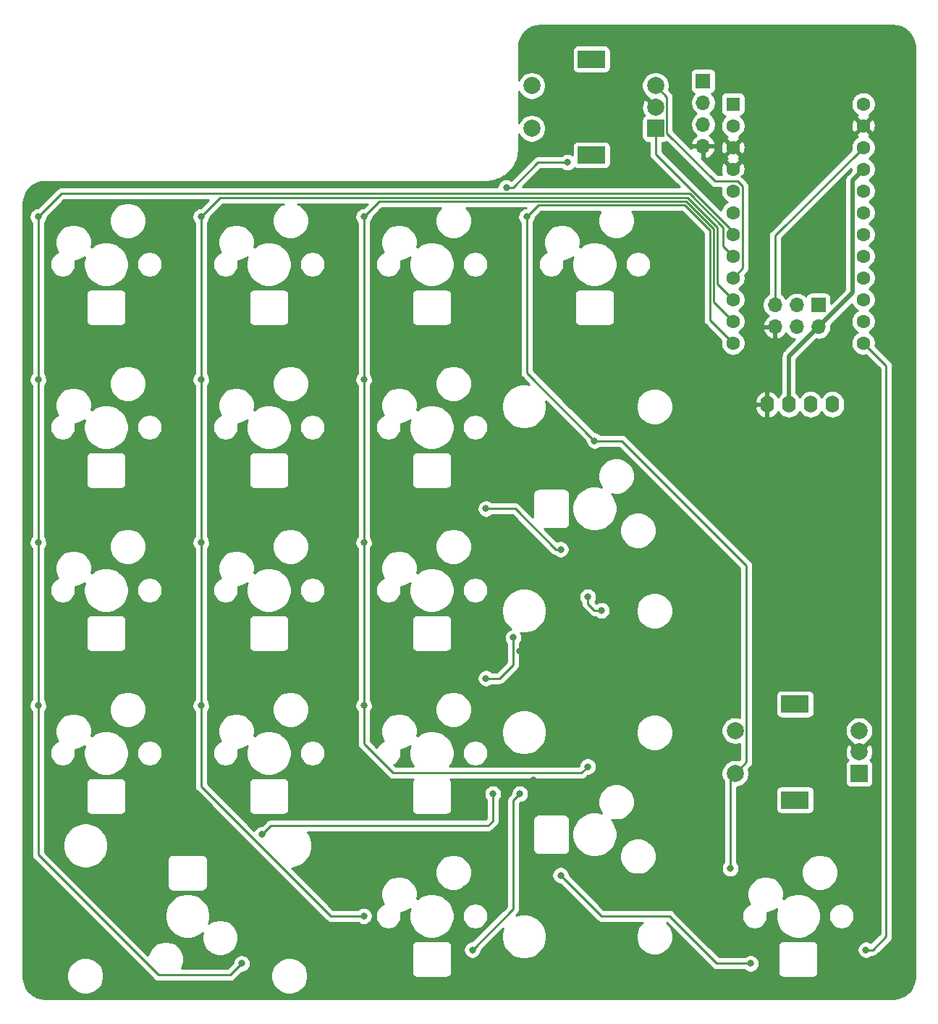
<source format=gbr>
%TF.GenerationSoftware,KiCad,Pcbnew,(5.1.10)-1*%
%TF.CreationDate,2021-11-21T17:13:44-05:00*%
%TF.ProjectId,numpad,6e756d70-6164-42e6-9b69-6361645f7063,rev?*%
%TF.SameCoordinates,Original*%
%TF.FileFunction,Copper,L1,Top*%
%TF.FilePolarity,Positive*%
%FSLAX46Y46*%
G04 Gerber Fmt 4.6, Leading zero omitted, Abs format (unit mm)*
G04 Created by KiCad (PCBNEW (5.1.10)-1) date 2021-11-21 17:13:44*
%MOMM*%
%LPD*%
G01*
G04 APERTURE LIST*
%TA.AperFunction,ComponentPad*%
%ADD10C,1.600000*%
%TD*%
%TA.AperFunction,ComponentPad*%
%ADD11R,1.600000X1.600000*%
%TD*%
%TA.AperFunction,ComponentPad*%
%ADD12O,1.700000X1.700000*%
%TD*%
%TA.AperFunction,ComponentPad*%
%ADD13R,1.700000X1.700000*%
%TD*%
%TA.AperFunction,ComponentPad*%
%ADD14R,2.000000X2.000000*%
%TD*%
%TA.AperFunction,ComponentPad*%
%ADD15C,2.000000*%
%TD*%
%TA.AperFunction,ComponentPad*%
%ADD16R,3.200000X2.000000*%
%TD*%
%TA.AperFunction,ComponentPad*%
%ADD17O,1.600000X2.000000*%
%TD*%
%TA.AperFunction,ViaPad*%
%ADD18C,0.800000*%
%TD*%
%TA.AperFunction,Conductor*%
%ADD19C,0.250000*%
%TD*%
%TA.AperFunction,Conductor*%
%ADD20C,0.508000*%
%TD*%
%TA.AperFunction,Conductor*%
%ADD21C,0.254000*%
%TD*%
%TA.AperFunction,Conductor*%
%ADD22C,0.100000*%
%TD*%
G04 APERTURE END LIST*
D10*
%TO.P,U1,24*%
%TO.N,Net-(U1-Pad24)*%
X177471800Y-70162200D03*
%TO.P,U1,23*%
%TO.N,GND*%
X177471800Y-72702200D03*
%TO.P,U1,22*%
%TO.N,RST*%
X177471800Y-75242200D03*
%TO.P,U1,21*%
%TO.N,+5V*%
X177471800Y-77782200D03*
%TO.P,U1,20*%
%TO.N,BKL_DATA_IN*%
X177471800Y-80322200D03*
%TO.P,U1,19*%
%TO.N,ENC_A2*%
X177471800Y-82862200D03*
%TO.P,U1,18*%
%TO.N,ENC_B2*%
X177471800Y-85402200D03*
%TO.P,U1,17*%
%TO.N,ROW0*%
X177471800Y-87942200D03*
%TO.P,U1,16*%
%TO.N,ROW1*%
X177471800Y-90482200D03*
%TO.P,U1,15*%
%TO.N,MISO*%
X177471800Y-93022200D03*
%TO.P,U1,14*%
%TO.N,MOSI*%
X177471800Y-95562200D03*
%TO.P,U1,13*%
%TO.N,ROW4*%
X177471800Y-98102200D03*
%TO.P,U1,12*%
%TO.N,COL3*%
X162231800Y-98102200D03*
%TO.P,U1,11*%
%TO.N,COL2*%
X162231800Y-95562200D03*
%TO.P,U1,10*%
%TO.N,COL1*%
X162231800Y-93022200D03*
%TO.P,U1,9*%
%TO.N,ENC_B1*%
X162231800Y-90482200D03*
%TO.P,U1,8*%
%TO.N,COL0*%
X162231800Y-87942200D03*
%TO.P,U1,7*%
%TO.N,ENC_A1*%
X162231800Y-85402200D03*
%TO.P,U1,6*%
%TO.N,SCL*%
X162231800Y-82862200D03*
%TO.P,U1,5*%
%TO.N,SDA*%
X162231800Y-80322200D03*
%TO.P,U1,4*%
%TO.N,GND*%
X162231800Y-77782200D03*
%TO.P,U1,3*%
X162231800Y-75242200D03*
%TO.P,U1,2*%
%TO.N,RX*%
X162231800Y-72702200D03*
D11*
%TO.P,U1,1*%
%TO.N,TX*%
X162231800Y-70162200D03*
%TD*%
D12*
%TO.P,J2,4*%
%TO.N,GND*%
X158740000Y-75084500D03*
%TO.P,J2,3*%
%TO.N,RX*%
X158740000Y-72544500D03*
%TO.P,J2,2*%
%TO.N,TX*%
X158740000Y-70004500D03*
D13*
%TO.P,J2,1*%
%TO.N,+5V*%
X158740000Y-67464500D03*
%TD*%
D12*
%TO.P,J1,6*%
%TO.N,GND*%
X167152900Y-96196600D03*
%TO.P,J1,5*%
%TO.N,RST*%
X167152900Y-93656600D03*
%TO.P,J1,4*%
%TO.N,MOSI*%
X169692900Y-96196600D03*
%TO.P,J1,3*%
%TO.N,ROW1*%
X169692900Y-93656600D03*
%TO.P,J1,2*%
%TO.N,+5V*%
X172232900Y-96196600D03*
D13*
%TO.P,J1,1*%
%TO.N,MISO*%
X172232900Y-93656600D03*
%TD*%
D14*
%TO.P,ROT2,A*%
%TO.N,ENC_A2*%
X176995100Y-148421900D03*
D15*
%TO.P,ROT2,C*%
%TO.N,GND*%
X176995100Y-145921900D03*
%TO.P,ROT2,B*%
%TO.N,ENC_B2*%
X176995100Y-143421900D03*
D16*
%TO.P,ROT2,MP*%
%TO.N,N/C*%
X169495100Y-151521900D03*
X169495100Y-140321900D03*
D15*
%TO.P,ROT2,S2*%
%TO.N,COL3*%
X162495100Y-148421900D03*
%TO.P,ROT2,S1*%
%TO.N,Net-(RD2-Pad2)*%
X162495100Y-143421900D03*
%TD*%
D14*
%TO.P,ROT1,A*%
%TO.N,ENC_A1*%
X153184100Y-73020400D03*
D15*
%TO.P,ROT1,C*%
%TO.N,GND*%
X153184100Y-70520400D03*
%TO.P,ROT1,B*%
%TO.N,ENC_B1*%
X153184100Y-68020400D03*
D16*
%TO.P,ROT1,MP*%
%TO.N,N/C*%
X145684100Y-76120400D03*
X145684100Y-64920400D03*
D15*
%TO.P,ROT1,S2*%
%TO.N,COL3*%
X138684100Y-73020400D03*
%TO.P,ROT1,S1*%
%TO.N,Net-(RD1-Pad2)*%
X138684100Y-68020400D03*
%TD*%
D17*
%TO.P,OLED1,2*%
%TO.N,+5V*%
X168771800Y-105280200D03*
%TO.P,OLED1,1*%
%TO.N,GND*%
X166231800Y-105280200D03*
%TO.P,OLED1,3*%
%TO.N,SCL*%
X171311800Y-105280200D03*
%TO.P,OLED1,4*%
%TO.N,SDA*%
X173851800Y-105280200D03*
%TD*%
D18*
%TO.N,MISO*%
X145247100Y-127785700D03*
X146834500Y-129373100D03*
%TO.N,GND*%
X85719600Y-90481800D03*
X82544800Y-96037700D03*
X82544800Y-116673900D03*
X82544800Y-134135300D03*
X82544800Y-154771500D03*
X120642400Y-169058100D03*
X138897500Y-149215600D03*
X120642400Y-153184100D03*
X122229800Y-150803000D03*
X103181000Y-150803000D03*
X84132200Y-149215600D03*
X98418800Y-153184100D03*
X117467600Y-153184100D03*
X126992000Y-173026600D03*
X155565200Y-161121100D03*
X160327400Y-165883300D03*
X142072300Y-162708500D03*
X137310100Y-134135300D03*
X117467600Y-134135300D03*
X122229800Y-131754200D03*
X103181000Y-131754200D03*
X84132200Y-130166800D03*
X84132200Y-111118000D03*
X103181000Y-112705400D03*
X122229800Y-112705400D03*
X98418800Y-115086500D03*
X117467600Y-115086500D03*
X98418800Y-96037700D03*
X117467600Y-96037700D03*
X136516400Y-96037700D03*
X141278600Y-93656600D03*
X122229800Y-93656600D03*
X103181000Y-93656600D03*
X98418800Y-134135300D03*
X176201400Y-169851800D03*
X155565200Y-96037700D03*
X106355800Y-160327400D03*
X155565200Y-123817200D03*
X84132200Y-138897500D03*
X92069200Y-115086500D03*
X84132200Y-100799900D03*
X84132200Y-82544800D03*
X169058100Y-81751100D03*
X167470700Y-82544800D03*
X169851800Y-77782600D03*
X173820300Y-83338500D03*
X155565200Y-76195200D03*
X155565200Y-132547900D03*
X134135300Y-129373100D03*
X173820300Y-99212500D03*
X103181000Y-156358900D03*
X130960500Y-161914800D03*
X147628200Y-122229800D03*
X145247100Y-120642400D03*
X136516400Y-139691200D03*
X135722700Y-83338500D03*
X175407700Y-96037700D03*
X173820300Y-92069200D03*
X169851800Y-118261300D03*
X173820300Y-131754200D03*
X159533700Y-103181000D03*
X144453400Y-103181000D03*
X142866000Y-69845600D03*
X169851800Y-72226700D03*
X181757300Y-98418800D03*
X181757300Y-135722700D03*
X181757300Y-116673900D03*
X181757300Y-155565200D03*
X155565200Y-150803000D03*
X142866000Y-140484900D03*
X123817200Y-146834500D03*
X168264400Y-87307000D03*
X92862900Y-153184100D03*
X89688100Y-169058100D03*
X132547900Y-151596700D03*
X136516400Y-115086500D03*
X173026600Y-102784150D03*
X93656600Y-167470700D03*
X155565200Y-169058100D03*
X80957400Y-80957400D03*
X181757300Y-62702300D03*
X158740000Y-63496000D03*
X181757300Y-80163700D03*
X181757300Y-173026600D03*
X80957400Y-173026600D03*
X146834500Y-173026600D03*
%TO.N,COL3*%
X161914800Y-159533700D03*
X138103800Y-83338500D03*
X146040800Y-109530600D03*
%TO.N,COL2*%
X119055000Y-83338500D03*
X119055000Y-102387300D03*
X119055000Y-121436100D03*
X119055000Y-140484900D03*
X145247100Y-147628200D03*
%TO.N,COL1*%
X100006200Y-140484900D03*
X100006200Y-121436100D03*
X100006200Y-102387300D03*
X100006200Y-83338500D03*
X119055000Y-165089600D03*
%TO.N,COL0*%
X80957400Y-83338500D03*
X80957400Y-102387300D03*
X80957400Y-121436100D03*
X80957400Y-140484900D03*
X104768400Y-170645500D03*
%TO.N,ROW4*%
X177788800Y-169058100D03*
%TO.N,Net-(MX16-Pad5)*%
X131754200Y-169058100D03*
X137310100Y-150803000D03*
%TO.N,Net-(MX17-Pad5)*%
X142072300Y-160327400D03*
X164295900Y-170645500D03*
%TO.N,BKL_DATA_IN*%
X142866000Y-76988900D03*
X135722700Y-79914371D03*
%TO.N,DOUT3*%
X133341600Y-117467600D03*
X142072300Y-122229800D03*
%TO.N,DOUT4*%
X133341600Y-137310100D03*
X136516400Y-132547900D03*
%TO.N,DOUT5*%
X107149500Y-155565200D03*
X134135300Y-150803000D03*
%TD*%
D19*
%TO.N,MISO*%
X145247100Y-127785700D02*
X145247100Y-128579400D01*
X146040800Y-129373100D02*
X146834500Y-129373100D01*
X145247100Y-128579400D02*
X146040800Y-129373100D01*
%TO.N,COL3*%
X161914800Y-149002200D02*
X162495100Y-148421900D01*
X161914800Y-159533700D02*
X161914800Y-149002200D01*
X139452901Y-81989399D02*
X156597199Y-81989399D01*
X138103800Y-83338500D02*
X139452901Y-81989399D01*
X162231800Y-98102200D02*
X159533700Y-95404100D01*
X159533700Y-95404100D02*
X159533700Y-84925900D01*
X159533700Y-84925900D02*
X156597199Y-81989399D01*
X138103800Y-101593600D02*
X146040800Y-109530600D01*
X138103800Y-83338500D02*
X138103800Y-101593600D01*
X163820101Y-147096899D02*
X162495100Y-148421900D01*
X163820101Y-124135101D02*
X163820101Y-147096899D01*
X149215600Y-109530600D02*
X163820101Y-124135101D01*
X146040800Y-109530600D02*
X149215600Y-109530600D01*
D20*
%TO.N,+5V*%
X168771800Y-99657700D02*
X172232900Y-96196600D01*
X172232900Y-96196600D02*
X176201400Y-92228100D01*
X176201400Y-79052600D02*
X177471800Y-77782200D01*
X176201400Y-92228100D02*
X176201400Y-79052600D01*
X168771800Y-105280200D02*
X168771800Y-99657700D01*
D19*
%TO.N,COL2*%
X119055000Y-102387300D02*
X119055000Y-83338500D01*
X119055000Y-102387300D02*
X119055000Y-121436100D01*
X119055000Y-121436100D02*
X119055000Y-140484900D01*
X144509499Y-148365801D02*
X145247100Y-147628200D01*
X122460999Y-148365801D02*
X144509499Y-148365801D01*
X119055000Y-144959802D02*
X122460999Y-148365801D01*
X119055000Y-140484900D02*
X119055000Y-144959802D01*
X120404101Y-81989399D02*
X119055000Y-83338500D01*
X120854111Y-81539389D02*
X120404101Y-81989399D01*
X156783600Y-81539390D02*
X120854111Y-81539389D01*
X159983710Y-84739500D02*
X156783600Y-81539390D01*
X159983710Y-93314110D02*
X159983710Y-84739500D01*
X162231800Y-95562200D02*
X159983710Y-93314110D01*
%TO.N,ENC_B1*%
X160154599Y-79197199D02*
X154509101Y-73551701D01*
X154509101Y-73551701D02*
X154509101Y-69345401D01*
X162771801Y-79197199D02*
X160154599Y-79197199D01*
X163356801Y-79782199D02*
X162771801Y-79197199D01*
X154509101Y-69345401D02*
X153184100Y-68020400D01*
X163356801Y-89357199D02*
X163356801Y-79782199D01*
X162231800Y-90482200D02*
X163356801Y-89357199D01*
%TO.N,COL1*%
X100006200Y-121436100D02*
X100006200Y-102387300D01*
X100006200Y-102387300D02*
X100006200Y-83338500D01*
X100006200Y-121436100D02*
X100006200Y-140484900D01*
X115155798Y-165089600D02*
X119055000Y-165089600D01*
X100006200Y-149940002D02*
X115155798Y-165089600D01*
X100006200Y-140484900D02*
X100006200Y-149940002D01*
X162231800Y-93022200D02*
X160433720Y-91224120D01*
X160433720Y-91224120D02*
X160433719Y-84553099D01*
X160433719Y-84553099D02*
X156969999Y-81089381D01*
X102255319Y-81089381D02*
X100006200Y-83338500D01*
X156969999Y-81089381D02*
X102255319Y-81089381D01*
%TO.N,COL0*%
X80957400Y-102387300D02*
X80957400Y-83338500D01*
X80957400Y-140484900D02*
X80957400Y-121436100D01*
X80957400Y-121436100D02*
X80957400Y-102387300D01*
X103419299Y-171994601D02*
X104768400Y-170645500D01*
X80957400Y-157949202D02*
X95002799Y-171994601D01*
X95002799Y-171994601D02*
X103419299Y-171994601D01*
X80957400Y-140484900D02*
X80957400Y-157949202D01*
X161106799Y-86817199D02*
X161106798Y-84589769D01*
X162231800Y-87942200D02*
X161106799Y-86817199D01*
X161106798Y-84589769D02*
X157156399Y-80639371D01*
X83656529Y-80639371D02*
X80957400Y-83338500D01*
X157156399Y-80639371D02*
X83656529Y-80639371D01*
%TO.N,ROW4*%
X178582500Y-169058100D02*
X180169900Y-167470700D01*
X180169900Y-167470700D02*
X180169900Y-100800300D01*
X177788800Y-169058100D02*
X178582500Y-169058100D01*
X177471800Y-98102200D02*
X180169900Y-100800300D01*
%TO.N,RST*%
X167152900Y-85561100D02*
X177471800Y-75242200D01*
X167152900Y-93656600D02*
X167152900Y-85561100D01*
%TO.N,Net-(MX16-Pad5)*%
X131754200Y-169058100D02*
X136516400Y-164295900D01*
X136516400Y-151596700D02*
X137310100Y-150803000D01*
X136516400Y-164295900D02*
X136516400Y-151596700D01*
%TO.N,Net-(MX17-Pad5)*%
X146834500Y-165089600D02*
X142072300Y-160327400D01*
X154771500Y-165089600D02*
X146834500Y-165089600D01*
X160327400Y-170645500D02*
X154771500Y-165089600D01*
X164295900Y-170645500D02*
X160327400Y-170645500D01*
%TO.N,BKL_DATA_IN*%
X139441871Y-76988900D02*
X139691200Y-76988900D01*
X136516400Y-79914371D02*
X139441871Y-76988900D01*
X139691200Y-76988900D02*
X142866000Y-76988900D01*
X135722700Y-79914371D02*
X136516400Y-79914371D01*
%TO.N,DOUT3*%
X136744415Y-117467600D02*
X133341600Y-117467600D01*
X141506615Y-122229800D02*
X136744415Y-117467600D01*
X142072300Y-122229800D02*
X141506615Y-122229800D01*
%TO.N,DOUT4*%
X133341600Y-137310100D02*
X134929000Y-137310100D01*
X136516400Y-135722700D02*
X136516400Y-132547900D01*
X134929000Y-137310100D02*
X136516400Y-135722700D01*
%TO.N,ENC_A1*%
X162231800Y-85078362D02*
X162231800Y-85402200D01*
X153184100Y-76030662D02*
X162231800Y-85078362D01*
X153184100Y-73020400D02*
X153184100Y-76030662D01*
%TO.N,DOUT5*%
X108190101Y-154524599D02*
X133588501Y-154524599D01*
X107149500Y-155565200D02*
X108190101Y-154524599D01*
X134135300Y-153977800D02*
X134135300Y-150803000D01*
X133588501Y-154524599D02*
X134135300Y-153977800D01*
%TD*%
D21*
%TO.N,GND*%
X181451446Y-61032199D02*
X181920709Y-61173877D01*
X182353516Y-61404005D01*
X182733384Y-61713818D01*
X183045839Y-62091510D01*
X183278983Y-62522701D01*
X183423937Y-62990971D01*
X183478401Y-63509162D01*
X183478400Y-172200621D01*
X183427401Y-172720746D01*
X183285722Y-173190011D01*
X183055595Y-173622816D01*
X182745782Y-174002684D01*
X182368087Y-174315140D01*
X181936895Y-174548285D01*
X181468630Y-174693237D01*
X180950446Y-174747700D01*
X81783379Y-174747700D01*
X81263254Y-174696701D01*
X80793989Y-174555022D01*
X80361184Y-174324895D01*
X79981316Y-174015082D01*
X79668860Y-173637387D01*
X79435715Y-173206195D01*
X79290763Y-172737930D01*
X79236300Y-172219746D01*
X79236300Y-171876859D01*
X84320800Y-171876859D01*
X84320800Y-172302341D01*
X84403808Y-172719649D01*
X84566633Y-173112744D01*
X84803019Y-173466520D01*
X85103880Y-173767381D01*
X85457656Y-174003767D01*
X85850751Y-174166592D01*
X86268059Y-174249600D01*
X86693541Y-174249600D01*
X87110849Y-174166592D01*
X87503944Y-174003767D01*
X87857720Y-173767381D01*
X88158581Y-173466520D01*
X88394967Y-173112744D01*
X88557792Y-172719649D01*
X88640800Y-172302341D01*
X88640800Y-171876859D01*
X88557792Y-171459551D01*
X88394967Y-171066456D01*
X88158581Y-170712680D01*
X87857720Y-170411819D01*
X87503944Y-170175433D01*
X87110849Y-170012608D01*
X86693541Y-169929600D01*
X86268059Y-169929600D01*
X85850751Y-170012608D01*
X85457656Y-170175433D01*
X85103880Y-170411819D01*
X84803019Y-170712680D01*
X84566633Y-171066456D01*
X84403808Y-171459551D01*
X84320800Y-171876859D01*
X79236300Y-171876859D01*
X79236300Y-83236561D01*
X79922400Y-83236561D01*
X79922400Y-83440439D01*
X79962174Y-83640398D01*
X80040195Y-83828756D01*
X80153463Y-83998274D01*
X80197401Y-84042212D01*
X80197400Y-101683589D01*
X80153463Y-101727526D01*
X80040195Y-101897044D01*
X79962174Y-102085402D01*
X79922400Y-102285361D01*
X79922400Y-102489239D01*
X79962174Y-102689198D01*
X80040195Y-102877556D01*
X80153463Y-103047074D01*
X80197401Y-103091012D01*
X80197400Y-120732389D01*
X80153463Y-120776326D01*
X80040195Y-120945844D01*
X79962174Y-121134202D01*
X79922400Y-121334161D01*
X79922400Y-121538039D01*
X79962174Y-121737998D01*
X80040195Y-121926356D01*
X80153463Y-122095874D01*
X80197401Y-122139812D01*
X80197400Y-139781189D01*
X80153463Y-139825126D01*
X80040195Y-139994644D01*
X79962174Y-140183002D01*
X79922400Y-140382961D01*
X79922400Y-140586839D01*
X79962174Y-140786798D01*
X80040195Y-140975156D01*
X80153463Y-141144674D01*
X80197400Y-141188611D01*
X80197401Y-157911869D01*
X80193724Y-157949202D01*
X80208398Y-158098187D01*
X80251854Y-158241448D01*
X80322426Y-158373478D01*
X80393601Y-158460204D01*
X80417400Y-158489203D01*
X80446398Y-158513001D01*
X94439000Y-172505604D01*
X94462798Y-172534602D01*
X94578523Y-172629575D01*
X94710552Y-172700147D01*
X94853813Y-172743604D01*
X94965466Y-172754601D01*
X94965474Y-172754601D01*
X95002799Y-172758277D01*
X95040124Y-172754601D01*
X103381977Y-172754601D01*
X103419299Y-172758277D01*
X103456621Y-172754601D01*
X103456632Y-172754601D01*
X103568285Y-172743604D01*
X103711546Y-172700147D01*
X103843575Y-172629575D01*
X103959300Y-172534602D01*
X103983103Y-172505598D01*
X104611842Y-171876859D01*
X108196800Y-171876859D01*
X108196800Y-172302341D01*
X108279808Y-172719649D01*
X108442633Y-173112744D01*
X108679019Y-173466520D01*
X108979880Y-173767381D01*
X109333656Y-174003767D01*
X109726751Y-174166592D01*
X110144059Y-174249600D01*
X110569541Y-174249600D01*
X110986849Y-174166592D01*
X111379944Y-174003767D01*
X111733720Y-173767381D01*
X112034581Y-173466520D01*
X112270967Y-173112744D01*
X112433792Y-172719649D01*
X112516800Y-172302341D01*
X112516800Y-171876859D01*
X112433792Y-171459551D01*
X112270967Y-171066456D01*
X112034581Y-170712680D01*
X111733720Y-170411819D01*
X111379944Y-170175433D01*
X110986849Y-170012608D01*
X110569541Y-169929600D01*
X110144059Y-169929600D01*
X109726751Y-170012608D01*
X109333656Y-170175433D01*
X108979880Y-170411819D01*
X108679019Y-170712680D01*
X108442633Y-171066456D01*
X108279808Y-171459551D01*
X108196800Y-171876859D01*
X104611842Y-171876859D01*
X104808202Y-171680500D01*
X104870339Y-171680500D01*
X105070298Y-171640726D01*
X105258656Y-171562705D01*
X105428174Y-171449437D01*
X105572337Y-171305274D01*
X105685605Y-171135756D01*
X105763626Y-170947398D01*
X105803400Y-170747439D01*
X105803400Y-170543561D01*
X105763626Y-170343602D01*
X105685605Y-170155244D01*
X105572337Y-169985726D01*
X105428174Y-169841563D01*
X105258656Y-169728295D01*
X105070298Y-169650274D01*
X104870339Y-169610500D01*
X104666461Y-169610500D01*
X104466502Y-169650274D01*
X104278144Y-169728295D01*
X104108626Y-169841563D01*
X103964463Y-169985726D01*
X103851195Y-170155244D01*
X103773174Y-170343602D01*
X103733400Y-170543561D01*
X103733400Y-170605698D01*
X103104498Y-171234601D01*
X97734932Y-171234601D01*
X97770812Y-171180902D01*
X97931753Y-170792356D01*
X98013800Y-170379879D01*
X98013800Y-169959321D01*
X97931753Y-169546844D01*
X97770812Y-169158298D01*
X97537163Y-168808617D01*
X97239783Y-168511237D01*
X96890102Y-168277588D01*
X96501556Y-168116647D01*
X96089079Y-168034600D01*
X95668521Y-168034600D01*
X95256044Y-168116647D01*
X94867498Y-168277588D01*
X94517817Y-168511237D01*
X94220437Y-168808617D01*
X93986788Y-169158298D01*
X93825847Y-169546844D01*
X93793328Y-169710328D01*
X88913075Y-164830075D01*
X95783800Y-164830075D01*
X95783800Y-165349125D01*
X95885061Y-165858201D01*
X96083693Y-166337741D01*
X96372062Y-166769315D01*
X96739085Y-167136338D01*
X97170659Y-167424707D01*
X97650199Y-167623339D01*
X98159275Y-167724600D01*
X98678325Y-167724600D01*
X99187401Y-167623339D01*
X99666941Y-167424707D01*
X100098515Y-167136338D01*
X100162895Y-167071958D01*
X100093800Y-167419321D01*
X100093800Y-167839879D01*
X100175847Y-168252356D01*
X100336788Y-168640902D01*
X100570437Y-168990583D01*
X100867817Y-169287963D01*
X101217498Y-169521612D01*
X101606044Y-169682553D01*
X102018521Y-169764600D01*
X102439079Y-169764600D01*
X102851556Y-169682553D01*
X103240102Y-169521612D01*
X103589783Y-169287963D01*
X103887163Y-168990583D01*
X104120812Y-168640902D01*
X104121351Y-168639600D01*
X124628807Y-168639600D01*
X124632001Y-168672029D01*
X124632000Y-171607180D01*
X124628807Y-171639600D01*
X124641550Y-171768983D01*
X124679290Y-171893393D01*
X124740575Y-172008050D01*
X124818053Y-172102457D01*
X124823052Y-172108548D01*
X124923550Y-172191025D01*
X125038207Y-172252310D01*
X125162617Y-172290050D01*
X125292000Y-172302793D01*
X125324419Y-172299600D01*
X128659581Y-172299600D01*
X128692000Y-172302793D01*
X128724419Y-172299600D01*
X128821383Y-172290050D01*
X128945793Y-172252310D01*
X129060450Y-172191025D01*
X129160948Y-172108548D01*
X129243425Y-172008050D01*
X129304710Y-171893393D01*
X129342450Y-171768983D01*
X129355193Y-171639600D01*
X129352000Y-171607181D01*
X129352000Y-168956161D01*
X130719200Y-168956161D01*
X130719200Y-169160039D01*
X130758974Y-169359998D01*
X130836995Y-169548356D01*
X130950263Y-169717874D01*
X131094426Y-169862037D01*
X131263944Y-169975305D01*
X131452302Y-170053326D01*
X131652261Y-170093100D01*
X131856139Y-170093100D01*
X132056098Y-170053326D01*
X132244456Y-169975305D01*
X132413974Y-169862037D01*
X132558137Y-169717874D01*
X132671405Y-169548356D01*
X132749426Y-169359998D01*
X132789200Y-169160039D01*
X132789200Y-169097901D01*
X135348066Y-166539036D01*
X135267061Y-166734599D01*
X135165800Y-167243675D01*
X135165800Y-167762725D01*
X135267061Y-168271801D01*
X135465693Y-168751341D01*
X135754062Y-169182915D01*
X136121085Y-169549938D01*
X136552659Y-169838307D01*
X137032199Y-170036939D01*
X137541275Y-170138200D01*
X138060325Y-170138200D01*
X138569401Y-170036939D01*
X139048941Y-169838307D01*
X139480515Y-169549938D01*
X139847538Y-169182915D01*
X140135907Y-168751341D01*
X140334539Y-168271801D01*
X140435800Y-167762725D01*
X140435800Y-167243675D01*
X140334539Y-166734599D01*
X140135907Y-166255059D01*
X139847538Y-165823485D01*
X139480515Y-165456462D01*
X139048941Y-165168093D01*
X138569401Y-164969461D01*
X138060325Y-164868200D01*
X137541275Y-164868200D01*
X137032199Y-164969461D01*
X136836636Y-165050466D01*
X137027404Y-164859698D01*
X137056401Y-164835901D01*
X137151374Y-164720176D01*
X137221946Y-164588147D01*
X137265403Y-164444886D01*
X137276400Y-164333233D01*
X137276400Y-164333223D01*
X137280076Y-164295900D01*
X137276400Y-164258577D01*
X137276400Y-160225461D01*
X141037300Y-160225461D01*
X141037300Y-160429339D01*
X141077074Y-160629298D01*
X141155095Y-160817656D01*
X141268363Y-160987174D01*
X141412526Y-161131337D01*
X141582044Y-161244605D01*
X141770402Y-161322626D01*
X141970361Y-161362400D01*
X142032499Y-161362400D01*
X146270700Y-165600602D01*
X146294499Y-165629601D01*
X146410224Y-165724574D01*
X146542253Y-165795146D01*
X146685514Y-165838603D01*
X146797167Y-165849600D01*
X146797177Y-165849600D01*
X146834500Y-165853276D01*
X146871823Y-165849600D01*
X151639699Y-165849600D01*
X151363019Y-166126280D01*
X151126633Y-166480056D01*
X150963808Y-166873151D01*
X150880800Y-167290459D01*
X150880800Y-167715941D01*
X150963808Y-168133249D01*
X151126633Y-168526344D01*
X151363019Y-168880120D01*
X151663880Y-169180981D01*
X152017656Y-169417367D01*
X152410751Y-169580192D01*
X152828059Y-169663200D01*
X153253541Y-169663200D01*
X153670849Y-169580192D01*
X154063944Y-169417367D01*
X154417720Y-169180981D01*
X154718581Y-168880120D01*
X154954967Y-168526344D01*
X155117792Y-168133249D01*
X155200800Y-167715941D01*
X155200800Y-167290459D01*
X155117792Y-166873151D01*
X154954967Y-166480056D01*
X154718581Y-166126280D01*
X154441901Y-165849600D01*
X154456699Y-165849600D01*
X159763601Y-171156503D01*
X159787399Y-171185501D01*
X159816397Y-171209299D01*
X159903123Y-171280474D01*
X160035153Y-171351046D01*
X160178414Y-171394503D01*
X160290067Y-171405500D01*
X160290076Y-171405500D01*
X160327399Y-171409176D01*
X160364722Y-171405500D01*
X163592189Y-171405500D01*
X163636126Y-171449437D01*
X163805644Y-171562705D01*
X163994002Y-171640726D01*
X164193961Y-171680500D01*
X164397839Y-171680500D01*
X164597798Y-171640726D01*
X164786156Y-171562705D01*
X164955674Y-171449437D01*
X165099837Y-171305274D01*
X165213105Y-171135756D01*
X165291126Y-170947398D01*
X165330900Y-170747439D01*
X165330900Y-170543561D01*
X165291126Y-170343602D01*
X165213105Y-170155244D01*
X165099837Y-169985726D01*
X164955674Y-169841563D01*
X164786156Y-169728295D01*
X164597798Y-169650274D01*
X164397839Y-169610500D01*
X164193961Y-169610500D01*
X163994002Y-169650274D01*
X163805644Y-169728295D01*
X163636126Y-169841563D01*
X163592189Y-169885500D01*
X160642202Y-169885500D01*
X159396302Y-168639600D01*
X167488607Y-168639600D01*
X167491801Y-168672029D01*
X167491800Y-171607180D01*
X167488607Y-171639600D01*
X167501350Y-171768983D01*
X167539090Y-171893393D01*
X167600375Y-172008050D01*
X167677853Y-172102457D01*
X167682852Y-172108548D01*
X167783350Y-172191025D01*
X167898007Y-172252310D01*
X168022417Y-172290050D01*
X168151800Y-172302793D01*
X168184219Y-172299600D01*
X171519381Y-172299600D01*
X171551800Y-172302793D01*
X171584219Y-172299600D01*
X171681183Y-172290050D01*
X171805593Y-172252310D01*
X171920250Y-172191025D01*
X172020748Y-172108548D01*
X172103225Y-172008050D01*
X172164510Y-171893393D01*
X172202250Y-171768983D01*
X172214993Y-171639600D01*
X172211800Y-171607181D01*
X172211800Y-168672019D01*
X172214993Y-168639600D01*
X172202250Y-168510217D01*
X172164510Y-168385807D01*
X172103225Y-168271150D01*
X172020748Y-168170652D01*
X171920250Y-168088175D01*
X171805593Y-168026890D01*
X171681183Y-167989150D01*
X171584219Y-167979600D01*
X171551800Y-167976407D01*
X171519381Y-167979600D01*
X168184219Y-167979600D01*
X168151800Y-167976407D01*
X168119381Y-167979600D01*
X168022417Y-167989150D01*
X167898007Y-168026890D01*
X167783350Y-168088175D01*
X167682852Y-168170652D01*
X167600375Y-168271150D01*
X167539090Y-168385807D01*
X167501350Y-168510217D01*
X167488607Y-168639600D01*
X159396302Y-168639600D01*
X155697580Y-164940878D01*
X163261800Y-164940878D01*
X163261800Y-165238322D01*
X163319829Y-165530051D01*
X163433656Y-165804853D01*
X163598907Y-166052169D01*
X163809231Y-166262493D01*
X164056547Y-166427744D01*
X164331349Y-166541571D01*
X164623078Y-166599600D01*
X164920522Y-166599600D01*
X165212251Y-166541571D01*
X165487053Y-166427744D01*
X165734369Y-166262493D01*
X165944693Y-166052169D01*
X166109944Y-165804853D01*
X166223771Y-165530051D01*
X166281800Y-165238322D01*
X166281800Y-164940878D01*
X166230823Y-164684600D01*
X166252079Y-164684600D01*
X166664556Y-164602553D01*
X167053102Y-164441612D01*
X167350378Y-164242979D01*
X167318061Y-164320999D01*
X167216800Y-164830075D01*
X167216800Y-165349125D01*
X167318061Y-165858201D01*
X167516693Y-166337741D01*
X167805062Y-166769315D01*
X168172085Y-167136338D01*
X168603659Y-167424707D01*
X169083199Y-167623339D01*
X169592275Y-167724600D01*
X170111325Y-167724600D01*
X170620401Y-167623339D01*
X171099941Y-167424707D01*
X171531515Y-167136338D01*
X171898538Y-166769315D01*
X172186907Y-166337741D01*
X172385539Y-165858201D01*
X172486800Y-165349125D01*
X172486800Y-164940878D01*
X173421800Y-164940878D01*
X173421800Y-165238322D01*
X173479829Y-165530051D01*
X173593656Y-165804853D01*
X173758907Y-166052169D01*
X173969231Y-166262493D01*
X174216547Y-166427744D01*
X174491349Y-166541571D01*
X174783078Y-166599600D01*
X175080522Y-166599600D01*
X175372251Y-166541571D01*
X175647053Y-166427744D01*
X175894369Y-166262493D01*
X176104693Y-166052169D01*
X176269944Y-165804853D01*
X176383771Y-165530051D01*
X176441800Y-165238322D01*
X176441800Y-164940878D01*
X176383771Y-164649149D01*
X176269944Y-164374347D01*
X176104693Y-164127031D01*
X175894369Y-163916707D01*
X175647053Y-163751456D01*
X175372251Y-163637629D01*
X175080522Y-163579600D01*
X174783078Y-163579600D01*
X174491349Y-163637629D01*
X174216547Y-163751456D01*
X173969231Y-163916707D01*
X173758907Y-164127031D01*
X173593656Y-164374347D01*
X173479829Y-164649149D01*
X173421800Y-164940878D01*
X172486800Y-164940878D01*
X172486800Y-164830075D01*
X172385539Y-164320999D01*
X172186907Y-163841459D01*
X171898538Y-163409885D01*
X171531515Y-163042862D01*
X171099941Y-162754493D01*
X170620401Y-162555861D01*
X170111325Y-162454600D01*
X169592275Y-162454600D01*
X169083199Y-162555861D01*
X168603659Y-162754493D01*
X168172085Y-163042862D01*
X168107705Y-163107242D01*
X168176800Y-162759879D01*
X168176800Y-162339321D01*
X168094753Y-161926844D01*
X167933812Y-161538298D01*
X167700163Y-161188617D01*
X167402783Y-160891237D01*
X167053102Y-160657588D01*
X166664556Y-160496647D01*
X166252079Y-160414600D01*
X165831521Y-160414600D01*
X165419044Y-160496647D01*
X165030498Y-160657588D01*
X164680817Y-160891237D01*
X164383437Y-161188617D01*
X164149788Y-161538298D01*
X163988847Y-161926844D01*
X163906800Y-162339321D01*
X163906800Y-162759879D01*
X163988847Y-163172356D01*
X164149788Y-163560902D01*
X164229299Y-163679899D01*
X164056547Y-163751456D01*
X163809231Y-163916707D01*
X163598907Y-164127031D01*
X163433656Y-164374347D01*
X163319829Y-164649149D01*
X163261800Y-164940878D01*
X155697580Y-164940878D01*
X155335304Y-164578603D01*
X155311501Y-164549599D01*
X155195776Y-164454626D01*
X155063747Y-164384054D01*
X154920486Y-164340597D01*
X154808833Y-164329600D01*
X154808822Y-164329600D01*
X154771500Y-164325924D01*
X154734178Y-164329600D01*
X147149302Y-164329600D01*
X143107300Y-160287599D01*
X143107300Y-160225461D01*
X143067526Y-160025502D01*
X142989505Y-159837144D01*
X142876237Y-159667626D01*
X142732074Y-159523463D01*
X142562556Y-159410195D01*
X142374198Y-159332174D01*
X142174239Y-159292400D01*
X141970361Y-159292400D01*
X141770402Y-159332174D01*
X141582044Y-159410195D01*
X141412526Y-159523463D01*
X141268363Y-159667626D01*
X141155095Y-159837144D01*
X141077074Y-160025502D01*
X141037300Y-160225461D01*
X137276400Y-160225461D01*
X137276400Y-153865200D01*
X138827607Y-153865200D01*
X138830801Y-153897629D01*
X138830800Y-157232780D01*
X138827607Y-157265200D01*
X138840350Y-157394583D01*
X138878090Y-157518993D01*
X138939375Y-157633650D01*
X138958502Y-157656956D01*
X139021852Y-157734148D01*
X139122350Y-157816625D01*
X139237007Y-157877910D01*
X139361417Y-157915650D01*
X139490800Y-157928393D01*
X139523219Y-157925200D01*
X142458381Y-157925200D01*
X142490800Y-157928393D01*
X142523219Y-157925200D01*
X142620183Y-157915650D01*
X142744593Y-157877910D01*
X142859250Y-157816625D01*
X142959748Y-157734148D01*
X143042225Y-157633650D01*
X143103510Y-157518993D01*
X143141250Y-157394583D01*
X143153993Y-157265200D01*
X143150800Y-157232781D01*
X143150800Y-155305675D01*
X143405800Y-155305675D01*
X143405800Y-155824725D01*
X143507061Y-156333801D01*
X143705693Y-156813341D01*
X143994062Y-157244915D01*
X144361085Y-157611938D01*
X144792659Y-157900307D01*
X145272199Y-158098939D01*
X145781275Y-158200200D01*
X146300325Y-158200200D01*
X146809401Y-158098939D01*
X147288941Y-157900307D01*
X147297001Y-157894921D01*
X148985800Y-157894921D01*
X148985800Y-158315479D01*
X149067847Y-158727956D01*
X149228788Y-159116502D01*
X149462437Y-159466183D01*
X149759817Y-159763563D01*
X150109498Y-159997212D01*
X150498044Y-160158153D01*
X150910521Y-160240200D01*
X151331079Y-160240200D01*
X151743556Y-160158153D01*
X152132102Y-159997212D01*
X152481783Y-159763563D01*
X152779163Y-159466183D01*
X153012812Y-159116502D01*
X153173753Y-158727956D01*
X153255800Y-158315479D01*
X153255800Y-157894921D01*
X153173753Y-157482444D01*
X153012812Y-157093898D01*
X152779163Y-156744217D01*
X152481783Y-156446837D01*
X152132102Y-156213188D01*
X151743556Y-156052247D01*
X151331079Y-155970200D01*
X150910521Y-155970200D01*
X150498044Y-156052247D01*
X150109498Y-156213188D01*
X149759817Y-156446837D01*
X149462437Y-156744217D01*
X149228788Y-157093898D01*
X149067847Y-157482444D01*
X148985800Y-157894921D01*
X147297001Y-157894921D01*
X147720515Y-157611938D01*
X148087538Y-157244915D01*
X148375907Y-156813341D01*
X148574539Y-156333801D01*
X148675800Y-155824725D01*
X148675800Y-155305675D01*
X148574539Y-154796599D01*
X148375907Y-154317059D01*
X148087538Y-153885485D01*
X148023158Y-153821105D01*
X148370521Y-153890200D01*
X148791079Y-153890200D01*
X149203556Y-153808153D01*
X149592102Y-153647212D01*
X149941783Y-153413563D01*
X150239163Y-153116183D01*
X150472812Y-152766502D01*
X150633753Y-152377956D01*
X150715800Y-151965479D01*
X150715800Y-151544921D01*
X150633753Y-151132444D01*
X150472812Y-150743898D01*
X150239163Y-150394217D01*
X149941783Y-150096837D01*
X149592102Y-149863188D01*
X149203556Y-149702247D01*
X148791079Y-149620200D01*
X148370521Y-149620200D01*
X147958044Y-149702247D01*
X147569498Y-149863188D01*
X147219817Y-150096837D01*
X146922437Y-150394217D01*
X146688788Y-150743898D01*
X146527847Y-151132444D01*
X146445800Y-151544921D01*
X146445800Y-151965479D01*
X146527847Y-152377956D01*
X146688788Y-152766502D01*
X146887421Y-153063778D01*
X146809401Y-153031461D01*
X146300325Y-152930200D01*
X145781275Y-152930200D01*
X145272199Y-153031461D01*
X144792659Y-153230093D01*
X144361085Y-153518462D01*
X143994062Y-153885485D01*
X143705693Y-154317059D01*
X143507061Y-154796599D01*
X143405800Y-155305675D01*
X143150800Y-155305675D01*
X143150800Y-153897619D01*
X143153993Y-153865200D01*
X143141250Y-153735817D01*
X143103510Y-153611407D01*
X143042225Y-153496750D01*
X142959748Y-153396252D01*
X142859250Y-153313775D01*
X142744593Y-153252490D01*
X142620183Y-153214750D01*
X142523219Y-153205200D01*
X142490800Y-153202007D01*
X142458381Y-153205200D01*
X139523219Y-153205200D01*
X139490800Y-153202007D01*
X139458381Y-153205200D01*
X139361417Y-153214750D01*
X139237007Y-153252490D01*
X139122350Y-153313775D01*
X139021852Y-153396252D01*
X138939375Y-153496750D01*
X138878090Y-153611407D01*
X138840350Y-153735817D01*
X138827607Y-153865200D01*
X137276400Y-153865200D01*
X137276400Y-151911501D01*
X137349901Y-151838000D01*
X137412039Y-151838000D01*
X137611998Y-151798226D01*
X137800356Y-151720205D01*
X137969874Y-151606937D01*
X138114037Y-151462774D01*
X138227305Y-151293256D01*
X138305326Y-151104898D01*
X138345100Y-150904939D01*
X138345100Y-150701061D01*
X138305326Y-150501102D01*
X138227305Y-150312744D01*
X138114037Y-150143226D01*
X137969874Y-149999063D01*
X137800356Y-149885795D01*
X137611998Y-149807774D01*
X137412039Y-149768000D01*
X137208161Y-149768000D01*
X137008202Y-149807774D01*
X136819844Y-149885795D01*
X136650326Y-149999063D01*
X136506163Y-150143226D01*
X136392895Y-150312744D01*
X136314874Y-150501102D01*
X136275100Y-150701061D01*
X136275100Y-150763199D01*
X136005398Y-151032901D01*
X135976400Y-151056699D01*
X135952602Y-151085697D01*
X135952601Y-151085698D01*
X135881426Y-151172424D01*
X135810854Y-151304454D01*
X135767398Y-151447715D01*
X135752724Y-151596700D01*
X135756401Y-151634032D01*
X135756400Y-163981098D01*
X131714399Y-168023100D01*
X131652261Y-168023100D01*
X131452302Y-168062874D01*
X131263944Y-168140895D01*
X131094426Y-168254163D01*
X130950263Y-168398326D01*
X130836995Y-168567844D01*
X130758974Y-168756202D01*
X130719200Y-168956161D01*
X129352000Y-168956161D01*
X129352000Y-168672019D01*
X129355193Y-168639600D01*
X129342450Y-168510217D01*
X129304710Y-168385807D01*
X129243425Y-168271150D01*
X129160948Y-168170652D01*
X129060450Y-168088175D01*
X128945793Y-168026890D01*
X128821383Y-167989150D01*
X128724419Y-167979600D01*
X128692000Y-167976407D01*
X128659581Y-167979600D01*
X125324419Y-167979600D01*
X125292000Y-167976407D01*
X125259581Y-167979600D01*
X125162617Y-167989150D01*
X125038207Y-168026890D01*
X124923550Y-168088175D01*
X124823052Y-168170652D01*
X124740575Y-168271150D01*
X124679290Y-168385807D01*
X124641550Y-168510217D01*
X124628807Y-168639600D01*
X104121351Y-168639600D01*
X104281753Y-168252356D01*
X104363800Y-167839879D01*
X104363800Y-167419321D01*
X104281753Y-167006844D01*
X104120812Y-166618298D01*
X103887163Y-166268617D01*
X103589783Y-165971237D01*
X103240102Y-165737588D01*
X102851556Y-165576647D01*
X102439079Y-165494600D01*
X102018521Y-165494600D01*
X101606044Y-165576647D01*
X101217498Y-165737588D01*
X100920222Y-165936221D01*
X100952539Y-165858201D01*
X101053800Y-165349125D01*
X101053800Y-164830075D01*
X100952539Y-164320999D01*
X100753907Y-163841459D01*
X100465538Y-163409885D01*
X100098515Y-163042862D01*
X99666941Y-162754493D01*
X99187401Y-162555861D01*
X98678325Y-162454600D01*
X98159275Y-162454600D01*
X97650199Y-162555861D01*
X97170659Y-162754493D01*
X96739085Y-163042862D01*
X96372062Y-163409885D01*
X96083693Y-163841459D01*
X95885061Y-164320999D01*
X95783800Y-164830075D01*
X88913075Y-164830075D01*
X81717400Y-157634401D01*
X81717400Y-156590075D01*
X83845800Y-156590075D01*
X83845800Y-157109125D01*
X83947061Y-157618201D01*
X84145693Y-158097741D01*
X84434062Y-158529315D01*
X84801085Y-158896338D01*
X85232659Y-159184707D01*
X85712199Y-159383339D01*
X86221275Y-159484600D01*
X86740325Y-159484600D01*
X87249401Y-159383339D01*
X87728941Y-159184707D01*
X88160515Y-158896338D01*
X88517253Y-158539600D01*
X96055607Y-158539600D01*
X96058801Y-158572029D01*
X96058800Y-161507180D01*
X96055607Y-161539600D01*
X96068350Y-161668983D01*
X96106090Y-161793393D01*
X96167375Y-161908050D01*
X96249852Y-162008548D01*
X96350350Y-162091025D01*
X96465007Y-162152310D01*
X96589417Y-162190050D01*
X96718800Y-162202793D01*
X96751219Y-162199600D01*
X100086381Y-162199600D01*
X100118800Y-162202793D01*
X100151219Y-162199600D01*
X100248183Y-162190050D01*
X100372593Y-162152310D01*
X100487250Y-162091025D01*
X100587748Y-162008548D01*
X100670225Y-161908050D01*
X100731510Y-161793393D01*
X100769250Y-161668983D01*
X100781993Y-161539600D01*
X100778800Y-161507181D01*
X100778800Y-158572019D01*
X100781993Y-158539600D01*
X100769250Y-158410217D01*
X100731510Y-158285807D01*
X100670225Y-158171150D01*
X100587748Y-158070652D01*
X100487250Y-157988175D01*
X100372593Y-157926890D01*
X100248183Y-157889150D01*
X100151219Y-157879600D01*
X100118800Y-157876407D01*
X100086381Y-157879600D01*
X96751219Y-157879600D01*
X96718800Y-157876407D01*
X96686381Y-157879600D01*
X96589417Y-157889150D01*
X96465007Y-157926890D01*
X96350350Y-157988175D01*
X96249852Y-158070652D01*
X96167375Y-158171150D01*
X96106090Y-158285807D01*
X96068350Y-158410217D01*
X96055607Y-158539600D01*
X88517253Y-158539600D01*
X88527538Y-158529315D01*
X88815907Y-158097741D01*
X89014539Y-157618201D01*
X89115800Y-157109125D01*
X89115800Y-156590075D01*
X89014539Y-156080999D01*
X88815907Y-155601459D01*
X88527538Y-155169885D01*
X88160515Y-154802862D01*
X87728941Y-154514493D01*
X87249401Y-154315861D01*
X86740325Y-154214600D01*
X86221275Y-154214600D01*
X85712199Y-154315861D01*
X85232659Y-154514493D01*
X84801085Y-154802862D01*
X84434062Y-155169885D01*
X84145693Y-155601459D01*
X83947061Y-156080999D01*
X83845800Y-156590075D01*
X81717400Y-156590075D01*
X81717400Y-149590800D01*
X86531207Y-149590800D01*
X86534401Y-149623229D01*
X86534400Y-152558380D01*
X86531207Y-152590800D01*
X86543950Y-152720183D01*
X86581690Y-152844593D01*
X86642975Y-152959250D01*
X86719452Y-153052437D01*
X86725452Y-153059748D01*
X86825950Y-153142225D01*
X86940607Y-153203510D01*
X87065017Y-153241250D01*
X87194400Y-153253993D01*
X87226819Y-153250800D01*
X90561981Y-153250800D01*
X90594400Y-153253993D01*
X90626819Y-153250800D01*
X90723783Y-153241250D01*
X90848193Y-153203510D01*
X90962850Y-153142225D01*
X91063348Y-153059748D01*
X91145825Y-152959250D01*
X91207110Y-152844593D01*
X91244850Y-152720183D01*
X91257593Y-152590800D01*
X91254400Y-152558381D01*
X91254400Y-149623219D01*
X91257593Y-149590800D01*
X91244850Y-149461417D01*
X91207110Y-149337007D01*
X91145825Y-149222350D01*
X91063348Y-149121852D01*
X90962850Y-149039375D01*
X90848193Y-148978090D01*
X90723783Y-148940350D01*
X90626819Y-148930800D01*
X90594400Y-148927607D01*
X90561981Y-148930800D01*
X87226819Y-148930800D01*
X87194400Y-148927607D01*
X87161981Y-148930800D01*
X87065017Y-148940350D01*
X86940607Y-148978090D01*
X86825950Y-149039375D01*
X86725452Y-149121852D01*
X86642975Y-149222350D01*
X86581690Y-149337007D01*
X86543950Y-149461417D01*
X86531207Y-149590800D01*
X81717400Y-149590800D01*
X81717400Y-145892078D01*
X82304400Y-145892078D01*
X82304400Y-146189522D01*
X82362429Y-146481251D01*
X82476256Y-146756053D01*
X82641507Y-147003369D01*
X82851831Y-147213693D01*
X83099147Y-147378944D01*
X83373949Y-147492771D01*
X83665678Y-147550800D01*
X83963122Y-147550800D01*
X84254851Y-147492771D01*
X84529653Y-147378944D01*
X84776969Y-147213693D01*
X84987293Y-147003369D01*
X85152544Y-146756053D01*
X85266371Y-146481251D01*
X85324400Y-146189522D01*
X85324400Y-145892078D01*
X85273423Y-145635800D01*
X85294679Y-145635800D01*
X85707156Y-145553753D01*
X86095702Y-145392812D01*
X86392978Y-145194179D01*
X86360661Y-145272199D01*
X86259400Y-145781275D01*
X86259400Y-146300325D01*
X86360661Y-146809401D01*
X86559293Y-147288941D01*
X86847662Y-147720515D01*
X87214685Y-148087538D01*
X87646259Y-148375907D01*
X88125799Y-148574539D01*
X88634875Y-148675800D01*
X89153925Y-148675800D01*
X89663001Y-148574539D01*
X90142541Y-148375907D01*
X90574115Y-148087538D01*
X90941138Y-147720515D01*
X91229507Y-147288941D01*
X91428139Y-146809401D01*
X91529400Y-146300325D01*
X91529400Y-145892078D01*
X92464400Y-145892078D01*
X92464400Y-146189522D01*
X92522429Y-146481251D01*
X92636256Y-146756053D01*
X92801507Y-147003369D01*
X93011831Y-147213693D01*
X93259147Y-147378944D01*
X93533949Y-147492771D01*
X93825678Y-147550800D01*
X94123122Y-147550800D01*
X94414851Y-147492771D01*
X94689653Y-147378944D01*
X94936969Y-147213693D01*
X95147293Y-147003369D01*
X95312544Y-146756053D01*
X95426371Y-146481251D01*
X95484400Y-146189522D01*
X95484400Y-145892078D01*
X95426371Y-145600349D01*
X95312544Y-145325547D01*
X95147293Y-145078231D01*
X94936969Y-144867907D01*
X94689653Y-144702656D01*
X94414851Y-144588829D01*
X94123122Y-144530800D01*
X93825678Y-144530800D01*
X93533949Y-144588829D01*
X93259147Y-144702656D01*
X93011831Y-144867907D01*
X92801507Y-145078231D01*
X92636256Y-145325547D01*
X92522429Y-145600349D01*
X92464400Y-145892078D01*
X91529400Y-145892078D01*
X91529400Y-145781275D01*
X91428139Y-145272199D01*
X91229507Y-144792659D01*
X90941138Y-144361085D01*
X90574115Y-143994062D01*
X90142541Y-143705693D01*
X89663001Y-143507061D01*
X89153925Y-143405800D01*
X88634875Y-143405800D01*
X88125799Y-143507061D01*
X87646259Y-143705693D01*
X87214685Y-143994062D01*
X87150305Y-144058442D01*
X87219400Y-143711079D01*
X87219400Y-143290521D01*
X87137353Y-142878044D01*
X86976412Y-142489498D01*
X86742763Y-142139817D01*
X86445383Y-141842437D01*
X86095702Y-141608788D01*
X85707156Y-141447847D01*
X85294679Y-141365800D01*
X84874121Y-141365800D01*
X84461644Y-141447847D01*
X84073098Y-141608788D01*
X83723417Y-141842437D01*
X83426037Y-142139817D01*
X83192388Y-142489498D01*
X83031447Y-142878044D01*
X82949400Y-143290521D01*
X82949400Y-143711079D01*
X83031447Y-144123556D01*
X83192388Y-144512102D01*
X83271899Y-144631099D01*
X83099147Y-144702656D01*
X82851831Y-144867907D01*
X82641507Y-145078231D01*
X82476256Y-145325547D01*
X82362429Y-145600349D01*
X82304400Y-145892078D01*
X81717400Y-145892078D01*
X81717400Y-141188611D01*
X81761337Y-141144674D01*
X81874605Y-140975156D01*
X81952626Y-140786798D01*
X81959841Y-140750521D01*
X89299400Y-140750521D01*
X89299400Y-141171079D01*
X89381447Y-141583556D01*
X89542388Y-141972102D01*
X89776037Y-142321783D01*
X90073417Y-142619163D01*
X90423098Y-142852812D01*
X90811644Y-143013753D01*
X91224121Y-143095800D01*
X91644679Y-143095800D01*
X92057156Y-143013753D01*
X92445702Y-142852812D01*
X92795383Y-142619163D01*
X93092763Y-142321783D01*
X93326412Y-141972102D01*
X93487353Y-141583556D01*
X93569400Y-141171079D01*
X93569400Y-140750521D01*
X93487353Y-140338044D01*
X93326412Y-139949498D01*
X93092763Y-139599817D01*
X92795383Y-139302437D01*
X92445702Y-139068788D01*
X92057156Y-138907847D01*
X91644679Y-138825800D01*
X91224121Y-138825800D01*
X90811644Y-138907847D01*
X90423098Y-139068788D01*
X90073417Y-139302437D01*
X89776037Y-139599817D01*
X89542388Y-139949498D01*
X89381447Y-140338044D01*
X89299400Y-140750521D01*
X81959841Y-140750521D01*
X81992400Y-140586839D01*
X81992400Y-140382961D01*
X81952626Y-140183002D01*
X81874605Y-139994644D01*
X81761337Y-139825126D01*
X81717400Y-139781189D01*
X81717400Y-130542000D01*
X86531207Y-130542000D01*
X86534401Y-130574429D01*
X86534400Y-133509580D01*
X86531207Y-133542000D01*
X86543950Y-133671383D01*
X86581690Y-133795793D01*
X86642975Y-133910450D01*
X86725452Y-134010948D01*
X86825950Y-134093425D01*
X86940607Y-134154710D01*
X87065017Y-134192450D01*
X87194400Y-134205193D01*
X87226819Y-134202000D01*
X90561981Y-134202000D01*
X90594400Y-134205193D01*
X90626819Y-134202000D01*
X90723783Y-134192450D01*
X90848193Y-134154710D01*
X90962850Y-134093425D01*
X91063348Y-134010948D01*
X91145825Y-133910450D01*
X91207110Y-133795793D01*
X91244850Y-133671383D01*
X91257593Y-133542000D01*
X91254400Y-133509581D01*
X91254400Y-130574419D01*
X91257593Y-130542000D01*
X91244850Y-130412617D01*
X91207110Y-130288207D01*
X91145825Y-130173550D01*
X91063348Y-130073052D01*
X90962850Y-129990575D01*
X90848193Y-129929290D01*
X90723783Y-129891550D01*
X90626819Y-129882000D01*
X90594400Y-129878807D01*
X90561981Y-129882000D01*
X87226819Y-129882000D01*
X87194400Y-129878807D01*
X87161981Y-129882000D01*
X87065017Y-129891550D01*
X86940607Y-129929290D01*
X86825950Y-129990575D01*
X86725452Y-130073052D01*
X86642975Y-130173550D01*
X86581690Y-130288207D01*
X86543950Y-130412617D01*
X86531207Y-130542000D01*
X81717400Y-130542000D01*
X81717400Y-126843278D01*
X82304400Y-126843278D01*
X82304400Y-127140722D01*
X82362429Y-127432451D01*
X82476256Y-127707253D01*
X82641507Y-127954569D01*
X82851831Y-128164893D01*
X83099147Y-128330144D01*
X83373949Y-128443971D01*
X83665678Y-128502000D01*
X83963122Y-128502000D01*
X84254851Y-128443971D01*
X84529653Y-128330144D01*
X84776969Y-128164893D01*
X84987293Y-127954569D01*
X85152544Y-127707253D01*
X85266371Y-127432451D01*
X85324400Y-127140722D01*
X85324400Y-126843278D01*
X85273423Y-126587000D01*
X85294679Y-126587000D01*
X85707156Y-126504953D01*
X86095702Y-126344012D01*
X86392978Y-126145379D01*
X86360661Y-126223399D01*
X86259400Y-126732475D01*
X86259400Y-127251525D01*
X86360661Y-127760601D01*
X86559293Y-128240141D01*
X86847662Y-128671715D01*
X87214685Y-129038738D01*
X87646259Y-129327107D01*
X88125799Y-129525739D01*
X88634875Y-129627000D01*
X89153925Y-129627000D01*
X89663001Y-129525739D01*
X90142541Y-129327107D01*
X90574115Y-129038738D01*
X90941138Y-128671715D01*
X91229507Y-128240141D01*
X91428139Y-127760601D01*
X91529400Y-127251525D01*
X91529400Y-126843278D01*
X92464400Y-126843278D01*
X92464400Y-127140722D01*
X92522429Y-127432451D01*
X92636256Y-127707253D01*
X92801507Y-127954569D01*
X93011831Y-128164893D01*
X93259147Y-128330144D01*
X93533949Y-128443971D01*
X93825678Y-128502000D01*
X94123122Y-128502000D01*
X94414851Y-128443971D01*
X94689653Y-128330144D01*
X94936969Y-128164893D01*
X95147293Y-127954569D01*
X95312544Y-127707253D01*
X95426371Y-127432451D01*
X95484400Y-127140722D01*
X95484400Y-126843278D01*
X95426371Y-126551549D01*
X95312544Y-126276747D01*
X95147293Y-126029431D01*
X94936969Y-125819107D01*
X94689653Y-125653856D01*
X94414851Y-125540029D01*
X94123122Y-125482000D01*
X93825678Y-125482000D01*
X93533949Y-125540029D01*
X93259147Y-125653856D01*
X93011831Y-125819107D01*
X92801507Y-126029431D01*
X92636256Y-126276747D01*
X92522429Y-126551549D01*
X92464400Y-126843278D01*
X91529400Y-126843278D01*
X91529400Y-126732475D01*
X91428139Y-126223399D01*
X91229507Y-125743859D01*
X90941138Y-125312285D01*
X90574115Y-124945262D01*
X90142541Y-124656893D01*
X89663001Y-124458261D01*
X89153925Y-124357000D01*
X88634875Y-124357000D01*
X88125799Y-124458261D01*
X87646259Y-124656893D01*
X87214685Y-124945262D01*
X87150305Y-125009642D01*
X87219400Y-124662279D01*
X87219400Y-124241721D01*
X87137353Y-123829244D01*
X86976412Y-123440698D01*
X86742763Y-123091017D01*
X86445383Y-122793637D01*
X86095702Y-122559988D01*
X85707156Y-122399047D01*
X85294679Y-122317000D01*
X84874121Y-122317000D01*
X84461644Y-122399047D01*
X84073098Y-122559988D01*
X83723417Y-122793637D01*
X83426037Y-123091017D01*
X83192388Y-123440698D01*
X83031447Y-123829244D01*
X82949400Y-124241721D01*
X82949400Y-124662279D01*
X83031447Y-125074756D01*
X83192388Y-125463302D01*
X83271899Y-125582299D01*
X83099147Y-125653856D01*
X82851831Y-125819107D01*
X82641507Y-126029431D01*
X82476256Y-126276747D01*
X82362429Y-126551549D01*
X82304400Y-126843278D01*
X81717400Y-126843278D01*
X81717400Y-122139811D01*
X81761337Y-122095874D01*
X81874605Y-121926356D01*
X81952626Y-121737998D01*
X81959841Y-121701721D01*
X89299400Y-121701721D01*
X89299400Y-122122279D01*
X89381447Y-122534756D01*
X89542388Y-122923302D01*
X89776037Y-123272983D01*
X90073417Y-123570363D01*
X90423098Y-123804012D01*
X90811644Y-123964953D01*
X91224121Y-124047000D01*
X91644679Y-124047000D01*
X92057156Y-123964953D01*
X92445702Y-123804012D01*
X92795383Y-123570363D01*
X93092763Y-123272983D01*
X93326412Y-122923302D01*
X93487353Y-122534756D01*
X93569400Y-122122279D01*
X93569400Y-121701721D01*
X93487353Y-121289244D01*
X93326412Y-120900698D01*
X93092763Y-120551017D01*
X92795383Y-120253637D01*
X92445702Y-120019988D01*
X92057156Y-119859047D01*
X91644679Y-119777000D01*
X91224121Y-119777000D01*
X90811644Y-119859047D01*
X90423098Y-120019988D01*
X90073417Y-120253637D01*
X89776037Y-120551017D01*
X89542388Y-120900698D01*
X89381447Y-121289244D01*
X89299400Y-121701721D01*
X81959841Y-121701721D01*
X81992400Y-121538039D01*
X81992400Y-121334161D01*
X81952626Y-121134202D01*
X81874605Y-120945844D01*
X81761337Y-120776326D01*
X81717400Y-120732389D01*
X81717400Y-111493200D01*
X86531207Y-111493200D01*
X86534401Y-111525629D01*
X86534400Y-114460780D01*
X86531207Y-114493200D01*
X86543950Y-114622583D01*
X86581690Y-114746993D01*
X86642975Y-114861650D01*
X86725452Y-114962148D01*
X86825950Y-115044625D01*
X86940607Y-115105910D01*
X87065017Y-115143650D01*
X87194400Y-115156393D01*
X87226819Y-115153200D01*
X90561981Y-115153200D01*
X90594400Y-115156393D01*
X90626819Y-115153200D01*
X90723783Y-115143650D01*
X90848193Y-115105910D01*
X90962850Y-115044625D01*
X91063348Y-114962148D01*
X91145825Y-114861650D01*
X91207110Y-114746993D01*
X91244850Y-114622583D01*
X91257593Y-114493200D01*
X91254400Y-114460781D01*
X91254400Y-111525619D01*
X91257593Y-111493200D01*
X91244850Y-111363817D01*
X91207110Y-111239407D01*
X91145825Y-111124750D01*
X91063348Y-111024252D01*
X90962850Y-110941775D01*
X90848193Y-110880490D01*
X90723783Y-110842750D01*
X90626819Y-110833200D01*
X90594400Y-110830007D01*
X90561981Y-110833200D01*
X87226819Y-110833200D01*
X87194400Y-110830007D01*
X87161981Y-110833200D01*
X87065017Y-110842750D01*
X86940607Y-110880490D01*
X86825950Y-110941775D01*
X86725452Y-111024252D01*
X86642975Y-111124750D01*
X86581690Y-111239407D01*
X86543950Y-111363817D01*
X86531207Y-111493200D01*
X81717400Y-111493200D01*
X81717400Y-107794478D01*
X82304400Y-107794478D01*
X82304400Y-108091922D01*
X82362429Y-108383651D01*
X82476256Y-108658453D01*
X82641507Y-108905769D01*
X82851831Y-109116093D01*
X83099147Y-109281344D01*
X83373949Y-109395171D01*
X83665678Y-109453200D01*
X83963122Y-109453200D01*
X84254851Y-109395171D01*
X84529653Y-109281344D01*
X84776969Y-109116093D01*
X84987293Y-108905769D01*
X85152544Y-108658453D01*
X85266371Y-108383651D01*
X85324400Y-108091922D01*
X85324400Y-107794478D01*
X85273423Y-107538200D01*
X85294679Y-107538200D01*
X85707156Y-107456153D01*
X86095702Y-107295212D01*
X86392978Y-107096579D01*
X86360661Y-107174599D01*
X86259400Y-107683675D01*
X86259400Y-108202725D01*
X86360661Y-108711801D01*
X86559293Y-109191341D01*
X86847662Y-109622915D01*
X87214685Y-109989938D01*
X87646259Y-110278307D01*
X88125799Y-110476939D01*
X88634875Y-110578200D01*
X89153925Y-110578200D01*
X89663001Y-110476939D01*
X90142541Y-110278307D01*
X90574115Y-109989938D01*
X90941138Y-109622915D01*
X91229507Y-109191341D01*
X91428139Y-108711801D01*
X91529400Y-108202725D01*
X91529400Y-107794478D01*
X92464400Y-107794478D01*
X92464400Y-108091922D01*
X92522429Y-108383651D01*
X92636256Y-108658453D01*
X92801507Y-108905769D01*
X93011831Y-109116093D01*
X93259147Y-109281344D01*
X93533949Y-109395171D01*
X93825678Y-109453200D01*
X94123122Y-109453200D01*
X94414851Y-109395171D01*
X94689653Y-109281344D01*
X94936969Y-109116093D01*
X95147293Y-108905769D01*
X95312544Y-108658453D01*
X95426371Y-108383651D01*
X95484400Y-108091922D01*
X95484400Y-107794478D01*
X95426371Y-107502749D01*
X95312544Y-107227947D01*
X95147293Y-106980631D01*
X94936969Y-106770307D01*
X94689653Y-106605056D01*
X94414851Y-106491229D01*
X94123122Y-106433200D01*
X93825678Y-106433200D01*
X93533949Y-106491229D01*
X93259147Y-106605056D01*
X93011831Y-106770307D01*
X92801507Y-106980631D01*
X92636256Y-107227947D01*
X92522429Y-107502749D01*
X92464400Y-107794478D01*
X91529400Y-107794478D01*
X91529400Y-107683675D01*
X91428139Y-107174599D01*
X91229507Y-106695059D01*
X90941138Y-106263485D01*
X90574115Y-105896462D01*
X90142541Y-105608093D01*
X89663001Y-105409461D01*
X89153925Y-105308200D01*
X88634875Y-105308200D01*
X88125799Y-105409461D01*
X87646259Y-105608093D01*
X87214685Y-105896462D01*
X87150305Y-105960842D01*
X87219400Y-105613479D01*
X87219400Y-105192921D01*
X87137353Y-104780444D01*
X86976412Y-104391898D01*
X86742763Y-104042217D01*
X86445383Y-103744837D01*
X86095702Y-103511188D01*
X85707156Y-103350247D01*
X85294679Y-103268200D01*
X84874121Y-103268200D01*
X84461644Y-103350247D01*
X84073098Y-103511188D01*
X83723417Y-103744837D01*
X83426037Y-104042217D01*
X83192388Y-104391898D01*
X83031447Y-104780444D01*
X82949400Y-105192921D01*
X82949400Y-105613479D01*
X83031447Y-106025956D01*
X83192388Y-106414502D01*
X83271899Y-106533499D01*
X83099147Y-106605056D01*
X82851831Y-106770307D01*
X82641507Y-106980631D01*
X82476256Y-107227947D01*
X82362429Y-107502749D01*
X82304400Y-107794478D01*
X81717400Y-107794478D01*
X81717400Y-103091011D01*
X81761337Y-103047074D01*
X81874605Y-102877556D01*
X81952626Y-102689198D01*
X81959841Y-102652921D01*
X89299400Y-102652921D01*
X89299400Y-103073479D01*
X89381447Y-103485956D01*
X89542388Y-103874502D01*
X89776037Y-104224183D01*
X90073417Y-104521563D01*
X90423098Y-104755212D01*
X90811644Y-104916153D01*
X91224121Y-104998200D01*
X91644679Y-104998200D01*
X92057156Y-104916153D01*
X92445702Y-104755212D01*
X92795383Y-104521563D01*
X93092763Y-104224183D01*
X93326412Y-103874502D01*
X93487353Y-103485956D01*
X93569400Y-103073479D01*
X93569400Y-102652921D01*
X93487353Y-102240444D01*
X93326412Y-101851898D01*
X93092763Y-101502217D01*
X92795383Y-101204837D01*
X92445702Y-100971188D01*
X92057156Y-100810247D01*
X91644679Y-100728200D01*
X91224121Y-100728200D01*
X90811644Y-100810247D01*
X90423098Y-100971188D01*
X90073417Y-101204837D01*
X89776037Y-101502217D01*
X89542388Y-101851898D01*
X89381447Y-102240444D01*
X89299400Y-102652921D01*
X81959841Y-102652921D01*
X81992400Y-102489239D01*
X81992400Y-102285361D01*
X81952626Y-102085402D01*
X81874605Y-101897044D01*
X81761337Y-101727526D01*
X81717400Y-101683589D01*
X81717400Y-92444400D01*
X86531207Y-92444400D01*
X86534401Y-92476829D01*
X86534400Y-95411980D01*
X86531207Y-95444400D01*
X86543950Y-95573783D01*
X86581690Y-95698193D01*
X86642975Y-95812850D01*
X86677360Y-95854748D01*
X86725452Y-95913348D01*
X86825950Y-95995825D01*
X86940607Y-96057110D01*
X87065017Y-96094850D01*
X87194400Y-96107593D01*
X87226819Y-96104400D01*
X90561981Y-96104400D01*
X90594400Y-96107593D01*
X90626819Y-96104400D01*
X90649157Y-96102200D01*
X90723783Y-96094850D01*
X90848193Y-96057110D01*
X90962850Y-95995825D01*
X91063348Y-95913348D01*
X91145825Y-95812850D01*
X91207110Y-95698193D01*
X91244850Y-95573783D01*
X91254400Y-95476819D01*
X91254400Y-95476818D01*
X91257593Y-95444400D01*
X91254400Y-95411981D01*
X91254400Y-92476819D01*
X91257593Y-92444400D01*
X91244850Y-92315017D01*
X91207110Y-92190607D01*
X91145825Y-92075950D01*
X91063348Y-91975452D01*
X90962850Y-91892975D01*
X90848193Y-91831690D01*
X90723783Y-91793950D01*
X90626819Y-91784400D01*
X90594400Y-91781207D01*
X90561981Y-91784400D01*
X87226819Y-91784400D01*
X87194400Y-91781207D01*
X87161981Y-91784400D01*
X87065017Y-91793950D01*
X86940607Y-91831690D01*
X86825950Y-91892975D01*
X86725452Y-91975452D01*
X86642975Y-92075950D01*
X86581690Y-92190607D01*
X86543950Y-92315017D01*
X86531207Y-92444400D01*
X81717400Y-92444400D01*
X81717400Y-88745678D01*
X82304400Y-88745678D01*
X82304400Y-89043122D01*
X82362429Y-89334851D01*
X82476256Y-89609653D01*
X82641507Y-89856969D01*
X82851831Y-90067293D01*
X83099147Y-90232544D01*
X83373949Y-90346371D01*
X83665678Y-90404400D01*
X83963122Y-90404400D01*
X84254851Y-90346371D01*
X84529653Y-90232544D01*
X84776969Y-90067293D01*
X84987293Y-89856969D01*
X85152544Y-89609653D01*
X85266371Y-89334851D01*
X85324400Y-89043122D01*
X85324400Y-88745678D01*
X85273423Y-88489400D01*
X85294679Y-88489400D01*
X85707156Y-88407353D01*
X86095702Y-88246412D01*
X86392978Y-88047779D01*
X86360661Y-88125799D01*
X86259400Y-88634875D01*
X86259400Y-89153925D01*
X86360661Y-89663001D01*
X86559293Y-90142541D01*
X86847662Y-90574115D01*
X87214685Y-90941138D01*
X87646259Y-91229507D01*
X88125799Y-91428139D01*
X88634875Y-91529400D01*
X89153925Y-91529400D01*
X89663001Y-91428139D01*
X90142541Y-91229507D01*
X90574115Y-90941138D01*
X90941138Y-90574115D01*
X91229507Y-90142541D01*
X91428139Y-89663001D01*
X91529400Y-89153925D01*
X91529400Y-88745678D01*
X92464400Y-88745678D01*
X92464400Y-89043122D01*
X92522429Y-89334851D01*
X92636256Y-89609653D01*
X92801507Y-89856969D01*
X93011831Y-90067293D01*
X93259147Y-90232544D01*
X93533949Y-90346371D01*
X93825678Y-90404400D01*
X94123122Y-90404400D01*
X94414851Y-90346371D01*
X94689653Y-90232544D01*
X94936969Y-90067293D01*
X95147293Y-89856969D01*
X95312544Y-89609653D01*
X95426371Y-89334851D01*
X95484400Y-89043122D01*
X95484400Y-88745678D01*
X95426371Y-88453949D01*
X95312544Y-88179147D01*
X95147293Y-87931831D01*
X94936969Y-87721507D01*
X94689653Y-87556256D01*
X94414851Y-87442429D01*
X94123122Y-87384400D01*
X93825678Y-87384400D01*
X93533949Y-87442429D01*
X93259147Y-87556256D01*
X93011831Y-87721507D01*
X92801507Y-87931831D01*
X92636256Y-88179147D01*
X92522429Y-88453949D01*
X92464400Y-88745678D01*
X91529400Y-88745678D01*
X91529400Y-88634875D01*
X91428139Y-88125799D01*
X91229507Y-87646259D01*
X90941138Y-87214685D01*
X90574115Y-86847662D01*
X90142541Y-86559293D01*
X89663001Y-86360661D01*
X89153925Y-86259400D01*
X88634875Y-86259400D01*
X88125799Y-86360661D01*
X87646259Y-86559293D01*
X87214685Y-86847662D01*
X87150305Y-86912042D01*
X87219400Y-86564679D01*
X87219400Y-86144121D01*
X87137353Y-85731644D01*
X86976412Y-85343098D01*
X86742763Y-84993417D01*
X86445383Y-84696037D01*
X86095702Y-84462388D01*
X85707156Y-84301447D01*
X85294679Y-84219400D01*
X84874121Y-84219400D01*
X84461644Y-84301447D01*
X84073098Y-84462388D01*
X83723417Y-84696037D01*
X83426037Y-84993417D01*
X83192388Y-85343098D01*
X83031447Y-85731644D01*
X82949400Y-86144121D01*
X82949400Y-86564679D01*
X83031447Y-86977156D01*
X83192388Y-87365702D01*
X83271899Y-87484699D01*
X83099147Y-87556256D01*
X82851831Y-87721507D01*
X82641507Y-87931831D01*
X82476256Y-88179147D01*
X82362429Y-88453949D01*
X82304400Y-88745678D01*
X81717400Y-88745678D01*
X81717400Y-84042211D01*
X81761337Y-83998274D01*
X81874605Y-83828756D01*
X81952626Y-83640398D01*
X81959841Y-83604121D01*
X89299400Y-83604121D01*
X89299400Y-84024679D01*
X89381447Y-84437156D01*
X89542388Y-84825702D01*
X89776037Y-85175383D01*
X90073417Y-85472763D01*
X90423098Y-85706412D01*
X90811644Y-85867353D01*
X91224121Y-85949400D01*
X91644679Y-85949400D01*
X92057156Y-85867353D01*
X92445702Y-85706412D01*
X92795383Y-85472763D01*
X93092763Y-85175383D01*
X93326412Y-84825702D01*
X93487353Y-84437156D01*
X93569400Y-84024679D01*
X93569400Y-83604121D01*
X93487353Y-83191644D01*
X93326412Y-82803098D01*
X93092763Y-82453417D01*
X92795383Y-82156037D01*
X92445702Y-81922388D01*
X92057156Y-81761447D01*
X91644679Y-81679400D01*
X91224121Y-81679400D01*
X90811644Y-81761447D01*
X90423098Y-81922388D01*
X90073417Y-82156037D01*
X89776037Y-82453417D01*
X89542388Y-82803098D01*
X89381447Y-83191644D01*
X89299400Y-83604121D01*
X81959841Y-83604121D01*
X81992400Y-83440439D01*
X81992400Y-83378301D01*
X83971331Y-81399371D01*
X100870527Y-81399371D01*
X99966399Y-82303500D01*
X99904261Y-82303500D01*
X99704302Y-82343274D01*
X99515944Y-82421295D01*
X99346426Y-82534563D01*
X99202263Y-82678726D01*
X99088995Y-82848244D01*
X99010974Y-83036602D01*
X98971200Y-83236561D01*
X98971200Y-83440439D01*
X99010974Y-83640398D01*
X99088995Y-83828756D01*
X99202263Y-83998274D01*
X99246201Y-84042212D01*
X99246200Y-101683589D01*
X99202263Y-101727526D01*
X99088995Y-101897044D01*
X99010974Y-102085402D01*
X98971200Y-102285361D01*
X98971200Y-102489239D01*
X99010974Y-102689198D01*
X99088995Y-102877556D01*
X99202263Y-103047074D01*
X99246201Y-103091012D01*
X99246200Y-120732389D01*
X99202263Y-120776326D01*
X99088995Y-120945844D01*
X99010974Y-121134202D01*
X98971200Y-121334161D01*
X98971200Y-121538039D01*
X99010974Y-121737998D01*
X99088995Y-121926356D01*
X99202263Y-122095874D01*
X99246200Y-122139811D01*
X99246201Y-139781188D01*
X99202263Y-139825126D01*
X99088995Y-139994644D01*
X99010974Y-140183002D01*
X98971200Y-140382961D01*
X98971200Y-140586839D01*
X99010974Y-140786798D01*
X99088995Y-140975156D01*
X99202263Y-141144674D01*
X99246200Y-141188611D01*
X99246201Y-149902670D01*
X99242524Y-149940002D01*
X99246201Y-149977335D01*
X99257198Y-150088988D01*
X99270380Y-150132444D01*
X99300654Y-150232248D01*
X99371226Y-150364278D01*
X99395797Y-150394217D01*
X99466200Y-150480003D01*
X99495198Y-150503801D01*
X114591998Y-165600602D01*
X114615797Y-165629601D01*
X114644795Y-165653399D01*
X114731521Y-165724574D01*
X114863551Y-165795146D01*
X115006812Y-165838603D01*
X115118465Y-165849600D01*
X115118475Y-165849600D01*
X115155798Y-165853276D01*
X115193121Y-165849600D01*
X118351289Y-165849600D01*
X118395226Y-165893537D01*
X118564744Y-166006805D01*
X118753102Y-166084826D01*
X118953061Y-166124600D01*
X119156939Y-166124600D01*
X119356898Y-166084826D01*
X119545256Y-166006805D01*
X119714774Y-165893537D01*
X119858937Y-165749374D01*
X119972205Y-165579856D01*
X120050226Y-165391498D01*
X120090000Y-165191539D01*
X120090000Y-164987661D01*
X120080695Y-164940878D01*
X120402000Y-164940878D01*
X120402000Y-165238322D01*
X120460029Y-165530051D01*
X120573856Y-165804853D01*
X120739107Y-166052169D01*
X120949431Y-166262493D01*
X121196747Y-166427744D01*
X121471549Y-166541571D01*
X121763278Y-166599600D01*
X122060722Y-166599600D01*
X122352451Y-166541571D01*
X122627253Y-166427744D01*
X122874569Y-166262493D01*
X123084893Y-166052169D01*
X123250144Y-165804853D01*
X123363971Y-165530051D01*
X123422000Y-165238322D01*
X123422000Y-164940878D01*
X123371023Y-164684600D01*
X123392279Y-164684600D01*
X123804756Y-164602553D01*
X124193302Y-164441612D01*
X124490578Y-164242979D01*
X124458261Y-164320999D01*
X124357000Y-164830075D01*
X124357000Y-165349125D01*
X124458261Y-165858201D01*
X124656893Y-166337741D01*
X124945262Y-166769315D01*
X125312285Y-167136338D01*
X125743859Y-167424707D01*
X126223399Y-167623339D01*
X126732475Y-167724600D01*
X127251525Y-167724600D01*
X127760601Y-167623339D01*
X128240141Y-167424707D01*
X128671715Y-167136338D01*
X129038738Y-166769315D01*
X129327107Y-166337741D01*
X129525739Y-165858201D01*
X129627000Y-165349125D01*
X129627000Y-164940878D01*
X130562000Y-164940878D01*
X130562000Y-165238322D01*
X130620029Y-165530051D01*
X130733856Y-165804853D01*
X130899107Y-166052169D01*
X131109431Y-166262493D01*
X131356747Y-166427744D01*
X131631549Y-166541571D01*
X131923278Y-166599600D01*
X132220722Y-166599600D01*
X132512451Y-166541571D01*
X132787253Y-166427744D01*
X133034569Y-166262493D01*
X133244893Y-166052169D01*
X133410144Y-165804853D01*
X133523971Y-165530051D01*
X133582000Y-165238322D01*
X133582000Y-164940878D01*
X133523971Y-164649149D01*
X133410144Y-164374347D01*
X133244893Y-164127031D01*
X133034569Y-163916707D01*
X132787253Y-163751456D01*
X132512451Y-163637629D01*
X132220722Y-163579600D01*
X131923278Y-163579600D01*
X131631549Y-163637629D01*
X131356747Y-163751456D01*
X131109431Y-163916707D01*
X130899107Y-164127031D01*
X130733856Y-164374347D01*
X130620029Y-164649149D01*
X130562000Y-164940878D01*
X129627000Y-164940878D01*
X129627000Y-164830075D01*
X129525739Y-164320999D01*
X129327107Y-163841459D01*
X129038738Y-163409885D01*
X128671715Y-163042862D01*
X128240141Y-162754493D01*
X127760601Y-162555861D01*
X127251525Y-162454600D01*
X126732475Y-162454600D01*
X126223399Y-162555861D01*
X125743859Y-162754493D01*
X125312285Y-163042862D01*
X125247905Y-163107242D01*
X125317000Y-162759879D01*
X125317000Y-162339321D01*
X125234953Y-161926844D01*
X125074012Y-161538298D01*
X124840363Y-161188617D01*
X124542983Y-160891237D01*
X124193302Y-160657588D01*
X123804756Y-160496647D01*
X123392279Y-160414600D01*
X122971721Y-160414600D01*
X122559244Y-160496647D01*
X122170698Y-160657588D01*
X121821017Y-160891237D01*
X121523637Y-161188617D01*
X121289988Y-161538298D01*
X121129047Y-161926844D01*
X121047000Y-162339321D01*
X121047000Y-162759879D01*
X121129047Y-163172356D01*
X121289988Y-163560902D01*
X121369499Y-163679899D01*
X121196747Y-163751456D01*
X120949431Y-163916707D01*
X120739107Y-164127031D01*
X120573856Y-164374347D01*
X120460029Y-164649149D01*
X120402000Y-164940878D01*
X120080695Y-164940878D01*
X120050226Y-164787702D01*
X119972205Y-164599344D01*
X119858937Y-164429826D01*
X119714774Y-164285663D01*
X119545256Y-164172395D01*
X119356898Y-164094374D01*
X119156939Y-164054600D01*
X118953061Y-164054600D01*
X118753102Y-164094374D01*
X118564744Y-164172395D01*
X118395226Y-164285663D01*
X118351289Y-164329600D01*
X115470600Y-164329600D01*
X110940321Y-159799321D01*
X127397000Y-159799321D01*
X127397000Y-160219879D01*
X127479047Y-160632356D01*
X127639988Y-161020902D01*
X127873637Y-161370583D01*
X128171017Y-161667963D01*
X128520698Y-161901612D01*
X128909244Y-162062553D01*
X129321721Y-162144600D01*
X129742279Y-162144600D01*
X130154756Y-162062553D01*
X130543302Y-161901612D01*
X130892983Y-161667963D01*
X131190363Y-161370583D01*
X131424012Y-161020902D01*
X131584953Y-160632356D01*
X131667000Y-160219879D01*
X131667000Y-159799321D01*
X131584953Y-159386844D01*
X131424012Y-158998298D01*
X131190363Y-158648617D01*
X130892983Y-158351237D01*
X130543302Y-158117588D01*
X130154756Y-157956647D01*
X129742279Y-157874600D01*
X129321721Y-157874600D01*
X128909244Y-157956647D01*
X128520698Y-158117588D01*
X128171017Y-158351237D01*
X127873637Y-158648617D01*
X127639988Y-158998298D01*
X127479047Y-159386844D01*
X127397000Y-159799321D01*
X110940321Y-159799321D01*
X110624061Y-159483061D01*
X111125401Y-159383339D01*
X111604941Y-159184707D01*
X112036515Y-158896338D01*
X112403538Y-158529315D01*
X112691907Y-158097741D01*
X112890539Y-157618201D01*
X112991800Y-157109125D01*
X112991800Y-156590075D01*
X112890539Y-156080999D01*
X112691907Y-155601459D01*
X112480188Y-155284599D01*
X133551179Y-155284599D01*
X133588501Y-155288275D01*
X133625823Y-155284599D01*
X133625834Y-155284599D01*
X133737487Y-155273602D01*
X133880748Y-155230145D01*
X134012777Y-155159573D01*
X134128502Y-155064600D01*
X134152304Y-155035597D01*
X134646303Y-154541598D01*
X134675301Y-154517801D01*
X134770274Y-154402076D01*
X134840846Y-154270047D01*
X134884303Y-154126786D01*
X134895300Y-154015133D01*
X134895300Y-154015132D01*
X134898977Y-153977800D01*
X134895300Y-153940467D01*
X134895300Y-151506711D01*
X134939237Y-151462774D01*
X135052505Y-151293256D01*
X135130526Y-151104898D01*
X135170300Y-150904939D01*
X135170300Y-150701061D01*
X135130526Y-150501102D01*
X135052505Y-150312744D01*
X134939237Y-150143226D01*
X134795074Y-149999063D01*
X134625556Y-149885795D01*
X134437198Y-149807774D01*
X134237239Y-149768000D01*
X134033361Y-149768000D01*
X133833402Y-149807774D01*
X133645044Y-149885795D01*
X133475526Y-149999063D01*
X133331363Y-150143226D01*
X133218095Y-150312744D01*
X133140074Y-150501102D01*
X133100300Y-150701061D01*
X133100300Y-150904939D01*
X133140074Y-151104898D01*
X133218095Y-151293256D01*
X133331363Y-151462774D01*
X133375301Y-151506712D01*
X133375300Y-153662998D01*
X133273700Y-153764599D01*
X108227423Y-153764599D01*
X108190100Y-153760923D01*
X108152777Y-153764599D01*
X108152768Y-153764599D01*
X108041115Y-153775596D01*
X107897854Y-153819053D01*
X107765824Y-153889625D01*
X107682184Y-153958267D01*
X107650100Y-153984598D01*
X107626302Y-154013596D01*
X107109699Y-154530200D01*
X107047561Y-154530200D01*
X106847602Y-154569974D01*
X106659244Y-154647995D01*
X106489726Y-154761263D01*
X106345563Y-154905426D01*
X106232295Y-155074944D01*
X106227506Y-155086506D01*
X100766200Y-149625201D01*
X100766200Y-149590800D01*
X105580007Y-149590800D01*
X105583201Y-149623229D01*
X105583200Y-152558380D01*
X105580007Y-152590800D01*
X105592750Y-152720183D01*
X105630490Y-152844593D01*
X105691775Y-152959250D01*
X105768252Y-153052437D01*
X105774252Y-153059748D01*
X105874750Y-153142225D01*
X105989407Y-153203510D01*
X106113817Y-153241250D01*
X106243200Y-153253993D01*
X106275619Y-153250800D01*
X109610781Y-153250800D01*
X109643200Y-153253993D01*
X109675619Y-153250800D01*
X109772583Y-153241250D01*
X109896993Y-153203510D01*
X110011650Y-153142225D01*
X110112148Y-153059748D01*
X110194625Y-152959250D01*
X110255910Y-152844593D01*
X110293650Y-152720183D01*
X110306393Y-152590800D01*
X110303200Y-152558381D01*
X110303200Y-149623219D01*
X110306393Y-149590800D01*
X110293650Y-149461417D01*
X110255910Y-149337007D01*
X110194625Y-149222350D01*
X110112148Y-149121852D01*
X110011650Y-149039375D01*
X109896993Y-148978090D01*
X109772583Y-148940350D01*
X109675619Y-148930800D01*
X109643200Y-148927607D01*
X109610781Y-148930800D01*
X106275619Y-148930800D01*
X106243200Y-148927607D01*
X106210781Y-148930800D01*
X106113817Y-148940350D01*
X105989407Y-148978090D01*
X105874750Y-149039375D01*
X105774252Y-149121852D01*
X105691775Y-149222350D01*
X105630490Y-149337007D01*
X105592750Y-149461417D01*
X105580007Y-149590800D01*
X100766200Y-149590800D01*
X100766200Y-145892078D01*
X101353200Y-145892078D01*
X101353200Y-146189522D01*
X101411229Y-146481251D01*
X101525056Y-146756053D01*
X101690307Y-147003369D01*
X101900631Y-147213693D01*
X102147947Y-147378944D01*
X102422749Y-147492771D01*
X102714478Y-147550800D01*
X103011922Y-147550800D01*
X103303651Y-147492771D01*
X103578453Y-147378944D01*
X103825769Y-147213693D01*
X104036093Y-147003369D01*
X104201344Y-146756053D01*
X104315171Y-146481251D01*
X104373200Y-146189522D01*
X104373200Y-145892078D01*
X104322223Y-145635800D01*
X104343479Y-145635800D01*
X104755956Y-145553753D01*
X105144502Y-145392812D01*
X105441778Y-145194179D01*
X105409461Y-145272199D01*
X105308200Y-145781275D01*
X105308200Y-146300325D01*
X105409461Y-146809401D01*
X105608093Y-147288941D01*
X105896462Y-147720515D01*
X106263485Y-148087538D01*
X106695059Y-148375907D01*
X107174599Y-148574539D01*
X107683675Y-148675800D01*
X108202725Y-148675800D01*
X108711801Y-148574539D01*
X109191341Y-148375907D01*
X109622915Y-148087538D01*
X109989938Y-147720515D01*
X110278307Y-147288941D01*
X110476939Y-146809401D01*
X110578200Y-146300325D01*
X110578200Y-145892078D01*
X111513200Y-145892078D01*
X111513200Y-146189522D01*
X111571229Y-146481251D01*
X111685056Y-146756053D01*
X111850307Y-147003369D01*
X112060631Y-147213693D01*
X112307947Y-147378944D01*
X112582749Y-147492771D01*
X112874478Y-147550800D01*
X113171922Y-147550800D01*
X113463651Y-147492771D01*
X113738453Y-147378944D01*
X113985769Y-147213693D01*
X114196093Y-147003369D01*
X114361344Y-146756053D01*
X114475171Y-146481251D01*
X114533200Y-146189522D01*
X114533200Y-145892078D01*
X114475171Y-145600349D01*
X114361344Y-145325547D01*
X114196093Y-145078231D01*
X113985769Y-144867907D01*
X113738453Y-144702656D01*
X113463651Y-144588829D01*
X113171922Y-144530800D01*
X112874478Y-144530800D01*
X112582749Y-144588829D01*
X112307947Y-144702656D01*
X112060631Y-144867907D01*
X111850307Y-145078231D01*
X111685056Y-145325547D01*
X111571229Y-145600349D01*
X111513200Y-145892078D01*
X110578200Y-145892078D01*
X110578200Y-145781275D01*
X110476939Y-145272199D01*
X110278307Y-144792659D01*
X109989938Y-144361085D01*
X109622915Y-143994062D01*
X109191341Y-143705693D01*
X108711801Y-143507061D01*
X108202725Y-143405800D01*
X107683675Y-143405800D01*
X107174599Y-143507061D01*
X106695059Y-143705693D01*
X106263485Y-143994062D01*
X106199105Y-144058442D01*
X106268200Y-143711079D01*
X106268200Y-143290521D01*
X106186153Y-142878044D01*
X106025212Y-142489498D01*
X105791563Y-142139817D01*
X105494183Y-141842437D01*
X105144502Y-141608788D01*
X104755956Y-141447847D01*
X104343479Y-141365800D01*
X103922921Y-141365800D01*
X103510444Y-141447847D01*
X103121898Y-141608788D01*
X102772217Y-141842437D01*
X102474837Y-142139817D01*
X102241188Y-142489498D01*
X102080247Y-142878044D01*
X101998200Y-143290521D01*
X101998200Y-143711079D01*
X102080247Y-144123556D01*
X102241188Y-144512102D01*
X102320699Y-144631099D01*
X102147947Y-144702656D01*
X101900631Y-144867907D01*
X101690307Y-145078231D01*
X101525056Y-145325547D01*
X101411229Y-145600349D01*
X101353200Y-145892078D01*
X100766200Y-145892078D01*
X100766200Y-141188611D01*
X100810137Y-141144674D01*
X100923405Y-140975156D01*
X101001426Y-140786798D01*
X101008641Y-140750521D01*
X108348200Y-140750521D01*
X108348200Y-141171079D01*
X108430247Y-141583556D01*
X108591188Y-141972102D01*
X108824837Y-142321783D01*
X109122217Y-142619163D01*
X109471898Y-142852812D01*
X109860444Y-143013753D01*
X110272921Y-143095800D01*
X110693479Y-143095800D01*
X111105956Y-143013753D01*
X111494502Y-142852812D01*
X111844183Y-142619163D01*
X112141563Y-142321783D01*
X112375212Y-141972102D01*
X112536153Y-141583556D01*
X112618200Y-141171079D01*
X112618200Y-140750521D01*
X112536153Y-140338044D01*
X112375212Y-139949498D01*
X112141563Y-139599817D01*
X111844183Y-139302437D01*
X111494502Y-139068788D01*
X111105956Y-138907847D01*
X110693479Y-138825800D01*
X110272921Y-138825800D01*
X109860444Y-138907847D01*
X109471898Y-139068788D01*
X109122217Y-139302437D01*
X108824837Y-139599817D01*
X108591188Y-139949498D01*
X108430247Y-140338044D01*
X108348200Y-140750521D01*
X101008641Y-140750521D01*
X101041200Y-140586839D01*
X101041200Y-140382961D01*
X101001426Y-140183002D01*
X100923405Y-139994644D01*
X100810137Y-139825126D01*
X100766200Y-139781189D01*
X100766200Y-130542000D01*
X105580007Y-130542000D01*
X105583201Y-130574429D01*
X105583200Y-133509580D01*
X105580007Y-133542000D01*
X105592750Y-133671383D01*
X105630490Y-133795793D01*
X105691775Y-133910450D01*
X105774252Y-134010948D01*
X105874750Y-134093425D01*
X105989407Y-134154710D01*
X106113817Y-134192450D01*
X106243200Y-134205193D01*
X106275619Y-134202000D01*
X109610781Y-134202000D01*
X109643200Y-134205193D01*
X109675619Y-134202000D01*
X109772583Y-134192450D01*
X109896993Y-134154710D01*
X110011650Y-134093425D01*
X110112148Y-134010948D01*
X110194625Y-133910450D01*
X110255910Y-133795793D01*
X110293650Y-133671383D01*
X110306393Y-133542000D01*
X110303200Y-133509581D01*
X110303200Y-130574419D01*
X110306393Y-130542000D01*
X110293650Y-130412617D01*
X110255910Y-130288207D01*
X110194625Y-130173550D01*
X110112148Y-130073052D01*
X110011650Y-129990575D01*
X109896993Y-129929290D01*
X109772583Y-129891550D01*
X109675619Y-129882000D01*
X109643200Y-129878807D01*
X109610781Y-129882000D01*
X106275619Y-129882000D01*
X106243200Y-129878807D01*
X106210781Y-129882000D01*
X106113817Y-129891550D01*
X105989407Y-129929290D01*
X105874750Y-129990575D01*
X105774252Y-130073052D01*
X105691775Y-130173550D01*
X105630490Y-130288207D01*
X105592750Y-130412617D01*
X105580007Y-130542000D01*
X100766200Y-130542000D01*
X100766200Y-126843278D01*
X101353200Y-126843278D01*
X101353200Y-127140722D01*
X101411229Y-127432451D01*
X101525056Y-127707253D01*
X101690307Y-127954569D01*
X101900631Y-128164893D01*
X102147947Y-128330144D01*
X102422749Y-128443971D01*
X102714478Y-128502000D01*
X103011922Y-128502000D01*
X103303651Y-128443971D01*
X103578453Y-128330144D01*
X103825769Y-128164893D01*
X104036093Y-127954569D01*
X104201344Y-127707253D01*
X104315171Y-127432451D01*
X104373200Y-127140722D01*
X104373200Y-126843278D01*
X104322223Y-126587000D01*
X104343479Y-126587000D01*
X104755956Y-126504953D01*
X105144502Y-126344012D01*
X105441778Y-126145379D01*
X105409461Y-126223399D01*
X105308200Y-126732475D01*
X105308200Y-127251525D01*
X105409461Y-127760601D01*
X105608093Y-128240141D01*
X105896462Y-128671715D01*
X106263485Y-129038738D01*
X106695059Y-129327107D01*
X107174599Y-129525739D01*
X107683675Y-129627000D01*
X108202725Y-129627000D01*
X108711801Y-129525739D01*
X109191341Y-129327107D01*
X109622915Y-129038738D01*
X109989938Y-128671715D01*
X110278307Y-128240141D01*
X110476939Y-127760601D01*
X110578200Y-127251525D01*
X110578200Y-126843278D01*
X111513200Y-126843278D01*
X111513200Y-127140722D01*
X111571229Y-127432451D01*
X111685056Y-127707253D01*
X111850307Y-127954569D01*
X112060631Y-128164893D01*
X112307947Y-128330144D01*
X112582749Y-128443971D01*
X112874478Y-128502000D01*
X113171922Y-128502000D01*
X113463651Y-128443971D01*
X113738453Y-128330144D01*
X113985769Y-128164893D01*
X114196093Y-127954569D01*
X114361344Y-127707253D01*
X114475171Y-127432451D01*
X114533200Y-127140722D01*
X114533200Y-126843278D01*
X114475171Y-126551549D01*
X114361344Y-126276747D01*
X114196093Y-126029431D01*
X113985769Y-125819107D01*
X113738453Y-125653856D01*
X113463651Y-125540029D01*
X113171922Y-125482000D01*
X112874478Y-125482000D01*
X112582749Y-125540029D01*
X112307947Y-125653856D01*
X112060631Y-125819107D01*
X111850307Y-126029431D01*
X111685056Y-126276747D01*
X111571229Y-126551549D01*
X111513200Y-126843278D01*
X110578200Y-126843278D01*
X110578200Y-126732475D01*
X110476939Y-126223399D01*
X110278307Y-125743859D01*
X109989938Y-125312285D01*
X109622915Y-124945262D01*
X109191341Y-124656893D01*
X108711801Y-124458261D01*
X108202725Y-124357000D01*
X107683675Y-124357000D01*
X107174599Y-124458261D01*
X106695059Y-124656893D01*
X106263485Y-124945262D01*
X106199105Y-125009642D01*
X106268200Y-124662279D01*
X106268200Y-124241721D01*
X106186153Y-123829244D01*
X106025212Y-123440698D01*
X105791563Y-123091017D01*
X105494183Y-122793637D01*
X105144502Y-122559988D01*
X104755956Y-122399047D01*
X104343479Y-122317000D01*
X103922921Y-122317000D01*
X103510444Y-122399047D01*
X103121898Y-122559988D01*
X102772217Y-122793637D01*
X102474837Y-123091017D01*
X102241188Y-123440698D01*
X102080247Y-123829244D01*
X101998200Y-124241721D01*
X101998200Y-124662279D01*
X102080247Y-125074756D01*
X102241188Y-125463302D01*
X102320699Y-125582299D01*
X102147947Y-125653856D01*
X101900631Y-125819107D01*
X101690307Y-126029431D01*
X101525056Y-126276747D01*
X101411229Y-126551549D01*
X101353200Y-126843278D01*
X100766200Y-126843278D01*
X100766200Y-122139811D01*
X100810137Y-122095874D01*
X100923405Y-121926356D01*
X101001426Y-121737998D01*
X101008641Y-121701721D01*
X108348200Y-121701721D01*
X108348200Y-122122279D01*
X108430247Y-122534756D01*
X108591188Y-122923302D01*
X108824837Y-123272983D01*
X109122217Y-123570363D01*
X109471898Y-123804012D01*
X109860444Y-123964953D01*
X110272921Y-124047000D01*
X110693479Y-124047000D01*
X111105956Y-123964953D01*
X111494502Y-123804012D01*
X111844183Y-123570363D01*
X112141563Y-123272983D01*
X112375212Y-122923302D01*
X112536153Y-122534756D01*
X112618200Y-122122279D01*
X112618200Y-121701721D01*
X112536153Y-121289244D01*
X112375212Y-120900698D01*
X112141563Y-120551017D01*
X111844183Y-120253637D01*
X111494502Y-120019988D01*
X111105956Y-119859047D01*
X110693479Y-119777000D01*
X110272921Y-119777000D01*
X109860444Y-119859047D01*
X109471898Y-120019988D01*
X109122217Y-120253637D01*
X108824837Y-120551017D01*
X108591188Y-120900698D01*
X108430247Y-121289244D01*
X108348200Y-121701721D01*
X101008641Y-121701721D01*
X101041200Y-121538039D01*
X101041200Y-121334161D01*
X101001426Y-121134202D01*
X100923405Y-120945844D01*
X100810137Y-120776326D01*
X100766200Y-120732389D01*
X100766200Y-111493200D01*
X105580007Y-111493200D01*
X105583201Y-111525629D01*
X105583200Y-114460780D01*
X105580007Y-114493200D01*
X105592750Y-114622583D01*
X105630490Y-114746993D01*
X105691775Y-114861650D01*
X105774252Y-114962148D01*
X105874750Y-115044625D01*
X105989407Y-115105910D01*
X106113817Y-115143650D01*
X106243200Y-115156393D01*
X106275619Y-115153200D01*
X109610781Y-115153200D01*
X109643200Y-115156393D01*
X109675619Y-115153200D01*
X109772583Y-115143650D01*
X109896993Y-115105910D01*
X110011650Y-115044625D01*
X110112148Y-114962148D01*
X110194625Y-114861650D01*
X110255910Y-114746993D01*
X110293650Y-114622583D01*
X110306393Y-114493200D01*
X110303200Y-114460781D01*
X110303200Y-111525619D01*
X110306393Y-111493200D01*
X110293650Y-111363817D01*
X110255910Y-111239407D01*
X110194625Y-111124750D01*
X110112148Y-111024252D01*
X110011650Y-110941775D01*
X109896993Y-110880490D01*
X109772583Y-110842750D01*
X109675619Y-110833200D01*
X109643200Y-110830007D01*
X109610781Y-110833200D01*
X106275619Y-110833200D01*
X106243200Y-110830007D01*
X106210781Y-110833200D01*
X106113817Y-110842750D01*
X105989407Y-110880490D01*
X105874750Y-110941775D01*
X105774252Y-111024252D01*
X105691775Y-111124750D01*
X105630490Y-111239407D01*
X105592750Y-111363817D01*
X105580007Y-111493200D01*
X100766200Y-111493200D01*
X100766200Y-107794478D01*
X101353200Y-107794478D01*
X101353200Y-108091922D01*
X101411229Y-108383651D01*
X101525056Y-108658453D01*
X101690307Y-108905769D01*
X101900631Y-109116093D01*
X102147947Y-109281344D01*
X102422749Y-109395171D01*
X102714478Y-109453200D01*
X103011922Y-109453200D01*
X103303651Y-109395171D01*
X103578453Y-109281344D01*
X103825769Y-109116093D01*
X104036093Y-108905769D01*
X104201344Y-108658453D01*
X104315171Y-108383651D01*
X104373200Y-108091922D01*
X104373200Y-107794478D01*
X104322223Y-107538200D01*
X104343479Y-107538200D01*
X104755956Y-107456153D01*
X105144502Y-107295212D01*
X105441778Y-107096579D01*
X105409461Y-107174599D01*
X105308200Y-107683675D01*
X105308200Y-108202725D01*
X105409461Y-108711801D01*
X105608093Y-109191341D01*
X105896462Y-109622915D01*
X106263485Y-109989938D01*
X106695059Y-110278307D01*
X107174599Y-110476939D01*
X107683675Y-110578200D01*
X108202725Y-110578200D01*
X108711801Y-110476939D01*
X109191341Y-110278307D01*
X109622915Y-109989938D01*
X109989938Y-109622915D01*
X110278307Y-109191341D01*
X110476939Y-108711801D01*
X110578200Y-108202725D01*
X110578200Y-107794478D01*
X111513200Y-107794478D01*
X111513200Y-108091922D01*
X111571229Y-108383651D01*
X111685056Y-108658453D01*
X111850307Y-108905769D01*
X112060631Y-109116093D01*
X112307947Y-109281344D01*
X112582749Y-109395171D01*
X112874478Y-109453200D01*
X113171922Y-109453200D01*
X113463651Y-109395171D01*
X113738453Y-109281344D01*
X113985769Y-109116093D01*
X114196093Y-108905769D01*
X114361344Y-108658453D01*
X114475171Y-108383651D01*
X114533200Y-108091922D01*
X114533200Y-107794478D01*
X114475171Y-107502749D01*
X114361344Y-107227947D01*
X114196093Y-106980631D01*
X113985769Y-106770307D01*
X113738453Y-106605056D01*
X113463651Y-106491229D01*
X113171922Y-106433200D01*
X112874478Y-106433200D01*
X112582749Y-106491229D01*
X112307947Y-106605056D01*
X112060631Y-106770307D01*
X111850307Y-106980631D01*
X111685056Y-107227947D01*
X111571229Y-107502749D01*
X111513200Y-107794478D01*
X110578200Y-107794478D01*
X110578200Y-107683675D01*
X110476939Y-107174599D01*
X110278307Y-106695059D01*
X109989938Y-106263485D01*
X109622915Y-105896462D01*
X109191341Y-105608093D01*
X108711801Y-105409461D01*
X108202725Y-105308200D01*
X107683675Y-105308200D01*
X107174599Y-105409461D01*
X106695059Y-105608093D01*
X106263485Y-105896462D01*
X106199105Y-105960842D01*
X106268200Y-105613479D01*
X106268200Y-105192921D01*
X106186153Y-104780444D01*
X106025212Y-104391898D01*
X105791563Y-104042217D01*
X105494183Y-103744837D01*
X105144502Y-103511188D01*
X104755956Y-103350247D01*
X104343479Y-103268200D01*
X103922921Y-103268200D01*
X103510444Y-103350247D01*
X103121898Y-103511188D01*
X102772217Y-103744837D01*
X102474837Y-104042217D01*
X102241188Y-104391898D01*
X102080247Y-104780444D01*
X101998200Y-105192921D01*
X101998200Y-105613479D01*
X102080247Y-106025956D01*
X102241188Y-106414502D01*
X102320699Y-106533499D01*
X102147947Y-106605056D01*
X101900631Y-106770307D01*
X101690307Y-106980631D01*
X101525056Y-107227947D01*
X101411229Y-107502749D01*
X101353200Y-107794478D01*
X100766200Y-107794478D01*
X100766200Y-103091011D01*
X100810137Y-103047074D01*
X100923405Y-102877556D01*
X101001426Y-102689198D01*
X101008641Y-102652921D01*
X108348200Y-102652921D01*
X108348200Y-103073479D01*
X108430247Y-103485956D01*
X108591188Y-103874502D01*
X108824837Y-104224183D01*
X109122217Y-104521563D01*
X109471898Y-104755212D01*
X109860444Y-104916153D01*
X110272921Y-104998200D01*
X110693479Y-104998200D01*
X111105956Y-104916153D01*
X111494502Y-104755212D01*
X111844183Y-104521563D01*
X112141563Y-104224183D01*
X112375212Y-103874502D01*
X112536153Y-103485956D01*
X112618200Y-103073479D01*
X112618200Y-102652921D01*
X112536153Y-102240444D01*
X112375212Y-101851898D01*
X112141563Y-101502217D01*
X111844183Y-101204837D01*
X111494502Y-100971188D01*
X111105956Y-100810247D01*
X110693479Y-100728200D01*
X110272921Y-100728200D01*
X109860444Y-100810247D01*
X109471898Y-100971188D01*
X109122217Y-101204837D01*
X108824837Y-101502217D01*
X108591188Y-101851898D01*
X108430247Y-102240444D01*
X108348200Y-102652921D01*
X101008641Y-102652921D01*
X101041200Y-102489239D01*
X101041200Y-102285361D01*
X101001426Y-102085402D01*
X100923405Y-101897044D01*
X100810137Y-101727526D01*
X100766200Y-101683589D01*
X100766200Y-92444400D01*
X105580007Y-92444400D01*
X105583201Y-92476829D01*
X105583200Y-95411980D01*
X105580007Y-95444400D01*
X105592750Y-95573783D01*
X105630490Y-95698193D01*
X105691775Y-95812850D01*
X105726160Y-95854748D01*
X105774252Y-95913348D01*
X105874750Y-95995825D01*
X105989407Y-96057110D01*
X106113817Y-96094850D01*
X106243200Y-96107593D01*
X106275619Y-96104400D01*
X109610781Y-96104400D01*
X109643200Y-96107593D01*
X109675619Y-96104400D01*
X109697957Y-96102200D01*
X109772583Y-96094850D01*
X109896993Y-96057110D01*
X110011650Y-95995825D01*
X110112148Y-95913348D01*
X110194625Y-95812850D01*
X110255910Y-95698193D01*
X110293650Y-95573783D01*
X110303200Y-95476819D01*
X110303200Y-95476818D01*
X110306393Y-95444400D01*
X110303200Y-95411981D01*
X110303200Y-92476819D01*
X110306393Y-92444400D01*
X110293650Y-92315017D01*
X110255910Y-92190607D01*
X110194625Y-92075950D01*
X110112148Y-91975452D01*
X110011650Y-91892975D01*
X109896993Y-91831690D01*
X109772583Y-91793950D01*
X109675619Y-91784400D01*
X109643200Y-91781207D01*
X109610781Y-91784400D01*
X106275619Y-91784400D01*
X106243200Y-91781207D01*
X106210781Y-91784400D01*
X106113817Y-91793950D01*
X105989407Y-91831690D01*
X105874750Y-91892975D01*
X105774252Y-91975452D01*
X105691775Y-92075950D01*
X105630490Y-92190607D01*
X105592750Y-92315017D01*
X105580007Y-92444400D01*
X100766200Y-92444400D01*
X100766200Y-88745678D01*
X101353200Y-88745678D01*
X101353200Y-89043122D01*
X101411229Y-89334851D01*
X101525056Y-89609653D01*
X101690307Y-89856969D01*
X101900631Y-90067293D01*
X102147947Y-90232544D01*
X102422749Y-90346371D01*
X102714478Y-90404400D01*
X103011922Y-90404400D01*
X103303651Y-90346371D01*
X103578453Y-90232544D01*
X103825769Y-90067293D01*
X104036093Y-89856969D01*
X104201344Y-89609653D01*
X104315171Y-89334851D01*
X104373200Y-89043122D01*
X104373200Y-88745678D01*
X104322223Y-88489400D01*
X104343479Y-88489400D01*
X104755956Y-88407353D01*
X105144502Y-88246412D01*
X105441778Y-88047779D01*
X105409461Y-88125799D01*
X105308200Y-88634875D01*
X105308200Y-89153925D01*
X105409461Y-89663001D01*
X105608093Y-90142541D01*
X105896462Y-90574115D01*
X106263485Y-90941138D01*
X106695059Y-91229507D01*
X107174599Y-91428139D01*
X107683675Y-91529400D01*
X108202725Y-91529400D01*
X108711801Y-91428139D01*
X109191341Y-91229507D01*
X109622915Y-90941138D01*
X109989938Y-90574115D01*
X110278307Y-90142541D01*
X110476939Y-89663001D01*
X110578200Y-89153925D01*
X110578200Y-88745678D01*
X111513200Y-88745678D01*
X111513200Y-89043122D01*
X111571229Y-89334851D01*
X111685056Y-89609653D01*
X111850307Y-89856969D01*
X112060631Y-90067293D01*
X112307947Y-90232544D01*
X112582749Y-90346371D01*
X112874478Y-90404400D01*
X113171922Y-90404400D01*
X113463651Y-90346371D01*
X113738453Y-90232544D01*
X113985769Y-90067293D01*
X114196093Y-89856969D01*
X114361344Y-89609653D01*
X114475171Y-89334851D01*
X114533200Y-89043122D01*
X114533200Y-88745678D01*
X114475171Y-88453949D01*
X114361344Y-88179147D01*
X114196093Y-87931831D01*
X113985769Y-87721507D01*
X113738453Y-87556256D01*
X113463651Y-87442429D01*
X113171922Y-87384400D01*
X112874478Y-87384400D01*
X112582749Y-87442429D01*
X112307947Y-87556256D01*
X112060631Y-87721507D01*
X111850307Y-87931831D01*
X111685056Y-88179147D01*
X111571229Y-88453949D01*
X111513200Y-88745678D01*
X110578200Y-88745678D01*
X110578200Y-88634875D01*
X110476939Y-88125799D01*
X110278307Y-87646259D01*
X109989938Y-87214685D01*
X109622915Y-86847662D01*
X109191341Y-86559293D01*
X108711801Y-86360661D01*
X108202725Y-86259400D01*
X107683675Y-86259400D01*
X107174599Y-86360661D01*
X106695059Y-86559293D01*
X106263485Y-86847662D01*
X106199105Y-86912042D01*
X106268200Y-86564679D01*
X106268200Y-86144121D01*
X106186153Y-85731644D01*
X106025212Y-85343098D01*
X105791563Y-84993417D01*
X105494183Y-84696037D01*
X105144502Y-84462388D01*
X104755956Y-84301447D01*
X104343479Y-84219400D01*
X103922921Y-84219400D01*
X103510444Y-84301447D01*
X103121898Y-84462388D01*
X102772217Y-84696037D01*
X102474837Y-84993417D01*
X102241188Y-85343098D01*
X102080247Y-85731644D01*
X101998200Y-86144121D01*
X101998200Y-86564679D01*
X102080247Y-86977156D01*
X102241188Y-87365702D01*
X102320699Y-87484699D01*
X102147947Y-87556256D01*
X101900631Y-87721507D01*
X101690307Y-87931831D01*
X101525056Y-88179147D01*
X101411229Y-88453949D01*
X101353200Y-88745678D01*
X100766200Y-88745678D01*
X100766200Y-84042211D01*
X100810137Y-83998274D01*
X100923405Y-83828756D01*
X101001426Y-83640398D01*
X101041200Y-83440439D01*
X101041200Y-83378301D01*
X102570121Y-81849381D01*
X109648153Y-81849381D01*
X109471898Y-81922388D01*
X109122217Y-82156037D01*
X108824837Y-82453417D01*
X108591188Y-82803098D01*
X108430247Y-83191644D01*
X108348200Y-83604121D01*
X108348200Y-84024679D01*
X108430247Y-84437156D01*
X108591188Y-84825702D01*
X108824837Y-85175383D01*
X109122217Y-85472763D01*
X109471898Y-85706412D01*
X109860444Y-85867353D01*
X110272921Y-85949400D01*
X110693479Y-85949400D01*
X111105956Y-85867353D01*
X111494502Y-85706412D01*
X111844183Y-85472763D01*
X112141563Y-85175383D01*
X112375212Y-84825702D01*
X112536153Y-84437156D01*
X112618200Y-84024679D01*
X112618200Y-83604121D01*
X112536153Y-83191644D01*
X112375212Y-82803098D01*
X112141563Y-82453417D01*
X111844183Y-82156037D01*
X111494502Y-81922388D01*
X111318247Y-81849381D01*
X119469317Y-81849381D01*
X119015199Y-82303500D01*
X118953061Y-82303500D01*
X118753102Y-82343274D01*
X118564744Y-82421295D01*
X118395226Y-82534563D01*
X118251063Y-82678726D01*
X118137795Y-82848244D01*
X118059774Y-83036602D01*
X118020000Y-83236561D01*
X118020000Y-83440439D01*
X118059774Y-83640398D01*
X118137795Y-83828756D01*
X118251063Y-83998274D01*
X118295001Y-84042212D01*
X118295000Y-101683589D01*
X118251063Y-101727526D01*
X118137795Y-101897044D01*
X118059774Y-102085402D01*
X118020000Y-102285361D01*
X118020000Y-102489239D01*
X118059774Y-102689198D01*
X118137795Y-102877556D01*
X118251063Y-103047074D01*
X118295000Y-103091011D01*
X118295001Y-120732388D01*
X118251063Y-120776326D01*
X118137795Y-120945844D01*
X118059774Y-121134202D01*
X118020000Y-121334161D01*
X118020000Y-121538039D01*
X118059774Y-121737998D01*
X118137795Y-121926356D01*
X118251063Y-122095874D01*
X118295000Y-122139811D01*
X118295001Y-139781188D01*
X118251063Y-139825126D01*
X118137795Y-139994644D01*
X118059774Y-140183002D01*
X118020000Y-140382961D01*
X118020000Y-140586839D01*
X118059774Y-140786798D01*
X118137795Y-140975156D01*
X118251063Y-141144674D01*
X118295000Y-141188611D01*
X118295001Y-144922470D01*
X118291324Y-144959802D01*
X118305998Y-145108787D01*
X118349454Y-145252048D01*
X118420026Y-145384078D01*
X118491201Y-145470804D01*
X118515000Y-145499803D01*
X118543998Y-145523601D01*
X121897200Y-148876804D01*
X121920998Y-148905802D01*
X121949996Y-148929600D01*
X122036722Y-149000775D01*
X122108937Y-149039375D01*
X122168752Y-149071347D01*
X122312013Y-149114804D01*
X122423666Y-149125801D01*
X122423676Y-149125801D01*
X122460999Y-149129477D01*
X122498321Y-149125801D01*
X124819811Y-149125801D01*
X124740575Y-149222350D01*
X124679290Y-149337007D01*
X124641550Y-149461417D01*
X124628807Y-149590800D01*
X124632001Y-149623229D01*
X124632000Y-152558380D01*
X124628807Y-152590800D01*
X124641550Y-152720183D01*
X124679290Y-152844593D01*
X124740575Y-152959250D01*
X124817052Y-153052437D01*
X124823052Y-153059748D01*
X124923550Y-153142225D01*
X125038207Y-153203510D01*
X125162617Y-153241250D01*
X125292000Y-153253993D01*
X125324419Y-153250800D01*
X128659581Y-153250800D01*
X128692000Y-153253993D01*
X128724419Y-153250800D01*
X128821383Y-153241250D01*
X128945793Y-153203510D01*
X129060450Y-153142225D01*
X129160948Y-153059748D01*
X129243425Y-152959250D01*
X129304710Y-152844593D01*
X129342450Y-152720183D01*
X129355193Y-152590800D01*
X129352000Y-152558381D01*
X129352000Y-149623219D01*
X129355193Y-149590800D01*
X129342450Y-149461417D01*
X129304710Y-149337007D01*
X129243425Y-149222350D01*
X129164189Y-149125801D01*
X144472177Y-149125801D01*
X144509499Y-149129477D01*
X144546821Y-149125801D01*
X144546832Y-149125801D01*
X144658485Y-149114804D01*
X144801746Y-149071347D01*
X144933775Y-149000775D01*
X145049500Y-148905802D01*
X145073302Y-148876799D01*
X145286901Y-148663200D01*
X145349039Y-148663200D01*
X145548998Y-148623426D01*
X145737356Y-148545405D01*
X145906874Y-148432137D01*
X146051037Y-148287974D01*
X146164305Y-148118456D01*
X146242326Y-147930098D01*
X146282100Y-147730139D01*
X146282100Y-147526261D01*
X146242326Y-147326302D01*
X146164305Y-147137944D01*
X146051037Y-146968426D01*
X145906874Y-146824263D01*
X145737356Y-146710995D01*
X145548998Y-146632974D01*
X145349039Y-146593200D01*
X145145161Y-146593200D01*
X144945202Y-146632974D01*
X144756844Y-146710995D01*
X144587326Y-146824263D01*
X144443163Y-146968426D01*
X144329895Y-147137944D01*
X144251874Y-147326302D01*
X144212100Y-147526261D01*
X144212100Y-147588399D01*
X144194698Y-147605801D01*
X129115388Y-147605801D01*
X129327107Y-147288941D01*
X129525739Y-146809401D01*
X129627000Y-146300325D01*
X129627000Y-145892078D01*
X130562000Y-145892078D01*
X130562000Y-146189522D01*
X130620029Y-146481251D01*
X130733856Y-146756053D01*
X130899107Y-147003369D01*
X131109431Y-147213693D01*
X131356747Y-147378944D01*
X131631549Y-147492771D01*
X131923278Y-147550800D01*
X132220722Y-147550800D01*
X132512451Y-147492771D01*
X132787253Y-147378944D01*
X133034569Y-147213693D01*
X133244893Y-147003369D01*
X133410144Y-146756053D01*
X133523971Y-146481251D01*
X133582000Y-146189522D01*
X133582000Y-145892078D01*
X133523971Y-145600349D01*
X133410144Y-145325547D01*
X133244893Y-145078231D01*
X133034569Y-144867907D01*
X132787253Y-144702656D01*
X132512451Y-144588829D01*
X132220722Y-144530800D01*
X131923278Y-144530800D01*
X131631549Y-144588829D01*
X131356747Y-144702656D01*
X131109431Y-144867907D01*
X130899107Y-145078231D01*
X130733856Y-145325547D01*
X130620029Y-145600349D01*
X130562000Y-145892078D01*
X129627000Y-145892078D01*
X129627000Y-145781275D01*
X129525739Y-145272199D01*
X129327107Y-144792659D01*
X129038738Y-144361085D01*
X128671715Y-143994062D01*
X128240141Y-143705693D01*
X127760601Y-143507061D01*
X127251525Y-143405800D01*
X126732475Y-143405800D01*
X126223399Y-143507061D01*
X125743859Y-143705693D01*
X125312285Y-143994062D01*
X125247905Y-144058442D01*
X125317000Y-143711079D01*
X125317000Y-143367675D01*
X135165800Y-143367675D01*
X135165800Y-143886725D01*
X135267061Y-144395801D01*
X135465693Y-144875341D01*
X135754062Y-145306915D01*
X136121085Y-145673938D01*
X136552659Y-145962307D01*
X137032199Y-146160939D01*
X137541275Y-146262200D01*
X138060325Y-146262200D01*
X138569401Y-146160939D01*
X139048941Y-145962307D01*
X139480515Y-145673938D01*
X139847538Y-145306915D01*
X140135907Y-144875341D01*
X140334539Y-144395801D01*
X140435800Y-143886725D01*
X140435800Y-143414459D01*
X150880800Y-143414459D01*
X150880800Y-143839941D01*
X150963808Y-144257249D01*
X151126633Y-144650344D01*
X151363019Y-145004120D01*
X151663880Y-145304981D01*
X152017656Y-145541367D01*
X152410751Y-145704192D01*
X152828059Y-145787200D01*
X153253541Y-145787200D01*
X153670849Y-145704192D01*
X154063944Y-145541367D01*
X154417720Y-145304981D01*
X154718581Y-145004120D01*
X154954967Y-144650344D01*
X155117792Y-144257249D01*
X155200800Y-143839941D01*
X155200800Y-143414459D01*
X155117792Y-142997151D01*
X154954967Y-142604056D01*
X154718581Y-142250280D01*
X154417720Y-141949419D01*
X154063944Y-141713033D01*
X153670849Y-141550208D01*
X153253541Y-141467200D01*
X152828059Y-141467200D01*
X152410751Y-141550208D01*
X152017656Y-141713033D01*
X151663880Y-141949419D01*
X151363019Y-142250280D01*
X151126633Y-142604056D01*
X150963808Y-142997151D01*
X150880800Y-143414459D01*
X140435800Y-143414459D01*
X140435800Y-143367675D01*
X140334539Y-142858599D01*
X140135907Y-142379059D01*
X139847538Y-141947485D01*
X139480515Y-141580462D01*
X139048941Y-141292093D01*
X138569401Y-141093461D01*
X138060325Y-140992200D01*
X137541275Y-140992200D01*
X137032199Y-141093461D01*
X136552659Y-141292093D01*
X136121085Y-141580462D01*
X135754062Y-141947485D01*
X135465693Y-142379059D01*
X135267061Y-142858599D01*
X135165800Y-143367675D01*
X125317000Y-143367675D01*
X125317000Y-143290521D01*
X125234953Y-142878044D01*
X125074012Y-142489498D01*
X124840363Y-142139817D01*
X124542983Y-141842437D01*
X124193302Y-141608788D01*
X123804756Y-141447847D01*
X123392279Y-141365800D01*
X122971721Y-141365800D01*
X122559244Y-141447847D01*
X122170698Y-141608788D01*
X121821017Y-141842437D01*
X121523637Y-142139817D01*
X121289988Y-142489498D01*
X121129047Y-142878044D01*
X121047000Y-143290521D01*
X121047000Y-143711079D01*
X121129047Y-144123556D01*
X121289988Y-144512102D01*
X121369499Y-144631099D01*
X121196747Y-144702656D01*
X120949431Y-144867907D01*
X120739107Y-145078231D01*
X120573856Y-145325547D01*
X120550920Y-145380920D01*
X119815000Y-144645001D01*
X119815000Y-141188611D01*
X119858937Y-141144674D01*
X119972205Y-140975156D01*
X120050226Y-140786798D01*
X120057441Y-140750521D01*
X127397000Y-140750521D01*
X127397000Y-141171079D01*
X127479047Y-141583556D01*
X127639988Y-141972102D01*
X127873637Y-142321783D01*
X128171017Y-142619163D01*
X128520698Y-142852812D01*
X128909244Y-143013753D01*
X129321721Y-143095800D01*
X129742279Y-143095800D01*
X130154756Y-143013753D01*
X130543302Y-142852812D01*
X130892983Y-142619163D01*
X131190363Y-142321783D01*
X131424012Y-141972102D01*
X131584953Y-141583556D01*
X131667000Y-141171079D01*
X131667000Y-140750521D01*
X131584953Y-140338044D01*
X131424012Y-139949498D01*
X131190363Y-139599817D01*
X130892983Y-139302437D01*
X130543302Y-139068788D01*
X130154756Y-138907847D01*
X129742279Y-138825800D01*
X129321721Y-138825800D01*
X128909244Y-138907847D01*
X128520698Y-139068788D01*
X128171017Y-139302437D01*
X127873637Y-139599817D01*
X127639988Y-139949498D01*
X127479047Y-140338044D01*
X127397000Y-140750521D01*
X120057441Y-140750521D01*
X120090000Y-140586839D01*
X120090000Y-140382961D01*
X120050226Y-140183002D01*
X119972205Y-139994644D01*
X119858937Y-139825126D01*
X119815000Y-139781189D01*
X119815000Y-137208161D01*
X132306600Y-137208161D01*
X132306600Y-137412039D01*
X132346374Y-137611998D01*
X132424395Y-137800356D01*
X132537663Y-137969874D01*
X132681826Y-138114037D01*
X132851344Y-138227305D01*
X133039702Y-138305326D01*
X133239661Y-138345100D01*
X133443539Y-138345100D01*
X133643498Y-138305326D01*
X133831856Y-138227305D01*
X134001374Y-138114037D01*
X134045311Y-138070100D01*
X134891678Y-138070100D01*
X134929000Y-138073776D01*
X134966322Y-138070100D01*
X134966333Y-138070100D01*
X135077986Y-138059103D01*
X135221247Y-138015646D01*
X135353276Y-137945074D01*
X135469001Y-137850101D01*
X135492804Y-137821097D01*
X137027404Y-136286498D01*
X137056401Y-136262701D01*
X137151374Y-136146976D01*
X137221946Y-136014947D01*
X137265403Y-135871686D01*
X137276400Y-135760033D01*
X137276400Y-135760032D01*
X137280077Y-135722700D01*
X137276400Y-135685367D01*
X137276400Y-133251611D01*
X137320337Y-133207674D01*
X137433605Y-133038156D01*
X137511626Y-132849798D01*
X137551400Y-132649839D01*
X137551400Y-132445961D01*
X137511626Y-132246002D01*
X137433605Y-132057644D01*
X137403967Y-132013288D01*
X137541275Y-132040600D01*
X138060325Y-132040600D01*
X138569401Y-131939339D01*
X139048941Y-131740707D01*
X139480515Y-131452338D01*
X139847538Y-131085315D01*
X140135907Y-130653741D01*
X140334539Y-130174201D01*
X140435800Y-129665125D01*
X140435800Y-129146075D01*
X140334539Y-128636999D01*
X140135907Y-128157459D01*
X139847538Y-127725885D01*
X139805414Y-127683761D01*
X144212100Y-127683761D01*
X144212100Y-127887639D01*
X144251874Y-128087598D01*
X144329895Y-128275956D01*
X144443163Y-128445474D01*
X144487100Y-128489411D01*
X144487100Y-128542078D01*
X144483424Y-128579400D01*
X144487100Y-128616722D01*
X144487100Y-128616733D01*
X144498097Y-128728386D01*
X144514035Y-128780926D01*
X144541554Y-128871646D01*
X144612126Y-129003676D01*
X144667544Y-129071202D01*
X144707100Y-129119401D01*
X144736098Y-129143199D01*
X145477001Y-129884102D01*
X145500799Y-129913101D01*
X145616524Y-130008074D01*
X145748553Y-130078646D01*
X145891814Y-130122103D01*
X146003467Y-130133100D01*
X146003476Y-130133100D01*
X146040799Y-130136776D01*
X146078122Y-130133100D01*
X146130789Y-130133100D01*
X146174726Y-130177037D01*
X146344244Y-130290305D01*
X146532602Y-130368326D01*
X146732561Y-130408100D01*
X146936439Y-130408100D01*
X147136398Y-130368326D01*
X147324756Y-130290305D01*
X147494274Y-130177037D01*
X147638437Y-130032874D01*
X147751705Y-129863356D01*
X147829726Y-129674998D01*
X147869500Y-129475039D01*
X147869500Y-129271161D01*
X147853925Y-129192859D01*
X150880800Y-129192859D01*
X150880800Y-129618341D01*
X150963808Y-130035649D01*
X151126633Y-130428744D01*
X151363019Y-130782520D01*
X151663880Y-131083381D01*
X152017656Y-131319767D01*
X152410751Y-131482592D01*
X152828059Y-131565600D01*
X153253541Y-131565600D01*
X153670849Y-131482592D01*
X154063944Y-131319767D01*
X154417720Y-131083381D01*
X154718581Y-130782520D01*
X154954967Y-130428744D01*
X155117792Y-130035649D01*
X155200800Y-129618341D01*
X155200800Y-129192859D01*
X155117792Y-128775551D01*
X154954967Y-128382456D01*
X154718581Y-128028680D01*
X154417720Y-127727819D01*
X154063944Y-127491433D01*
X153670849Y-127328608D01*
X153253541Y-127245600D01*
X152828059Y-127245600D01*
X152410751Y-127328608D01*
X152017656Y-127491433D01*
X151663880Y-127727819D01*
X151363019Y-128028680D01*
X151126633Y-128382456D01*
X150963808Y-128775551D01*
X150880800Y-129192859D01*
X147853925Y-129192859D01*
X147829726Y-129071202D01*
X147751705Y-128882844D01*
X147638437Y-128713326D01*
X147494274Y-128569163D01*
X147324756Y-128455895D01*
X147136398Y-128377874D01*
X146936439Y-128338100D01*
X146732561Y-128338100D01*
X146532602Y-128377874D01*
X146344244Y-128455895D01*
X146256815Y-128514313D01*
X146105887Y-128363385D01*
X146164305Y-128275956D01*
X146242326Y-128087598D01*
X146282100Y-127887639D01*
X146282100Y-127683761D01*
X146242326Y-127483802D01*
X146164305Y-127295444D01*
X146051037Y-127125926D01*
X145906874Y-126981763D01*
X145737356Y-126868495D01*
X145548998Y-126790474D01*
X145349039Y-126750700D01*
X145145161Y-126750700D01*
X144945202Y-126790474D01*
X144756844Y-126868495D01*
X144587326Y-126981763D01*
X144443163Y-127125926D01*
X144329895Y-127295444D01*
X144251874Y-127483802D01*
X144212100Y-127683761D01*
X139805414Y-127683761D01*
X139480515Y-127358862D01*
X139048941Y-127070493D01*
X138569401Y-126871861D01*
X138060325Y-126770600D01*
X137541275Y-126770600D01*
X137032199Y-126871861D01*
X136552659Y-127070493D01*
X136121085Y-127358862D01*
X135754062Y-127725885D01*
X135465693Y-128157459D01*
X135267061Y-128636999D01*
X135165800Y-129146075D01*
X135165800Y-129665125D01*
X135267061Y-130174201D01*
X135465693Y-130653741D01*
X135754062Y-131085315D01*
X136121085Y-131452338D01*
X136258231Y-131543976D01*
X136214502Y-131552674D01*
X136026144Y-131630695D01*
X135856626Y-131743963D01*
X135712463Y-131888126D01*
X135599195Y-132057644D01*
X135521174Y-132246002D01*
X135481400Y-132445961D01*
X135481400Y-132649839D01*
X135521174Y-132849798D01*
X135599195Y-133038156D01*
X135712463Y-133207674D01*
X135756401Y-133251612D01*
X135756400Y-135407898D01*
X134614199Y-136550100D01*
X134045311Y-136550100D01*
X134001374Y-136506163D01*
X133831856Y-136392895D01*
X133643498Y-136314874D01*
X133443539Y-136275100D01*
X133239661Y-136275100D01*
X133039702Y-136314874D01*
X132851344Y-136392895D01*
X132681826Y-136506163D01*
X132537663Y-136650326D01*
X132424395Y-136819844D01*
X132346374Y-137008202D01*
X132306600Y-137208161D01*
X119815000Y-137208161D01*
X119815000Y-130542000D01*
X124628807Y-130542000D01*
X124632001Y-130574429D01*
X124632000Y-133509580D01*
X124628807Y-133542000D01*
X124641550Y-133671383D01*
X124679290Y-133795793D01*
X124740575Y-133910450D01*
X124823052Y-134010948D01*
X124923550Y-134093425D01*
X125038207Y-134154710D01*
X125162617Y-134192450D01*
X125292000Y-134205193D01*
X125324419Y-134202000D01*
X128659581Y-134202000D01*
X128692000Y-134205193D01*
X128724419Y-134202000D01*
X128821383Y-134192450D01*
X128945793Y-134154710D01*
X129060450Y-134093425D01*
X129160948Y-134010948D01*
X129243425Y-133910450D01*
X129304710Y-133795793D01*
X129342450Y-133671383D01*
X129355193Y-133542000D01*
X129352000Y-133509581D01*
X129352000Y-130574419D01*
X129355193Y-130542000D01*
X129342450Y-130412617D01*
X129304710Y-130288207D01*
X129243425Y-130173550D01*
X129160948Y-130073052D01*
X129060450Y-129990575D01*
X128945793Y-129929290D01*
X128821383Y-129891550D01*
X128724419Y-129882000D01*
X128692000Y-129878807D01*
X128659581Y-129882000D01*
X125324419Y-129882000D01*
X125292000Y-129878807D01*
X125259581Y-129882000D01*
X125162617Y-129891550D01*
X125038207Y-129929290D01*
X124923550Y-129990575D01*
X124823052Y-130073052D01*
X124740575Y-130173550D01*
X124679290Y-130288207D01*
X124641550Y-130412617D01*
X124628807Y-130542000D01*
X119815000Y-130542000D01*
X119815000Y-126843278D01*
X120402000Y-126843278D01*
X120402000Y-127140722D01*
X120460029Y-127432451D01*
X120573856Y-127707253D01*
X120739107Y-127954569D01*
X120949431Y-128164893D01*
X121196747Y-128330144D01*
X121471549Y-128443971D01*
X121763278Y-128502000D01*
X122060722Y-128502000D01*
X122352451Y-128443971D01*
X122627253Y-128330144D01*
X122874569Y-128164893D01*
X123084893Y-127954569D01*
X123250144Y-127707253D01*
X123363971Y-127432451D01*
X123422000Y-127140722D01*
X123422000Y-126843278D01*
X123371023Y-126587000D01*
X123392279Y-126587000D01*
X123804756Y-126504953D01*
X124193302Y-126344012D01*
X124490578Y-126145379D01*
X124458261Y-126223399D01*
X124357000Y-126732475D01*
X124357000Y-127251525D01*
X124458261Y-127760601D01*
X124656893Y-128240141D01*
X124945262Y-128671715D01*
X125312285Y-129038738D01*
X125743859Y-129327107D01*
X126223399Y-129525739D01*
X126732475Y-129627000D01*
X127251525Y-129627000D01*
X127760601Y-129525739D01*
X128240141Y-129327107D01*
X128671715Y-129038738D01*
X129038738Y-128671715D01*
X129327107Y-128240141D01*
X129525739Y-127760601D01*
X129627000Y-127251525D01*
X129627000Y-126843278D01*
X130562000Y-126843278D01*
X130562000Y-127140722D01*
X130620029Y-127432451D01*
X130733856Y-127707253D01*
X130899107Y-127954569D01*
X131109431Y-128164893D01*
X131356747Y-128330144D01*
X131631549Y-128443971D01*
X131923278Y-128502000D01*
X132220722Y-128502000D01*
X132512451Y-128443971D01*
X132787253Y-128330144D01*
X133034569Y-128164893D01*
X133244893Y-127954569D01*
X133410144Y-127707253D01*
X133523971Y-127432451D01*
X133582000Y-127140722D01*
X133582000Y-126843278D01*
X133523971Y-126551549D01*
X133410144Y-126276747D01*
X133244893Y-126029431D01*
X133034569Y-125819107D01*
X132787253Y-125653856D01*
X132512451Y-125540029D01*
X132220722Y-125482000D01*
X131923278Y-125482000D01*
X131631549Y-125540029D01*
X131356747Y-125653856D01*
X131109431Y-125819107D01*
X130899107Y-126029431D01*
X130733856Y-126276747D01*
X130620029Y-126551549D01*
X130562000Y-126843278D01*
X129627000Y-126843278D01*
X129627000Y-126732475D01*
X129525739Y-126223399D01*
X129327107Y-125743859D01*
X129038738Y-125312285D01*
X128671715Y-124945262D01*
X128240141Y-124656893D01*
X127760601Y-124458261D01*
X127251525Y-124357000D01*
X126732475Y-124357000D01*
X126223399Y-124458261D01*
X125743859Y-124656893D01*
X125312285Y-124945262D01*
X125247905Y-125009642D01*
X125317000Y-124662279D01*
X125317000Y-124241721D01*
X125234953Y-123829244D01*
X125074012Y-123440698D01*
X124840363Y-123091017D01*
X124542983Y-122793637D01*
X124193302Y-122559988D01*
X123804756Y-122399047D01*
X123392279Y-122317000D01*
X122971721Y-122317000D01*
X122559244Y-122399047D01*
X122170698Y-122559988D01*
X121821017Y-122793637D01*
X121523637Y-123091017D01*
X121289988Y-123440698D01*
X121129047Y-123829244D01*
X121047000Y-124241721D01*
X121047000Y-124662279D01*
X121129047Y-125074756D01*
X121289988Y-125463302D01*
X121369499Y-125582299D01*
X121196747Y-125653856D01*
X120949431Y-125819107D01*
X120739107Y-126029431D01*
X120573856Y-126276747D01*
X120460029Y-126551549D01*
X120402000Y-126843278D01*
X119815000Y-126843278D01*
X119815000Y-122139811D01*
X119858937Y-122095874D01*
X119972205Y-121926356D01*
X120050226Y-121737998D01*
X120057441Y-121701721D01*
X127397000Y-121701721D01*
X127397000Y-122122279D01*
X127479047Y-122534756D01*
X127639988Y-122923302D01*
X127873637Y-123272983D01*
X128171017Y-123570363D01*
X128520698Y-123804012D01*
X128909244Y-123964953D01*
X129321721Y-124047000D01*
X129742279Y-124047000D01*
X130154756Y-123964953D01*
X130543302Y-123804012D01*
X130892983Y-123570363D01*
X131190363Y-123272983D01*
X131424012Y-122923302D01*
X131584953Y-122534756D01*
X131667000Y-122122279D01*
X131667000Y-121701721D01*
X131584953Y-121289244D01*
X131424012Y-120900698D01*
X131190363Y-120551017D01*
X130892983Y-120253637D01*
X130543302Y-120019988D01*
X130154756Y-119859047D01*
X129742279Y-119777000D01*
X129321721Y-119777000D01*
X128909244Y-119859047D01*
X128520698Y-120019988D01*
X128171017Y-120253637D01*
X127873637Y-120551017D01*
X127639988Y-120900698D01*
X127479047Y-121289244D01*
X127397000Y-121701721D01*
X120057441Y-121701721D01*
X120090000Y-121538039D01*
X120090000Y-121334161D01*
X120050226Y-121134202D01*
X119972205Y-120945844D01*
X119858937Y-120776326D01*
X119815000Y-120732389D01*
X119815000Y-117365661D01*
X132306600Y-117365661D01*
X132306600Y-117569539D01*
X132346374Y-117769498D01*
X132424395Y-117957856D01*
X132537663Y-118127374D01*
X132681826Y-118271537D01*
X132851344Y-118384805D01*
X133039702Y-118462826D01*
X133239661Y-118502600D01*
X133443539Y-118502600D01*
X133643498Y-118462826D01*
X133831856Y-118384805D01*
X134001374Y-118271537D01*
X134045311Y-118227600D01*
X136429614Y-118227600D01*
X140942816Y-122740803D01*
X140966614Y-122769801D01*
X141082339Y-122864774D01*
X141214368Y-122935346D01*
X141357576Y-122978787D01*
X141412526Y-123033737D01*
X141582044Y-123147005D01*
X141770402Y-123225026D01*
X141970361Y-123264800D01*
X142174239Y-123264800D01*
X142374198Y-123225026D01*
X142562556Y-123147005D01*
X142732074Y-123033737D01*
X142876237Y-122889574D01*
X142989505Y-122720056D01*
X143067526Y-122531698D01*
X143107300Y-122331739D01*
X143107300Y-122127861D01*
X143067526Y-121927902D01*
X142989505Y-121739544D01*
X142876237Y-121570026D01*
X142732074Y-121425863D01*
X142562556Y-121312595D01*
X142374198Y-121234574D01*
X142174239Y-121194800D01*
X141970361Y-121194800D01*
X141770402Y-121234574D01*
X141640145Y-121288528D01*
X140179217Y-119827600D01*
X142458381Y-119827600D01*
X142490800Y-119830793D01*
X142523219Y-119827600D01*
X142620183Y-119818050D01*
X142744593Y-119780310D01*
X142859250Y-119719025D01*
X142959748Y-119636548D01*
X143042225Y-119536050D01*
X143103510Y-119421393D01*
X143141250Y-119296983D01*
X143153993Y-119167600D01*
X143150800Y-119135181D01*
X143150800Y-117208075D01*
X143405800Y-117208075D01*
X143405800Y-117727125D01*
X143507061Y-118236201D01*
X143705693Y-118715741D01*
X143994062Y-119147315D01*
X144361085Y-119514338D01*
X144792659Y-119802707D01*
X145272199Y-120001339D01*
X145781275Y-120102600D01*
X146300325Y-120102600D01*
X146809401Y-120001339D01*
X147288941Y-119802707D01*
X147297001Y-119797321D01*
X148985800Y-119797321D01*
X148985800Y-120217879D01*
X149067847Y-120630356D01*
X149228788Y-121018902D01*
X149462437Y-121368583D01*
X149759817Y-121665963D01*
X150109498Y-121899612D01*
X150498044Y-122060553D01*
X150910521Y-122142600D01*
X151331079Y-122142600D01*
X151743556Y-122060553D01*
X152132102Y-121899612D01*
X152481783Y-121665963D01*
X152779163Y-121368583D01*
X153012812Y-121018902D01*
X153173753Y-120630356D01*
X153255800Y-120217879D01*
X153255800Y-119797321D01*
X153173753Y-119384844D01*
X153012812Y-118996298D01*
X152779163Y-118646617D01*
X152481783Y-118349237D01*
X152132102Y-118115588D01*
X151743556Y-117954647D01*
X151331079Y-117872600D01*
X150910521Y-117872600D01*
X150498044Y-117954647D01*
X150109498Y-118115588D01*
X149759817Y-118349237D01*
X149462437Y-118646617D01*
X149228788Y-118996298D01*
X149067847Y-119384844D01*
X148985800Y-119797321D01*
X147297001Y-119797321D01*
X147720515Y-119514338D01*
X148087538Y-119147315D01*
X148375907Y-118715741D01*
X148574539Y-118236201D01*
X148675800Y-117727125D01*
X148675800Y-117208075D01*
X148574539Y-116698999D01*
X148375907Y-116219459D01*
X148087538Y-115787885D01*
X148023158Y-115723505D01*
X148370521Y-115792600D01*
X148791079Y-115792600D01*
X149203556Y-115710553D01*
X149592102Y-115549612D01*
X149941783Y-115315963D01*
X150239163Y-115018583D01*
X150472812Y-114668902D01*
X150633753Y-114280356D01*
X150715800Y-113867879D01*
X150715800Y-113447321D01*
X150633753Y-113034844D01*
X150472812Y-112646298D01*
X150239163Y-112296617D01*
X149941783Y-111999237D01*
X149592102Y-111765588D01*
X149203556Y-111604647D01*
X148791079Y-111522600D01*
X148370521Y-111522600D01*
X147958044Y-111604647D01*
X147569498Y-111765588D01*
X147219817Y-111999237D01*
X146922437Y-112296617D01*
X146688788Y-112646298D01*
X146527847Y-113034844D01*
X146445800Y-113447321D01*
X146445800Y-113867879D01*
X146527847Y-114280356D01*
X146688788Y-114668902D01*
X146887421Y-114966178D01*
X146809401Y-114933861D01*
X146300325Y-114832600D01*
X145781275Y-114832600D01*
X145272199Y-114933861D01*
X144792659Y-115132493D01*
X144361085Y-115420862D01*
X143994062Y-115787885D01*
X143705693Y-116219459D01*
X143507061Y-116698999D01*
X143405800Y-117208075D01*
X143150800Y-117208075D01*
X143150800Y-115800019D01*
X143153993Y-115767600D01*
X143141250Y-115638217D01*
X143103510Y-115513807D01*
X143042225Y-115399150D01*
X142959748Y-115298652D01*
X142859250Y-115216175D01*
X142744593Y-115154890D01*
X142620183Y-115117150D01*
X142523219Y-115107600D01*
X142490800Y-115104407D01*
X142458381Y-115107600D01*
X139523219Y-115107600D01*
X139490800Y-115104407D01*
X139458381Y-115107600D01*
X139361417Y-115117150D01*
X139237007Y-115154890D01*
X139122350Y-115216175D01*
X139021852Y-115298652D01*
X138939375Y-115399150D01*
X138878090Y-115513807D01*
X138840350Y-115638217D01*
X138827607Y-115767600D01*
X138830801Y-115800029D01*
X138830800Y-118479184D01*
X137308219Y-116956603D01*
X137284416Y-116927599D01*
X137168691Y-116832626D01*
X137036662Y-116762054D01*
X136893401Y-116718597D01*
X136781748Y-116707600D01*
X136781737Y-116707600D01*
X136744415Y-116703924D01*
X136707093Y-116707600D01*
X134045311Y-116707600D01*
X134001374Y-116663663D01*
X133831856Y-116550395D01*
X133643498Y-116472374D01*
X133443539Y-116432600D01*
X133239661Y-116432600D01*
X133039702Y-116472374D01*
X132851344Y-116550395D01*
X132681826Y-116663663D01*
X132537663Y-116807826D01*
X132424395Y-116977344D01*
X132346374Y-117165702D01*
X132306600Y-117365661D01*
X119815000Y-117365661D01*
X119815000Y-111493200D01*
X124628807Y-111493200D01*
X124632001Y-111525629D01*
X124632000Y-114460780D01*
X124628807Y-114493200D01*
X124641550Y-114622583D01*
X124679290Y-114746993D01*
X124740575Y-114861650D01*
X124823052Y-114962148D01*
X124923550Y-115044625D01*
X125038207Y-115105910D01*
X125162617Y-115143650D01*
X125292000Y-115156393D01*
X125324419Y-115153200D01*
X128659581Y-115153200D01*
X128692000Y-115156393D01*
X128724419Y-115153200D01*
X128821383Y-115143650D01*
X128945793Y-115105910D01*
X129060450Y-115044625D01*
X129160948Y-114962148D01*
X129243425Y-114861650D01*
X129304710Y-114746993D01*
X129342450Y-114622583D01*
X129355193Y-114493200D01*
X129352000Y-114460781D01*
X129352000Y-111525619D01*
X129355193Y-111493200D01*
X129342450Y-111363817D01*
X129304710Y-111239407D01*
X129243425Y-111124750D01*
X129160948Y-111024252D01*
X129060450Y-110941775D01*
X128945793Y-110880490D01*
X128821383Y-110842750D01*
X128724419Y-110833200D01*
X128692000Y-110830007D01*
X128659581Y-110833200D01*
X125324419Y-110833200D01*
X125292000Y-110830007D01*
X125259581Y-110833200D01*
X125162617Y-110842750D01*
X125038207Y-110880490D01*
X124923550Y-110941775D01*
X124823052Y-111024252D01*
X124740575Y-111124750D01*
X124679290Y-111239407D01*
X124641550Y-111363817D01*
X124628807Y-111493200D01*
X119815000Y-111493200D01*
X119815000Y-107794478D01*
X120402000Y-107794478D01*
X120402000Y-108091922D01*
X120460029Y-108383651D01*
X120573856Y-108658453D01*
X120739107Y-108905769D01*
X120949431Y-109116093D01*
X121196747Y-109281344D01*
X121471549Y-109395171D01*
X121763278Y-109453200D01*
X122060722Y-109453200D01*
X122352451Y-109395171D01*
X122627253Y-109281344D01*
X122874569Y-109116093D01*
X123084893Y-108905769D01*
X123250144Y-108658453D01*
X123363971Y-108383651D01*
X123422000Y-108091922D01*
X123422000Y-107794478D01*
X123371023Y-107538200D01*
X123392279Y-107538200D01*
X123804756Y-107456153D01*
X124193302Y-107295212D01*
X124490578Y-107096579D01*
X124458261Y-107174599D01*
X124357000Y-107683675D01*
X124357000Y-108202725D01*
X124458261Y-108711801D01*
X124656893Y-109191341D01*
X124945262Y-109622915D01*
X125312285Y-109989938D01*
X125743859Y-110278307D01*
X126223399Y-110476939D01*
X126732475Y-110578200D01*
X127251525Y-110578200D01*
X127760601Y-110476939D01*
X128240141Y-110278307D01*
X128671715Y-109989938D01*
X129038738Y-109622915D01*
X129327107Y-109191341D01*
X129525739Y-108711801D01*
X129627000Y-108202725D01*
X129627000Y-107794478D01*
X130562000Y-107794478D01*
X130562000Y-108091922D01*
X130620029Y-108383651D01*
X130733856Y-108658453D01*
X130899107Y-108905769D01*
X131109431Y-109116093D01*
X131356747Y-109281344D01*
X131631549Y-109395171D01*
X131923278Y-109453200D01*
X132220722Y-109453200D01*
X132512451Y-109395171D01*
X132787253Y-109281344D01*
X133034569Y-109116093D01*
X133244893Y-108905769D01*
X133410144Y-108658453D01*
X133523971Y-108383651D01*
X133582000Y-108091922D01*
X133582000Y-107794478D01*
X133523971Y-107502749D01*
X133410144Y-107227947D01*
X133244893Y-106980631D01*
X133034569Y-106770307D01*
X132787253Y-106605056D01*
X132512451Y-106491229D01*
X132220722Y-106433200D01*
X131923278Y-106433200D01*
X131631549Y-106491229D01*
X131356747Y-106605056D01*
X131109431Y-106770307D01*
X130899107Y-106980631D01*
X130733856Y-107227947D01*
X130620029Y-107502749D01*
X130562000Y-107794478D01*
X129627000Y-107794478D01*
X129627000Y-107683675D01*
X129525739Y-107174599D01*
X129327107Y-106695059D01*
X129038738Y-106263485D01*
X128671715Y-105896462D01*
X128240141Y-105608093D01*
X127760601Y-105409461D01*
X127251525Y-105308200D01*
X126732475Y-105308200D01*
X126223399Y-105409461D01*
X125743859Y-105608093D01*
X125312285Y-105896462D01*
X125247905Y-105960842D01*
X125317000Y-105613479D01*
X125317000Y-105192921D01*
X125234953Y-104780444D01*
X125074012Y-104391898D01*
X124840363Y-104042217D01*
X124542983Y-103744837D01*
X124193302Y-103511188D01*
X123804756Y-103350247D01*
X123392279Y-103268200D01*
X122971721Y-103268200D01*
X122559244Y-103350247D01*
X122170698Y-103511188D01*
X121821017Y-103744837D01*
X121523637Y-104042217D01*
X121289988Y-104391898D01*
X121129047Y-104780444D01*
X121047000Y-105192921D01*
X121047000Y-105613479D01*
X121129047Y-106025956D01*
X121289988Y-106414502D01*
X121369499Y-106533499D01*
X121196747Y-106605056D01*
X120949431Y-106770307D01*
X120739107Y-106980631D01*
X120573856Y-107227947D01*
X120460029Y-107502749D01*
X120402000Y-107794478D01*
X119815000Y-107794478D01*
X119815000Y-103091011D01*
X119858937Y-103047074D01*
X119972205Y-102877556D01*
X120050226Y-102689198D01*
X120057441Y-102652921D01*
X127397000Y-102652921D01*
X127397000Y-103073479D01*
X127479047Y-103485956D01*
X127639988Y-103874502D01*
X127873637Y-104224183D01*
X128171017Y-104521563D01*
X128520698Y-104755212D01*
X128909244Y-104916153D01*
X129321721Y-104998200D01*
X129742279Y-104998200D01*
X130154756Y-104916153D01*
X130543302Y-104755212D01*
X130892983Y-104521563D01*
X131190363Y-104224183D01*
X131424012Y-103874502D01*
X131584953Y-103485956D01*
X131667000Y-103073479D01*
X131667000Y-102652921D01*
X131584953Y-102240444D01*
X131424012Y-101851898D01*
X131190363Y-101502217D01*
X130892983Y-101204837D01*
X130543302Y-100971188D01*
X130154756Y-100810247D01*
X129742279Y-100728200D01*
X129321721Y-100728200D01*
X128909244Y-100810247D01*
X128520698Y-100971188D01*
X128171017Y-101204837D01*
X127873637Y-101502217D01*
X127639988Y-101851898D01*
X127479047Y-102240444D01*
X127397000Y-102652921D01*
X120057441Y-102652921D01*
X120090000Y-102489239D01*
X120090000Y-102285361D01*
X120050226Y-102085402D01*
X119972205Y-101897044D01*
X119858937Y-101727526D01*
X119815000Y-101683589D01*
X119815000Y-92444400D01*
X124628807Y-92444400D01*
X124632001Y-92476829D01*
X124632000Y-95411980D01*
X124628807Y-95444400D01*
X124641550Y-95573783D01*
X124679290Y-95698193D01*
X124740575Y-95812850D01*
X124774960Y-95854748D01*
X124823052Y-95913348D01*
X124923550Y-95995825D01*
X125038207Y-96057110D01*
X125162617Y-96094850D01*
X125292000Y-96107593D01*
X125324419Y-96104400D01*
X128659581Y-96104400D01*
X128692000Y-96107593D01*
X128724419Y-96104400D01*
X128746757Y-96102200D01*
X128821383Y-96094850D01*
X128945793Y-96057110D01*
X129060450Y-95995825D01*
X129160948Y-95913348D01*
X129243425Y-95812850D01*
X129304710Y-95698193D01*
X129342450Y-95573783D01*
X129352000Y-95476819D01*
X129352000Y-95476818D01*
X129355193Y-95444400D01*
X129352000Y-95411981D01*
X129352000Y-92476819D01*
X129355193Y-92444400D01*
X129342450Y-92315017D01*
X129304710Y-92190607D01*
X129243425Y-92075950D01*
X129160948Y-91975452D01*
X129060450Y-91892975D01*
X128945793Y-91831690D01*
X128821383Y-91793950D01*
X128724419Y-91784400D01*
X128692000Y-91781207D01*
X128659581Y-91784400D01*
X125324419Y-91784400D01*
X125292000Y-91781207D01*
X125259581Y-91784400D01*
X125162617Y-91793950D01*
X125038207Y-91831690D01*
X124923550Y-91892975D01*
X124823052Y-91975452D01*
X124740575Y-92075950D01*
X124679290Y-92190607D01*
X124641550Y-92315017D01*
X124628807Y-92444400D01*
X119815000Y-92444400D01*
X119815000Y-88745678D01*
X120402000Y-88745678D01*
X120402000Y-89043122D01*
X120460029Y-89334851D01*
X120573856Y-89609653D01*
X120739107Y-89856969D01*
X120949431Y-90067293D01*
X121196747Y-90232544D01*
X121471549Y-90346371D01*
X121763278Y-90404400D01*
X122060722Y-90404400D01*
X122352451Y-90346371D01*
X122627253Y-90232544D01*
X122874569Y-90067293D01*
X123084893Y-89856969D01*
X123250144Y-89609653D01*
X123363971Y-89334851D01*
X123422000Y-89043122D01*
X123422000Y-88745678D01*
X123371023Y-88489400D01*
X123392279Y-88489400D01*
X123804756Y-88407353D01*
X124193302Y-88246412D01*
X124490578Y-88047779D01*
X124458261Y-88125799D01*
X124357000Y-88634875D01*
X124357000Y-89153925D01*
X124458261Y-89663001D01*
X124656893Y-90142541D01*
X124945262Y-90574115D01*
X125312285Y-90941138D01*
X125743859Y-91229507D01*
X126223399Y-91428139D01*
X126732475Y-91529400D01*
X127251525Y-91529400D01*
X127760601Y-91428139D01*
X128240141Y-91229507D01*
X128671715Y-90941138D01*
X129038738Y-90574115D01*
X129327107Y-90142541D01*
X129525739Y-89663001D01*
X129627000Y-89153925D01*
X129627000Y-88745678D01*
X130562000Y-88745678D01*
X130562000Y-89043122D01*
X130620029Y-89334851D01*
X130733856Y-89609653D01*
X130899107Y-89856969D01*
X131109431Y-90067293D01*
X131356747Y-90232544D01*
X131631549Y-90346371D01*
X131923278Y-90404400D01*
X132220722Y-90404400D01*
X132512451Y-90346371D01*
X132787253Y-90232544D01*
X133034569Y-90067293D01*
X133244893Y-89856969D01*
X133410144Y-89609653D01*
X133523971Y-89334851D01*
X133582000Y-89043122D01*
X133582000Y-88745678D01*
X133523971Y-88453949D01*
X133410144Y-88179147D01*
X133244893Y-87931831D01*
X133034569Y-87721507D01*
X132787253Y-87556256D01*
X132512451Y-87442429D01*
X132220722Y-87384400D01*
X131923278Y-87384400D01*
X131631549Y-87442429D01*
X131356747Y-87556256D01*
X131109431Y-87721507D01*
X130899107Y-87931831D01*
X130733856Y-88179147D01*
X130620029Y-88453949D01*
X130562000Y-88745678D01*
X129627000Y-88745678D01*
X129627000Y-88634875D01*
X129525739Y-88125799D01*
X129327107Y-87646259D01*
X129038738Y-87214685D01*
X128671715Y-86847662D01*
X128240141Y-86559293D01*
X127760601Y-86360661D01*
X127251525Y-86259400D01*
X126732475Y-86259400D01*
X126223399Y-86360661D01*
X125743859Y-86559293D01*
X125312285Y-86847662D01*
X125247905Y-86912042D01*
X125317000Y-86564679D01*
X125317000Y-86144121D01*
X125234953Y-85731644D01*
X125074012Y-85343098D01*
X124840363Y-84993417D01*
X124542983Y-84696037D01*
X124193302Y-84462388D01*
X123804756Y-84301447D01*
X123392279Y-84219400D01*
X122971721Y-84219400D01*
X122559244Y-84301447D01*
X122170698Y-84462388D01*
X121821017Y-84696037D01*
X121523637Y-84993417D01*
X121289988Y-85343098D01*
X121129047Y-85731644D01*
X121047000Y-86144121D01*
X121047000Y-86564679D01*
X121129047Y-86977156D01*
X121289988Y-87365702D01*
X121369499Y-87484699D01*
X121196747Y-87556256D01*
X120949431Y-87721507D01*
X120739107Y-87931831D01*
X120573856Y-88179147D01*
X120460029Y-88453949D01*
X120402000Y-88745678D01*
X119815000Y-88745678D01*
X119815000Y-84042211D01*
X119858937Y-83998274D01*
X119972205Y-83828756D01*
X120050226Y-83640398D01*
X120090000Y-83440439D01*
X120090000Y-83378301D01*
X120967900Y-82500402D01*
X120967905Y-82500396D01*
X121168913Y-82299388D01*
X128027666Y-82299388D01*
X127873637Y-82453417D01*
X127639988Y-82803098D01*
X127479047Y-83191644D01*
X127397000Y-83604121D01*
X127397000Y-84024679D01*
X127479047Y-84437156D01*
X127639988Y-84825702D01*
X127873637Y-85175383D01*
X128171017Y-85472763D01*
X128520698Y-85706412D01*
X128909244Y-85867353D01*
X129321721Y-85949400D01*
X129742279Y-85949400D01*
X130154756Y-85867353D01*
X130543302Y-85706412D01*
X130892983Y-85472763D01*
X131190363Y-85175383D01*
X131424012Y-84825702D01*
X131584953Y-84437156D01*
X131667000Y-84024679D01*
X131667000Y-83604121D01*
X131584953Y-83191644D01*
X131424012Y-82803098D01*
X131190363Y-82453417D01*
X131036335Y-82299389D01*
X138068110Y-82299389D01*
X138063999Y-82303500D01*
X138001861Y-82303500D01*
X137801902Y-82343274D01*
X137613544Y-82421295D01*
X137444026Y-82534563D01*
X137299863Y-82678726D01*
X137186595Y-82848244D01*
X137108574Y-83036602D01*
X137068800Y-83236561D01*
X137068800Y-83440439D01*
X137108574Y-83640398D01*
X137186595Y-83828756D01*
X137299863Y-83998274D01*
X137343800Y-84042211D01*
X137343801Y-101556267D01*
X137340124Y-101593600D01*
X137343801Y-101630933D01*
X137348807Y-101681754D01*
X137354798Y-101742585D01*
X137398254Y-101885846D01*
X137468826Y-102017876D01*
X137524244Y-102085402D01*
X137563800Y-102133601D01*
X137592798Y-102157399D01*
X138396959Y-102961560D01*
X138060325Y-102894600D01*
X137541275Y-102894600D01*
X137032199Y-102995861D01*
X136552659Y-103194493D01*
X136121085Y-103482862D01*
X135754062Y-103849885D01*
X135465693Y-104281459D01*
X135267061Y-104760999D01*
X135165800Y-105270075D01*
X135165800Y-105789125D01*
X135267061Y-106298201D01*
X135465693Y-106777741D01*
X135754062Y-107209315D01*
X136121085Y-107576338D01*
X136552659Y-107864707D01*
X137032199Y-108063339D01*
X137541275Y-108164600D01*
X138060325Y-108164600D01*
X138569401Y-108063339D01*
X139048941Y-107864707D01*
X139480515Y-107576338D01*
X139847538Y-107209315D01*
X140135907Y-106777741D01*
X140334539Y-106298201D01*
X140435800Y-105789125D01*
X140435800Y-105270075D01*
X140368840Y-104933441D01*
X145005800Y-109570402D01*
X145005800Y-109632539D01*
X145045574Y-109832498D01*
X145123595Y-110020856D01*
X145236863Y-110190374D01*
X145381026Y-110334537D01*
X145550544Y-110447805D01*
X145738902Y-110525826D01*
X145938861Y-110565600D01*
X146142739Y-110565600D01*
X146342698Y-110525826D01*
X146531056Y-110447805D01*
X146700574Y-110334537D01*
X146744511Y-110290600D01*
X148900799Y-110290600D01*
X163060101Y-124449904D01*
X163060102Y-141886220D01*
X162972012Y-141849732D01*
X162656133Y-141786900D01*
X162334067Y-141786900D01*
X162018188Y-141849732D01*
X161720637Y-141972982D01*
X161452848Y-142151913D01*
X161225113Y-142379648D01*
X161046182Y-142647437D01*
X160922932Y-142944988D01*
X160860100Y-143260867D01*
X160860100Y-143582933D01*
X160922932Y-143898812D01*
X161046182Y-144196363D01*
X161225113Y-144464152D01*
X161452848Y-144691887D01*
X161720637Y-144870818D01*
X162018188Y-144994068D01*
X162334067Y-145056900D01*
X162656133Y-145056900D01*
X162972012Y-144994068D01*
X163060102Y-144957580D01*
X163060102Y-146782095D01*
X162986475Y-146855723D01*
X162972012Y-146849732D01*
X162656133Y-146786900D01*
X162334067Y-146786900D01*
X162018188Y-146849732D01*
X161720637Y-146972982D01*
X161452848Y-147151913D01*
X161225113Y-147379648D01*
X161046182Y-147647437D01*
X160922932Y-147944988D01*
X160860100Y-148260867D01*
X160860100Y-148582933D01*
X160922932Y-148898812D01*
X161046182Y-149196363D01*
X161154801Y-149358923D01*
X161154800Y-158829989D01*
X161110863Y-158873926D01*
X160997595Y-159043444D01*
X160919574Y-159231802D01*
X160879800Y-159431761D01*
X160879800Y-159635639D01*
X160919574Y-159835598D01*
X160997595Y-160023956D01*
X161110863Y-160193474D01*
X161255026Y-160337637D01*
X161424544Y-160450905D01*
X161612902Y-160528926D01*
X161812861Y-160568700D01*
X162016739Y-160568700D01*
X162216698Y-160528926D01*
X162405056Y-160450905D01*
X162574574Y-160337637D01*
X162718737Y-160193474D01*
X162832005Y-160023956D01*
X162910026Y-159835598D01*
X162917241Y-159799321D01*
X170256800Y-159799321D01*
X170256800Y-160219879D01*
X170338847Y-160632356D01*
X170499788Y-161020902D01*
X170733437Y-161370583D01*
X171030817Y-161667963D01*
X171380498Y-161901612D01*
X171769044Y-162062553D01*
X172181521Y-162144600D01*
X172602079Y-162144600D01*
X173014556Y-162062553D01*
X173403102Y-161901612D01*
X173752783Y-161667963D01*
X174050163Y-161370583D01*
X174283812Y-161020902D01*
X174444753Y-160632356D01*
X174526800Y-160219879D01*
X174526800Y-159799321D01*
X174444753Y-159386844D01*
X174283812Y-158998298D01*
X174050163Y-158648617D01*
X173752783Y-158351237D01*
X173403102Y-158117588D01*
X173014556Y-157956647D01*
X172602079Y-157874600D01*
X172181521Y-157874600D01*
X171769044Y-157956647D01*
X171380498Y-158117588D01*
X171030817Y-158351237D01*
X170733437Y-158648617D01*
X170499788Y-158998298D01*
X170338847Y-159386844D01*
X170256800Y-159799321D01*
X162917241Y-159799321D01*
X162949800Y-159635639D01*
X162949800Y-159431761D01*
X162910026Y-159231802D01*
X162832005Y-159043444D01*
X162718737Y-158873926D01*
X162674800Y-158829989D01*
X162674800Y-150521900D01*
X167257028Y-150521900D01*
X167257028Y-152521900D01*
X167269288Y-152646382D01*
X167305598Y-152766080D01*
X167364563Y-152876394D01*
X167443915Y-152973085D01*
X167540606Y-153052437D01*
X167650920Y-153111402D01*
X167770618Y-153147712D01*
X167895100Y-153159972D01*
X171095100Y-153159972D01*
X171219582Y-153147712D01*
X171339280Y-153111402D01*
X171449594Y-153052437D01*
X171546285Y-152973085D01*
X171625637Y-152876394D01*
X171684602Y-152766080D01*
X171720912Y-152646382D01*
X171733172Y-152521900D01*
X171733172Y-150521900D01*
X171720912Y-150397418D01*
X171684602Y-150277720D01*
X171625637Y-150167406D01*
X171546285Y-150070715D01*
X171449594Y-149991363D01*
X171339280Y-149932398D01*
X171219582Y-149896088D01*
X171095100Y-149883828D01*
X167895100Y-149883828D01*
X167770618Y-149896088D01*
X167650920Y-149932398D01*
X167540606Y-149991363D01*
X167443915Y-150070715D01*
X167364563Y-150167406D01*
X167305598Y-150277720D01*
X167269288Y-150397418D01*
X167257028Y-150521900D01*
X162674800Y-150521900D01*
X162674800Y-150053187D01*
X162972012Y-149994068D01*
X163269563Y-149870818D01*
X163537352Y-149691887D01*
X163765087Y-149464152D01*
X163944018Y-149196363D01*
X164067268Y-148898812D01*
X164130100Y-148582933D01*
X164130100Y-148260867D01*
X164067268Y-147944988D01*
X164061277Y-147930525D01*
X164331109Y-147660694D01*
X164360102Y-147636900D01*
X164383896Y-147607907D01*
X164383900Y-147607903D01*
X164455074Y-147521176D01*
X164486382Y-147462604D01*
X164525647Y-147389146D01*
X164569104Y-147245885D01*
X164580101Y-147134232D01*
X164580101Y-147134223D01*
X164583777Y-147096900D01*
X164580101Y-147059577D01*
X164580101Y-145984495D01*
X175353382Y-145984495D01*
X175397139Y-146303575D01*
X175502305Y-146607988D01*
X175595286Y-146781944D01*
X175744323Y-146835924D01*
X175640606Y-146891363D01*
X175543915Y-146970715D01*
X175464563Y-147067406D01*
X175405598Y-147177720D01*
X175369288Y-147297418D01*
X175357028Y-147421900D01*
X175357028Y-149421900D01*
X175369288Y-149546382D01*
X175405598Y-149666080D01*
X175464563Y-149776394D01*
X175543915Y-149873085D01*
X175640606Y-149952437D01*
X175750920Y-150011402D01*
X175870618Y-150047712D01*
X175995100Y-150059972D01*
X177995100Y-150059972D01*
X178119582Y-150047712D01*
X178239280Y-150011402D01*
X178349594Y-149952437D01*
X178446285Y-149873085D01*
X178525637Y-149776394D01*
X178584602Y-149666080D01*
X178620912Y-149546382D01*
X178633172Y-149421900D01*
X178633172Y-147421900D01*
X178620912Y-147297418D01*
X178584602Y-147177720D01*
X178525637Y-147067406D01*
X178446285Y-146970715D01*
X178349594Y-146891363D01*
X178245877Y-146835924D01*
X178394914Y-146781944D01*
X178535804Y-146492329D01*
X178617484Y-146180792D01*
X178636818Y-145859305D01*
X178593061Y-145540225D01*
X178487895Y-145235812D01*
X178394914Y-145061856D01*
X178130513Y-144966092D01*
X177174705Y-145921900D01*
X177188848Y-145936043D01*
X177009243Y-146115648D01*
X176995100Y-146101505D01*
X176980958Y-146115648D01*
X176801353Y-145936043D01*
X176815495Y-145921900D01*
X175859687Y-144966092D01*
X175595286Y-145061856D01*
X175454396Y-145351471D01*
X175372716Y-145663008D01*
X175353382Y-145984495D01*
X164580101Y-145984495D01*
X164580101Y-143260867D01*
X175360100Y-143260867D01*
X175360100Y-143582933D01*
X175422932Y-143898812D01*
X175546182Y-144196363D01*
X175725113Y-144464152D01*
X175952848Y-144691887D01*
X176050035Y-144756825D01*
X176039292Y-144786487D01*
X176995100Y-145742295D01*
X177950908Y-144786487D01*
X177940165Y-144756825D01*
X178037352Y-144691887D01*
X178265087Y-144464152D01*
X178444018Y-144196363D01*
X178567268Y-143898812D01*
X178630100Y-143582933D01*
X178630100Y-143260867D01*
X178567268Y-142944988D01*
X178444018Y-142647437D01*
X178265087Y-142379648D01*
X178037352Y-142151913D01*
X177769563Y-141972982D01*
X177472012Y-141849732D01*
X177156133Y-141786900D01*
X176834067Y-141786900D01*
X176518188Y-141849732D01*
X176220637Y-141972982D01*
X175952848Y-142151913D01*
X175725113Y-142379648D01*
X175546182Y-142647437D01*
X175422932Y-142944988D01*
X175360100Y-143260867D01*
X164580101Y-143260867D01*
X164580101Y-139321900D01*
X167257028Y-139321900D01*
X167257028Y-141321900D01*
X167269288Y-141446382D01*
X167305598Y-141566080D01*
X167364563Y-141676394D01*
X167443915Y-141773085D01*
X167540606Y-141852437D01*
X167650920Y-141911402D01*
X167770618Y-141947712D01*
X167895100Y-141959972D01*
X171095100Y-141959972D01*
X171219582Y-141947712D01*
X171339280Y-141911402D01*
X171449594Y-141852437D01*
X171546285Y-141773085D01*
X171625637Y-141676394D01*
X171684602Y-141566080D01*
X171720912Y-141446382D01*
X171733172Y-141321900D01*
X171733172Y-139321900D01*
X171720912Y-139197418D01*
X171684602Y-139077720D01*
X171625637Y-138967406D01*
X171546285Y-138870715D01*
X171449594Y-138791363D01*
X171339280Y-138732398D01*
X171219582Y-138696088D01*
X171095100Y-138683828D01*
X167895100Y-138683828D01*
X167770618Y-138696088D01*
X167650920Y-138732398D01*
X167540606Y-138791363D01*
X167443915Y-138870715D01*
X167364563Y-138967406D01*
X167305598Y-139077720D01*
X167269288Y-139197418D01*
X167257028Y-139321900D01*
X164580101Y-139321900D01*
X164580101Y-124172423D01*
X164583777Y-124135100D01*
X164580101Y-124097777D01*
X164580101Y-124097768D01*
X164569104Y-123986115D01*
X164525647Y-123842854D01*
X164455075Y-123710825D01*
X164441912Y-123694786D01*
X164383900Y-123624097D01*
X164383896Y-123624093D01*
X164360102Y-123595100D01*
X164331111Y-123571308D01*
X149779404Y-109019603D01*
X149755601Y-108990599D01*
X149639876Y-108895626D01*
X149507847Y-108825054D01*
X149364586Y-108781597D01*
X149252933Y-108770600D01*
X149252922Y-108770600D01*
X149215600Y-108766924D01*
X149178278Y-108770600D01*
X146744511Y-108770600D01*
X146700574Y-108726663D01*
X146531056Y-108613395D01*
X146342698Y-108535374D01*
X146142739Y-108495600D01*
X146080602Y-108495600D01*
X142901861Y-105316859D01*
X150880800Y-105316859D01*
X150880800Y-105742341D01*
X150963808Y-106159649D01*
X151126633Y-106552744D01*
X151363019Y-106906520D01*
X151663880Y-107207381D01*
X152017656Y-107443767D01*
X152410751Y-107606592D01*
X152828059Y-107689600D01*
X153253541Y-107689600D01*
X153670849Y-107606592D01*
X154063944Y-107443767D01*
X154417720Y-107207381D01*
X154718581Y-106906520D01*
X154954967Y-106552744D01*
X155117792Y-106159649D01*
X155200800Y-105742341D01*
X155200800Y-105633087D01*
X164799863Y-105633087D01*
X164857204Y-105909506D01*
X164967370Y-106169427D01*
X165126127Y-106402862D01*
X165327375Y-106600839D01*
X165563379Y-106755751D01*
X165825070Y-106861644D01*
X165882761Y-106872104D01*
X166104800Y-106750115D01*
X166104800Y-105407200D01*
X164952326Y-105407200D01*
X164799863Y-105633087D01*
X155200800Y-105633087D01*
X155200800Y-105316859D01*
X155123315Y-104927313D01*
X164799863Y-104927313D01*
X164952326Y-105153200D01*
X166104800Y-105153200D01*
X166104800Y-103810285D01*
X165882761Y-103688296D01*
X165825070Y-103698756D01*
X165563379Y-103804649D01*
X165327375Y-103959561D01*
X165126127Y-104157538D01*
X164967370Y-104390973D01*
X164857204Y-104650894D01*
X164799863Y-104927313D01*
X155123315Y-104927313D01*
X155117792Y-104899551D01*
X154954967Y-104506456D01*
X154718581Y-104152680D01*
X154417720Y-103851819D01*
X154063944Y-103615433D01*
X153670849Y-103452608D01*
X153253541Y-103369600D01*
X152828059Y-103369600D01*
X152410751Y-103452608D01*
X152017656Y-103615433D01*
X151663880Y-103851819D01*
X151363019Y-104152680D01*
X151126633Y-104506456D01*
X150963808Y-104899551D01*
X150880800Y-105316859D01*
X142901861Y-105316859D01*
X138863800Y-101278799D01*
X138863800Y-92444400D01*
X143677607Y-92444400D01*
X143680801Y-92476829D01*
X143680800Y-95411980D01*
X143677607Y-95444400D01*
X143690350Y-95573783D01*
X143728090Y-95698193D01*
X143789375Y-95812850D01*
X143823760Y-95854748D01*
X143871852Y-95913348D01*
X143972350Y-95995825D01*
X144087007Y-96057110D01*
X144211417Y-96094850D01*
X144340800Y-96107593D01*
X144373219Y-96104400D01*
X147708381Y-96104400D01*
X147740800Y-96107593D01*
X147773219Y-96104400D01*
X147795557Y-96102200D01*
X147870183Y-96094850D01*
X147994593Y-96057110D01*
X148109250Y-95995825D01*
X148209748Y-95913348D01*
X148292225Y-95812850D01*
X148353510Y-95698193D01*
X148391250Y-95573783D01*
X148400800Y-95476819D01*
X148400800Y-95476818D01*
X148403993Y-95444400D01*
X148400800Y-95411981D01*
X148400800Y-92476819D01*
X148403993Y-92444400D01*
X148391250Y-92315017D01*
X148353510Y-92190607D01*
X148292225Y-92075950D01*
X148209748Y-91975452D01*
X148109250Y-91892975D01*
X147994593Y-91831690D01*
X147870183Y-91793950D01*
X147773219Y-91784400D01*
X147740800Y-91781207D01*
X147708381Y-91784400D01*
X144373219Y-91784400D01*
X144340800Y-91781207D01*
X144308381Y-91784400D01*
X144211417Y-91793950D01*
X144087007Y-91831690D01*
X143972350Y-91892975D01*
X143871852Y-91975452D01*
X143789375Y-92075950D01*
X143728090Y-92190607D01*
X143690350Y-92315017D01*
X143677607Y-92444400D01*
X138863800Y-92444400D01*
X138863800Y-88745678D01*
X139450800Y-88745678D01*
X139450800Y-89043122D01*
X139508829Y-89334851D01*
X139622656Y-89609653D01*
X139787907Y-89856969D01*
X139998231Y-90067293D01*
X140245547Y-90232544D01*
X140520349Y-90346371D01*
X140812078Y-90404400D01*
X141109522Y-90404400D01*
X141401251Y-90346371D01*
X141676053Y-90232544D01*
X141923369Y-90067293D01*
X142133693Y-89856969D01*
X142298944Y-89609653D01*
X142412771Y-89334851D01*
X142470800Y-89043122D01*
X142470800Y-88745678D01*
X142419823Y-88489400D01*
X142441079Y-88489400D01*
X142853556Y-88407353D01*
X143242102Y-88246412D01*
X143539378Y-88047779D01*
X143507061Y-88125799D01*
X143405800Y-88634875D01*
X143405800Y-89153925D01*
X143507061Y-89663001D01*
X143705693Y-90142541D01*
X143994062Y-90574115D01*
X144361085Y-90941138D01*
X144792659Y-91229507D01*
X145272199Y-91428139D01*
X145781275Y-91529400D01*
X146300325Y-91529400D01*
X146809401Y-91428139D01*
X147288941Y-91229507D01*
X147720515Y-90941138D01*
X148087538Y-90574115D01*
X148375907Y-90142541D01*
X148574539Y-89663001D01*
X148675800Y-89153925D01*
X148675800Y-88745678D01*
X149610800Y-88745678D01*
X149610800Y-89043122D01*
X149668829Y-89334851D01*
X149782656Y-89609653D01*
X149947907Y-89856969D01*
X150158231Y-90067293D01*
X150405547Y-90232544D01*
X150680349Y-90346371D01*
X150972078Y-90404400D01*
X151269522Y-90404400D01*
X151561251Y-90346371D01*
X151836053Y-90232544D01*
X152083369Y-90067293D01*
X152293693Y-89856969D01*
X152458944Y-89609653D01*
X152572771Y-89334851D01*
X152630800Y-89043122D01*
X152630800Y-88745678D01*
X152572771Y-88453949D01*
X152458944Y-88179147D01*
X152293693Y-87931831D01*
X152083369Y-87721507D01*
X151836053Y-87556256D01*
X151561251Y-87442429D01*
X151269522Y-87384400D01*
X150972078Y-87384400D01*
X150680349Y-87442429D01*
X150405547Y-87556256D01*
X150158231Y-87721507D01*
X149947907Y-87931831D01*
X149782656Y-88179147D01*
X149668829Y-88453949D01*
X149610800Y-88745678D01*
X148675800Y-88745678D01*
X148675800Y-88634875D01*
X148574539Y-88125799D01*
X148375907Y-87646259D01*
X148087538Y-87214685D01*
X147720515Y-86847662D01*
X147288941Y-86559293D01*
X146809401Y-86360661D01*
X146300325Y-86259400D01*
X145781275Y-86259400D01*
X145272199Y-86360661D01*
X144792659Y-86559293D01*
X144361085Y-86847662D01*
X144296705Y-86912042D01*
X144365800Y-86564679D01*
X144365800Y-86144121D01*
X144283753Y-85731644D01*
X144122812Y-85343098D01*
X143889163Y-84993417D01*
X143591783Y-84696037D01*
X143242102Y-84462388D01*
X142853556Y-84301447D01*
X142441079Y-84219400D01*
X142020521Y-84219400D01*
X141608044Y-84301447D01*
X141219498Y-84462388D01*
X140869817Y-84696037D01*
X140572437Y-84993417D01*
X140338788Y-85343098D01*
X140177847Y-85731644D01*
X140095800Y-86144121D01*
X140095800Y-86564679D01*
X140177847Y-86977156D01*
X140338788Y-87365702D01*
X140418299Y-87484699D01*
X140245547Y-87556256D01*
X139998231Y-87721507D01*
X139787907Y-87931831D01*
X139622656Y-88179147D01*
X139508829Y-88453949D01*
X139450800Y-88745678D01*
X138863800Y-88745678D01*
X138863800Y-84042211D01*
X138907737Y-83998274D01*
X139021005Y-83828756D01*
X139099026Y-83640398D01*
X139138800Y-83440439D01*
X139138800Y-83378301D01*
X139767703Y-82749399D01*
X146724668Y-82749399D01*
X146688788Y-82803098D01*
X146527847Y-83191644D01*
X146445800Y-83604121D01*
X146445800Y-84024679D01*
X146527847Y-84437156D01*
X146688788Y-84825702D01*
X146922437Y-85175383D01*
X147219817Y-85472763D01*
X147569498Y-85706412D01*
X147958044Y-85867353D01*
X148370521Y-85949400D01*
X148791079Y-85949400D01*
X149203556Y-85867353D01*
X149592102Y-85706412D01*
X149941783Y-85472763D01*
X150239163Y-85175383D01*
X150472812Y-84825702D01*
X150633753Y-84437156D01*
X150715800Y-84024679D01*
X150715800Y-83604121D01*
X150633753Y-83191644D01*
X150472812Y-82803098D01*
X150436932Y-82749399D01*
X156282398Y-82749399D01*
X158773701Y-85240703D01*
X158773700Y-95366778D01*
X158770024Y-95404100D01*
X158773700Y-95441422D01*
X158773700Y-95441432D01*
X158784697Y-95553085D01*
X158828154Y-95696346D01*
X158898726Y-95828376D01*
X158938571Y-95876926D01*
X158993699Y-95944101D01*
X159022703Y-95967904D01*
X160833112Y-97778314D01*
X160796800Y-97960865D01*
X160796800Y-98243535D01*
X160851947Y-98520774D01*
X160960120Y-98781927D01*
X161117163Y-99016959D01*
X161317041Y-99216837D01*
X161552073Y-99373880D01*
X161813226Y-99482053D01*
X162090465Y-99537200D01*
X162373135Y-99537200D01*
X162650374Y-99482053D01*
X162911527Y-99373880D01*
X163146559Y-99216837D01*
X163346437Y-99016959D01*
X163503480Y-98781927D01*
X163611653Y-98520774D01*
X163666800Y-98243535D01*
X163666800Y-97960865D01*
X163611653Y-97683626D01*
X163503480Y-97422473D01*
X163346437Y-97187441D01*
X163146559Y-96987563D01*
X162914041Y-96832200D01*
X163146559Y-96676837D01*
X163269905Y-96553491D01*
X165711419Y-96553491D01*
X165808743Y-96827852D01*
X165957722Y-97077955D01*
X166152631Y-97294188D01*
X166385980Y-97468241D01*
X166648801Y-97593425D01*
X166796010Y-97638076D01*
X167025900Y-97516755D01*
X167025900Y-96323600D01*
X165832086Y-96323600D01*
X165711419Y-96553491D01*
X163269905Y-96553491D01*
X163346437Y-96476959D01*
X163503480Y-96241927D01*
X163611653Y-95980774D01*
X163666800Y-95703535D01*
X163666800Y-95420865D01*
X163611653Y-95143626D01*
X163503480Y-94882473D01*
X163346437Y-94647441D01*
X163146559Y-94447563D01*
X162914041Y-94292200D01*
X163146559Y-94136837D01*
X163346437Y-93936959D01*
X163503480Y-93701927D01*
X163582837Y-93510340D01*
X165667900Y-93510340D01*
X165667900Y-93802860D01*
X165724968Y-94089758D01*
X165836910Y-94360011D01*
X165999425Y-94603232D01*
X166206268Y-94810075D01*
X166382306Y-94927700D01*
X166152631Y-95099012D01*
X165957722Y-95315245D01*
X165808743Y-95565348D01*
X165711419Y-95839709D01*
X165832086Y-96069600D01*
X167025900Y-96069600D01*
X167025900Y-96049600D01*
X167279900Y-96049600D01*
X167279900Y-96069600D01*
X167299900Y-96069600D01*
X167299900Y-96323600D01*
X167279900Y-96323600D01*
X167279900Y-97516755D01*
X167509790Y-97638076D01*
X167656999Y-97593425D01*
X167919820Y-97468241D01*
X168153169Y-97294188D01*
X168348078Y-97077955D01*
X168417705Y-96961066D01*
X168539425Y-97143232D01*
X168746268Y-97350075D01*
X168989489Y-97512590D01*
X169259742Y-97624532D01*
X169499952Y-97672313D01*
X168174059Y-98998206D01*
X168140142Y-99026041D01*
X168112307Y-99059958D01*
X168112305Y-99059960D01*
X168029048Y-99161409D01*
X167946498Y-99315848D01*
X167895664Y-99483426D01*
X167878500Y-99657700D01*
X167882801Y-99701370D01*
X167882800Y-103953405D01*
X167752192Y-104060593D01*
X167572868Y-104279100D01*
X167503678Y-104408545D01*
X167496230Y-104390973D01*
X167337473Y-104157538D01*
X167136225Y-103959561D01*
X166900221Y-103804649D01*
X166638530Y-103698756D01*
X166580839Y-103688296D01*
X166358800Y-103810285D01*
X166358800Y-105153200D01*
X166378800Y-105153200D01*
X166378800Y-105407200D01*
X166358800Y-105407200D01*
X166358800Y-106750115D01*
X166580839Y-106872104D01*
X166638530Y-106861644D01*
X166900221Y-106755751D01*
X167136225Y-106600839D01*
X167337473Y-106402862D01*
X167496230Y-106169427D01*
X167503678Y-106151855D01*
X167572868Y-106281301D01*
X167752193Y-106499808D01*
X167970700Y-106679132D01*
X168219993Y-106812382D01*
X168490492Y-106894436D01*
X168771800Y-106922143D01*
X169053109Y-106894436D01*
X169323608Y-106812382D01*
X169572901Y-106679132D01*
X169791408Y-106499808D01*
X169970732Y-106281301D01*
X170041800Y-106148342D01*
X170112868Y-106281301D01*
X170292193Y-106499808D01*
X170510700Y-106679132D01*
X170759993Y-106812382D01*
X171030492Y-106894436D01*
X171311800Y-106922143D01*
X171593109Y-106894436D01*
X171863608Y-106812382D01*
X172112901Y-106679132D01*
X172331408Y-106499808D01*
X172510732Y-106281301D01*
X172581800Y-106148342D01*
X172652868Y-106281301D01*
X172832193Y-106499808D01*
X173050700Y-106679132D01*
X173299993Y-106812382D01*
X173570492Y-106894436D01*
X173851800Y-106922143D01*
X174133109Y-106894436D01*
X174403608Y-106812382D01*
X174652901Y-106679132D01*
X174871408Y-106499808D01*
X175050732Y-106281301D01*
X175183982Y-106032007D01*
X175266036Y-105761508D01*
X175286800Y-105550691D01*
X175286800Y-105009708D01*
X175266036Y-104798891D01*
X175183982Y-104528392D01*
X175050732Y-104279099D01*
X174871407Y-104060592D01*
X174652900Y-103881268D01*
X174403607Y-103748018D01*
X174133108Y-103665964D01*
X173851800Y-103638257D01*
X173570491Y-103665964D01*
X173299992Y-103748018D01*
X173050699Y-103881268D01*
X172832192Y-104060593D01*
X172652868Y-104279100D01*
X172581800Y-104412058D01*
X172510732Y-104279099D01*
X172331407Y-104060592D01*
X172112900Y-103881268D01*
X171863607Y-103748018D01*
X171593108Y-103665964D01*
X171311800Y-103638257D01*
X171030491Y-103665964D01*
X170759992Y-103748018D01*
X170510699Y-103881268D01*
X170292192Y-104060593D01*
X170112868Y-104279100D01*
X170041800Y-104412058D01*
X169970732Y-104279099D01*
X169791407Y-104060592D01*
X169660800Y-103953406D01*
X169660800Y-100025935D01*
X172018658Y-97668077D01*
X172086640Y-97681600D01*
X172379160Y-97681600D01*
X172666058Y-97624532D01*
X172936311Y-97512590D01*
X173179532Y-97350075D01*
X173386375Y-97143232D01*
X173548890Y-96900011D01*
X173660832Y-96629758D01*
X173717900Y-96342860D01*
X173717900Y-96050340D01*
X173704377Y-95982358D01*
X176137057Y-93549679D01*
X176200120Y-93701927D01*
X176357163Y-93936959D01*
X176557041Y-94136837D01*
X176789559Y-94292200D01*
X176557041Y-94447563D01*
X176357163Y-94647441D01*
X176200120Y-94882473D01*
X176091947Y-95143626D01*
X176036800Y-95420865D01*
X176036800Y-95703535D01*
X176091947Y-95980774D01*
X176200120Y-96241927D01*
X176357163Y-96476959D01*
X176557041Y-96676837D01*
X176789559Y-96832200D01*
X176557041Y-96987563D01*
X176357163Y-97187441D01*
X176200120Y-97422473D01*
X176091947Y-97683626D01*
X176036800Y-97960865D01*
X176036800Y-98243535D01*
X176091947Y-98520774D01*
X176200120Y-98781927D01*
X176357163Y-99016959D01*
X176557041Y-99216837D01*
X176792073Y-99373880D01*
X177053226Y-99482053D01*
X177330465Y-99537200D01*
X177613135Y-99537200D01*
X177795686Y-99500888D01*
X179409901Y-101115103D01*
X179409900Y-167155898D01*
X178366485Y-168199313D01*
X178279056Y-168140895D01*
X178090698Y-168062874D01*
X177890739Y-168023100D01*
X177686861Y-168023100D01*
X177486902Y-168062874D01*
X177298544Y-168140895D01*
X177129026Y-168254163D01*
X176984863Y-168398326D01*
X176871595Y-168567844D01*
X176793574Y-168756202D01*
X176753800Y-168956161D01*
X176753800Y-169160039D01*
X176793574Y-169359998D01*
X176871595Y-169548356D01*
X176984863Y-169717874D01*
X177129026Y-169862037D01*
X177298544Y-169975305D01*
X177486902Y-170053326D01*
X177686861Y-170093100D01*
X177890739Y-170093100D01*
X178090698Y-170053326D01*
X178279056Y-169975305D01*
X178448574Y-169862037D01*
X178492511Y-169818100D01*
X178545178Y-169818100D01*
X178582500Y-169821776D01*
X178619822Y-169818100D01*
X178619833Y-169818100D01*
X178731486Y-169807103D01*
X178874747Y-169763646D01*
X179006776Y-169693074D01*
X179122501Y-169598101D01*
X179146304Y-169569097D01*
X180680904Y-168034498D01*
X180709901Y-168010701D01*
X180804874Y-167894976D01*
X180875446Y-167762947D01*
X180918903Y-167619686D01*
X180929900Y-167508033D01*
X180929900Y-167508032D01*
X180933577Y-167470700D01*
X180929900Y-167433367D01*
X180929900Y-100837633D01*
X180933577Y-100800300D01*
X180918903Y-100651314D01*
X180875446Y-100508053D01*
X180804874Y-100376024D01*
X180733699Y-100289297D01*
X180709901Y-100260299D01*
X180680903Y-100236501D01*
X178870488Y-98426086D01*
X178906800Y-98243535D01*
X178906800Y-97960865D01*
X178851653Y-97683626D01*
X178743480Y-97422473D01*
X178586437Y-97187441D01*
X178386559Y-96987563D01*
X178154041Y-96832200D01*
X178386559Y-96676837D01*
X178586437Y-96476959D01*
X178743480Y-96241927D01*
X178851653Y-95980774D01*
X178906800Y-95703535D01*
X178906800Y-95420865D01*
X178851653Y-95143626D01*
X178743480Y-94882473D01*
X178586437Y-94647441D01*
X178386559Y-94447563D01*
X178154041Y-94292200D01*
X178386559Y-94136837D01*
X178586437Y-93936959D01*
X178743480Y-93701927D01*
X178851653Y-93440774D01*
X178906800Y-93163535D01*
X178906800Y-92880865D01*
X178851653Y-92603626D01*
X178743480Y-92342473D01*
X178586437Y-92107441D01*
X178386559Y-91907563D01*
X178154041Y-91752200D01*
X178386559Y-91596837D01*
X178586437Y-91396959D01*
X178743480Y-91161927D01*
X178851653Y-90900774D01*
X178906800Y-90623535D01*
X178906800Y-90340865D01*
X178851653Y-90063626D01*
X178743480Y-89802473D01*
X178586437Y-89567441D01*
X178386559Y-89367563D01*
X178154041Y-89212200D01*
X178386559Y-89056837D01*
X178586437Y-88856959D01*
X178743480Y-88621927D01*
X178851653Y-88360774D01*
X178906800Y-88083535D01*
X178906800Y-87800865D01*
X178851653Y-87523626D01*
X178743480Y-87262473D01*
X178586437Y-87027441D01*
X178386559Y-86827563D01*
X178154041Y-86672200D01*
X178386559Y-86516837D01*
X178586437Y-86316959D01*
X178743480Y-86081927D01*
X178851653Y-85820774D01*
X178906800Y-85543535D01*
X178906800Y-85260865D01*
X178851653Y-84983626D01*
X178743480Y-84722473D01*
X178586437Y-84487441D01*
X178386559Y-84287563D01*
X178154041Y-84132200D01*
X178386559Y-83976837D01*
X178586437Y-83776959D01*
X178743480Y-83541927D01*
X178851653Y-83280774D01*
X178906800Y-83003535D01*
X178906800Y-82720865D01*
X178851653Y-82443626D01*
X178743480Y-82182473D01*
X178586437Y-81947441D01*
X178386559Y-81747563D01*
X178154041Y-81592200D01*
X178386559Y-81436837D01*
X178586437Y-81236959D01*
X178743480Y-81001927D01*
X178851653Y-80740774D01*
X178906800Y-80463535D01*
X178906800Y-80180865D01*
X178851653Y-79903626D01*
X178743480Y-79642473D01*
X178586437Y-79407441D01*
X178386559Y-79207563D01*
X178154041Y-79052200D01*
X178386559Y-78896837D01*
X178586437Y-78696959D01*
X178743480Y-78461927D01*
X178851653Y-78200774D01*
X178906800Y-77923535D01*
X178906800Y-77640865D01*
X178851653Y-77363626D01*
X178743480Y-77102473D01*
X178586437Y-76867441D01*
X178386559Y-76667563D01*
X178154041Y-76512200D01*
X178386559Y-76356837D01*
X178586437Y-76156959D01*
X178743480Y-75921927D01*
X178851653Y-75660774D01*
X178906800Y-75383535D01*
X178906800Y-75100865D01*
X178851653Y-74823626D01*
X178743480Y-74562473D01*
X178586437Y-74327441D01*
X178386559Y-74127563D01*
X178152672Y-73971285D01*
X178213314Y-73938871D01*
X178284897Y-73694902D01*
X177471800Y-72881805D01*
X176658703Y-73694902D01*
X176730286Y-73938871D01*
X176794792Y-73969394D01*
X176792073Y-73970520D01*
X176557041Y-74127563D01*
X176357163Y-74327441D01*
X176200120Y-74562473D01*
X176091947Y-74823626D01*
X176036800Y-75100865D01*
X176036800Y-75383535D01*
X176073112Y-75566086D01*
X166641898Y-84997301D01*
X166612900Y-85021099D01*
X166589102Y-85050097D01*
X166589101Y-85050098D01*
X166517926Y-85136824D01*
X166447354Y-85268854D01*
X166436906Y-85303299D01*
X166403898Y-85412114D01*
X166394982Y-85502638D01*
X166389224Y-85561100D01*
X166392901Y-85598432D01*
X166392900Y-92378421D01*
X166206268Y-92503125D01*
X165999425Y-92709968D01*
X165836910Y-92953189D01*
X165724968Y-93223442D01*
X165667900Y-93510340D01*
X163582837Y-93510340D01*
X163611653Y-93440774D01*
X163666800Y-93163535D01*
X163666800Y-92880865D01*
X163611653Y-92603626D01*
X163503480Y-92342473D01*
X163346437Y-92107441D01*
X163146559Y-91907563D01*
X162914041Y-91752200D01*
X163146559Y-91596837D01*
X163346437Y-91396959D01*
X163503480Y-91161927D01*
X163611653Y-90900774D01*
X163666800Y-90623535D01*
X163666800Y-90340865D01*
X163630488Y-90158314D01*
X163867805Y-89920997D01*
X163896802Y-89897200D01*
X163991775Y-89781475D01*
X164062347Y-89649446D01*
X164105804Y-89506185D01*
X164116801Y-89394532D01*
X164116801Y-89394524D01*
X164120477Y-89357199D01*
X164116801Y-89319874D01*
X164116801Y-79819522D01*
X164120477Y-79782199D01*
X164116801Y-79744876D01*
X164116801Y-79744866D01*
X164105804Y-79633213D01*
X164062347Y-79489952D01*
X164060050Y-79485655D01*
X163991775Y-79357922D01*
X163920600Y-79271196D01*
X163896802Y-79242198D01*
X163867803Y-79218399D01*
X163335604Y-78686201D01*
X163311802Y-78657198D01*
X163233248Y-78592731D01*
X163468471Y-78523714D01*
X163589371Y-78268204D01*
X163658100Y-77994016D01*
X163672017Y-77711688D01*
X163630587Y-77432070D01*
X163535403Y-77165908D01*
X163468471Y-77040686D01*
X163224502Y-76969103D01*
X162411405Y-77782200D01*
X162425548Y-77796343D01*
X162245943Y-77975948D01*
X162231800Y-77961805D01*
X162217658Y-77975948D01*
X162038053Y-77796343D01*
X162052195Y-77782200D01*
X161239098Y-76969103D01*
X160995129Y-77040686D01*
X160874229Y-77296196D01*
X160805500Y-77570384D01*
X160791583Y-77852712D01*
X160833013Y-78132330D01*
X160928197Y-78398492D01*
X160948886Y-78437199D01*
X160469401Y-78437199D01*
X158497920Y-76465718D01*
X158613000Y-76405314D01*
X158613000Y-75211500D01*
X158867000Y-75211500D01*
X158867000Y-76405314D01*
X159096891Y-76525981D01*
X159371252Y-76428657D01*
X159621355Y-76279678D01*
X159671029Y-76234902D01*
X161418703Y-76234902D01*
X161490286Y-76478871D01*
X161556436Y-76510171D01*
X161490286Y-76545529D01*
X161418703Y-76789498D01*
X162231800Y-77602595D01*
X163044897Y-76789498D01*
X162973314Y-76545529D01*
X162907164Y-76514229D01*
X162973314Y-76478871D01*
X163044897Y-76234902D01*
X162231800Y-75421805D01*
X161418703Y-76234902D01*
X159671029Y-76234902D01*
X159837588Y-76084769D01*
X160011641Y-75851420D01*
X160136825Y-75588599D01*
X160181476Y-75441390D01*
X160113569Y-75312712D01*
X160791583Y-75312712D01*
X160833013Y-75592330D01*
X160928197Y-75858492D01*
X160995129Y-75983714D01*
X161239098Y-76055297D01*
X162052195Y-75242200D01*
X162411405Y-75242200D01*
X163224502Y-76055297D01*
X163468471Y-75983714D01*
X163589371Y-75728204D01*
X163658100Y-75454016D01*
X163672017Y-75171688D01*
X163630587Y-74892070D01*
X163535403Y-74625908D01*
X163468471Y-74500686D01*
X163224502Y-74429103D01*
X162411405Y-75242200D01*
X162052195Y-75242200D01*
X161239098Y-74429103D01*
X160995129Y-74500686D01*
X160874229Y-74756196D01*
X160805500Y-75030384D01*
X160791583Y-75312712D01*
X160113569Y-75312712D01*
X160060155Y-75211500D01*
X158867000Y-75211500D01*
X158613000Y-75211500D01*
X157419845Y-75211500D01*
X157358999Y-75326797D01*
X155269101Y-73236900D01*
X155269101Y-69382723D01*
X155272777Y-69345400D01*
X155269101Y-69308077D01*
X155269101Y-69308068D01*
X155258104Y-69196415D01*
X155214647Y-69053154D01*
X155144075Y-68921125D01*
X155109243Y-68878682D01*
X155072900Y-68834397D01*
X155072896Y-68834393D01*
X155049102Y-68805400D01*
X155020109Y-68781606D01*
X154750277Y-68511775D01*
X154756268Y-68497312D01*
X154819100Y-68181433D01*
X154819100Y-67859367D01*
X154756268Y-67543488D01*
X154633018Y-67245937D01*
X154454087Y-66978148D01*
X154226352Y-66750413D01*
X154022944Y-66614500D01*
X157251928Y-66614500D01*
X157251928Y-68314500D01*
X157264188Y-68438982D01*
X157300498Y-68558680D01*
X157359463Y-68668994D01*
X157438815Y-68765685D01*
X157535506Y-68845037D01*
X157645820Y-68904002D01*
X157718380Y-68926013D01*
X157586525Y-69057868D01*
X157424010Y-69301089D01*
X157312068Y-69571342D01*
X157255000Y-69858240D01*
X157255000Y-70150760D01*
X157312068Y-70437658D01*
X157424010Y-70707911D01*
X157586525Y-70951132D01*
X157793368Y-71157975D01*
X157967760Y-71274500D01*
X157793368Y-71391025D01*
X157586525Y-71597868D01*
X157424010Y-71841089D01*
X157312068Y-72111342D01*
X157255000Y-72398240D01*
X157255000Y-72690760D01*
X157312068Y-72977658D01*
X157424010Y-73247911D01*
X157586525Y-73491132D01*
X157793368Y-73697975D01*
X157975534Y-73819695D01*
X157858645Y-73889322D01*
X157642412Y-74084231D01*
X157468359Y-74317580D01*
X157343175Y-74580401D01*
X157298524Y-74727610D01*
X157419845Y-74957500D01*
X158613000Y-74957500D01*
X158613000Y-74937500D01*
X158867000Y-74937500D01*
X158867000Y-74957500D01*
X160060155Y-74957500D01*
X160181476Y-74727610D01*
X160136825Y-74580401D01*
X160011641Y-74317580D01*
X159837588Y-74084231D01*
X159621355Y-73889322D01*
X159504466Y-73819695D01*
X159686632Y-73697975D01*
X159893475Y-73491132D01*
X160055990Y-73247911D01*
X160167932Y-72977658D01*
X160225000Y-72690760D01*
X160225000Y-72398240D01*
X160167932Y-72111342D01*
X160055990Y-71841089D01*
X159893475Y-71597868D01*
X159686632Y-71391025D01*
X159512240Y-71274500D01*
X159686632Y-71157975D01*
X159893475Y-70951132D01*
X160055990Y-70707911D01*
X160167932Y-70437658D01*
X160225000Y-70150760D01*
X160225000Y-69858240D01*
X160167932Y-69571342D01*
X160081303Y-69362200D01*
X160793728Y-69362200D01*
X160793728Y-70962200D01*
X160805988Y-71086682D01*
X160842298Y-71206380D01*
X160901263Y-71316694D01*
X160980615Y-71413385D01*
X161077306Y-71492737D01*
X161187620Y-71551702D01*
X161307318Y-71588012D01*
X161315761Y-71588843D01*
X161117163Y-71787441D01*
X160960120Y-72022473D01*
X160851947Y-72283626D01*
X160796800Y-72560865D01*
X160796800Y-72843535D01*
X160851947Y-73120774D01*
X160960120Y-73381927D01*
X161117163Y-73616959D01*
X161317041Y-73816837D01*
X161550928Y-73973115D01*
X161490286Y-74005529D01*
X161418703Y-74249498D01*
X162231800Y-75062595D01*
X163044897Y-74249498D01*
X162973314Y-74005529D01*
X162908808Y-73975006D01*
X162911527Y-73973880D01*
X163146559Y-73816837D01*
X163346437Y-73616959D01*
X163503480Y-73381927D01*
X163611653Y-73120774D01*
X163666800Y-72843535D01*
X163666800Y-72772712D01*
X176031583Y-72772712D01*
X176073013Y-73052330D01*
X176168197Y-73318492D01*
X176235129Y-73443714D01*
X176479098Y-73515297D01*
X177292195Y-72702200D01*
X177651405Y-72702200D01*
X178464502Y-73515297D01*
X178708471Y-73443714D01*
X178829371Y-73188204D01*
X178898100Y-72914016D01*
X178912017Y-72631688D01*
X178870587Y-72352070D01*
X178775403Y-72085908D01*
X178708471Y-71960686D01*
X178464502Y-71889103D01*
X177651405Y-72702200D01*
X177292195Y-72702200D01*
X176479098Y-71889103D01*
X176235129Y-71960686D01*
X176114229Y-72216196D01*
X176045500Y-72490384D01*
X176031583Y-72772712D01*
X163666800Y-72772712D01*
X163666800Y-72560865D01*
X163611653Y-72283626D01*
X163503480Y-72022473D01*
X163346437Y-71787441D01*
X163147839Y-71588843D01*
X163156282Y-71588012D01*
X163275980Y-71551702D01*
X163386294Y-71492737D01*
X163482985Y-71413385D01*
X163562337Y-71316694D01*
X163621302Y-71206380D01*
X163657612Y-71086682D01*
X163669872Y-70962200D01*
X163669872Y-70020865D01*
X176036800Y-70020865D01*
X176036800Y-70303535D01*
X176091947Y-70580774D01*
X176200120Y-70841927D01*
X176357163Y-71076959D01*
X176557041Y-71276837D01*
X176790928Y-71433115D01*
X176730286Y-71465529D01*
X176658703Y-71709498D01*
X177471800Y-72522595D01*
X178284897Y-71709498D01*
X178213314Y-71465529D01*
X178148808Y-71435006D01*
X178151527Y-71433880D01*
X178386559Y-71276837D01*
X178586437Y-71076959D01*
X178743480Y-70841927D01*
X178851653Y-70580774D01*
X178906800Y-70303535D01*
X178906800Y-70020865D01*
X178851653Y-69743626D01*
X178743480Y-69482473D01*
X178586437Y-69247441D01*
X178386559Y-69047563D01*
X178151527Y-68890520D01*
X177890374Y-68782347D01*
X177613135Y-68727200D01*
X177330465Y-68727200D01*
X177053226Y-68782347D01*
X176792073Y-68890520D01*
X176557041Y-69047563D01*
X176357163Y-69247441D01*
X176200120Y-69482473D01*
X176091947Y-69743626D01*
X176036800Y-70020865D01*
X163669872Y-70020865D01*
X163669872Y-69362200D01*
X163657612Y-69237718D01*
X163621302Y-69118020D01*
X163562337Y-69007706D01*
X163482985Y-68911015D01*
X163386294Y-68831663D01*
X163275980Y-68772698D01*
X163156282Y-68736388D01*
X163031800Y-68724128D01*
X161431800Y-68724128D01*
X161307318Y-68736388D01*
X161187620Y-68772698D01*
X161077306Y-68831663D01*
X160980615Y-68911015D01*
X160901263Y-69007706D01*
X160842298Y-69118020D01*
X160805988Y-69237718D01*
X160793728Y-69362200D01*
X160081303Y-69362200D01*
X160055990Y-69301089D01*
X159893475Y-69057868D01*
X159761620Y-68926013D01*
X159834180Y-68904002D01*
X159944494Y-68845037D01*
X160041185Y-68765685D01*
X160120537Y-68668994D01*
X160179502Y-68558680D01*
X160215812Y-68438982D01*
X160228072Y-68314500D01*
X160228072Y-66614500D01*
X160215812Y-66490018D01*
X160179502Y-66370320D01*
X160120537Y-66260006D01*
X160041185Y-66163315D01*
X159944494Y-66083963D01*
X159834180Y-66024998D01*
X159714482Y-65988688D01*
X159590000Y-65976428D01*
X157890000Y-65976428D01*
X157765518Y-65988688D01*
X157645820Y-66024998D01*
X157535506Y-66083963D01*
X157438815Y-66163315D01*
X157359463Y-66260006D01*
X157300498Y-66370320D01*
X157264188Y-66490018D01*
X157251928Y-66614500D01*
X154022944Y-66614500D01*
X153958563Y-66571482D01*
X153661012Y-66448232D01*
X153345133Y-66385400D01*
X153023067Y-66385400D01*
X152707188Y-66448232D01*
X152409637Y-66571482D01*
X152141848Y-66750413D01*
X151914113Y-66978148D01*
X151735182Y-67245937D01*
X151611932Y-67543488D01*
X151549100Y-67859367D01*
X151549100Y-68181433D01*
X151611932Y-68497312D01*
X151735182Y-68794863D01*
X151914113Y-69062652D01*
X152141848Y-69290387D01*
X152239035Y-69355325D01*
X152228292Y-69384987D01*
X153184100Y-70340795D01*
X153198243Y-70326653D01*
X153377848Y-70506258D01*
X153363705Y-70520400D01*
X153377848Y-70534543D01*
X153198243Y-70714148D01*
X153184100Y-70700005D01*
X153169958Y-70714148D01*
X152990353Y-70534543D01*
X153004495Y-70520400D01*
X152048687Y-69564592D01*
X151784286Y-69660356D01*
X151643396Y-69949971D01*
X151561716Y-70261508D01*
X151542382Y-70582995D01*
X151586139Y-70902075D01*
X151691305Y-71206488D01*
X151784286Y-71380444D01*
X151933323Y-71434424D01*
X151829606Y-71489863D01*
X151732915Y-71569215D01*
X151653563Y-71665906D01*
X151594598Y-71776220D01*
X151558288Y-71895918D01*
X151546028Y-72020400D01*
X151546028Y-74020400D01*
X151558288Y-74144882D01*
X151594598Y-74264580D01*
X151653563Y-74374894D01*
X151732915Y-74471585D01*
X151829606Y-74550937D01*
X151939920Y-74609902D01*
X152059618Y-74646212D01*
X152184100Y-74658472D01*
X152424101Y-74658472D01*
X152424101Y-75993330D01*
X152420424Y-76030662D01*
X152424101Y-76067995D01*
X152435098Y-76179648D01*
X152437353Y-76187082D01*
X152478554Y-76322908D01*
X152549126Y-76454938D01*
X152609024Y-76527923D01*
X152644100Y-76570663D01*
X152673098Y-76594461D01*
X155958008Y-79879371D01*
X137626201Y-79879371D01*
X139756673Y-77748900D01*
X142162289Y-77748900D01*
X142206226Y-77792837D01*
X142375744Y-77906105D01*
X142564102Y-77984126D01*
X142764061Y-78023900D01*
X142967939Y-78023900D01*
X143167898Y-77984126D01*
X143356256Y-77906105D01*
X143525774Y-77792837D01*
X143669937Y-77648674D01*
X143690092Y-77618509D01*
X143729606Y-77650937D01*
X143839920Y-77709902D01*
X143959618Y-77746212D01*
X144084100Y-77758472D01*
X147284100Y-77758472D01*
X147408582Y-77746212D01*
X147528280Y-77709902D01*
X147638594Y-77650937D01*
X147735285Y-77571585D01*
X147814637Y-77474894D01*
X147873602Y-77364580D01*
X147909912Y-77244882D01*
X147922172Y-77120400D01*
X147922172Y-75120400D01*
X147909912Y-74995918D01*
X147873602Y-74876220D01*
X147814637Y-74765906D01*
X147735285Y-74669215D01*
X147638594Y-74589863D01*
X147528280Y-74530898D01*
X147408582Y-74494588D01*
X147284100Y-74482328D01*
X144084100Y-74482328D01*
X143959618Y-74494588D01*
X143839920Y-74530898D01*
X143729606Y-74589863D01*
X143632915Y-74669215D01*
X143553563Y-74765906D01*
X143494598Y-74876220D01*
X143458288Y-74995918D01*
X143446028Y-75120400D01*
X143446028Y-76131679D01*
X143356256Y-76071695D01*
X143167898Y-75993674D01*
X142967939Y-75953900D01*
X142764061Y-75953900D01*
X142564102Y-75993674D01*
X142375744Y-76071695D01*
X142206226Y-76184963D01*
X142162289Y-76228900D01*
X139479196Y-76228900D01*
X139441871Y-76225224D01*
X139404546Y-76228900D01*
X139404538Y-76228900D01*
X139292885Y-76239897D01*
X139149624Y-76283354D01*
X139017595Y-76353926D01*
X138901870Y-76448899D01*
X138878072Y-76477897D01*
X136300386Y-79055584D01*
X136212956Y-78997166D01*
X136024598Y-78919145D01*
X135824639Y-78879371D01*
X135620761Y-78879371D01*
X135420802Y-78919145D01*
X135232444Y-78997166D01*
X135062926Y-79110434D01*
X134918763Y-79254597D01*
X134805495Y-79424115D01*
X134727474Y-79612473D01*
X134687700Y-79812432D01*
X134687700Y-79879371D01*
X83693852Y-79879371D01*
X83656529Y-79875695D01*
X83619206Y-79879371D01*
X83619196Y-79879371D01*
X83507543Y-79890368D01*
X83364282Y-79933825D01*
X83232253Y-80004397D01*
X83116528Y-80099370D01*
X83092730Y-80128368D01*
X80917599Y-82303500D01*
X80855461Y-82303500D01*
X80655502Y-82343274D01*
X80467144Y-82421295D01*
X80297626Y-82534563D01*
X80153463Y-82678726D01*
X80040195Y-82848244D01*
X79962174Y-83036602D01*
X79922400Y-83236561D01*
X79236300Y-83236561D01*
X79236300Y-81783379D01*
X79287299Y-81263254D01*
X79428977Y-80793991D01*
X79659105Y-80361184D01*
X79968918Y-79981316D01*
X80346610Y-79668861D01*
X80777801Y-79435717D01*
X81246071Y-79290763D01*
X81764253Y-79236300D01*
X133374019Y-79236300D01*
X133403782Y-79233369D01*
X133423581Y-79233507D01*
X133432753Y-79232607D01*
X134048970Y-79167840D01*
X134107544Y-79155817D01*
X134166328Y-79144603D01*
X134175150Y-79141940D01*
X134767052Y-78958715D01*
X134822192Y-78935536D01*
X134877659Y-78913126D01*
X134885796Y-78908799D01*
X135430838Y-78614096D01*
X135480422Y-78580651D01*
X135530485Y-78547891D01*
X135537626Y-78542067D01*
X136015044Y-78147112D01*
X136057169Y-78104692D01*
X136099935Y-78062812D01*
X136105809Y-78055712D01*
X136497422Y-77575546D01*
X136530547Y-77525688D01*
X136564320Y-77476365D01*
X136568703Y-77468259D01*
X136859594Y-76921174D01*
X136882388Y-76865870D01*
X136905955Y-76810886D01*
X136908680Y-76802082D01*
X137087767Y-76208915D01*
X137099386Y-76150235D01*
X137111823Y-76091725D01*
X137112786Y-76082560D01*
X137173250Y-75465905D01*
X137173250Y-75465902D01*
X137176400Y-75433919D01*
X137176400Y-73652951D01*
X137235182Y-73794863D01*
X137414113Y-74062652D01*
X137641848Y-74290387D01*
X137909637Y-74469318D01*
X138207188Y-74592568D01*
X138523067Y-74655400D01*
X138845133Y-74655400D01*
X139161012Y-74592568D01*
X139458563Y-74469318D01*
X139726352Y-74290387D01*
X139954087Y-74062652D01*
X140133018Y-73794863D01*
X140256268Y-73497312D01*
X140319100Y-73181433D01*
X140319100Y-72859367D01*
X140256268Y-72543488D01*
X140133018Y-72245937D01*
X139954087Y-71978148D01*
X139726352Y-71750413D01*
X139458563Y-71571482D01*
X139161012Y-71448232D01*
X138845133Y-71385400D01*
X138523067Y-71385400D01*
X138207188Y-71448232D01*
X137909637Y-71571482D01*
X137641848Y-71750413D01*
X137414113Y-71978148D01*
X137235182Y-72245937D01*
X137176400Y-72387849D01*
X137176400Y-68652951D01*
X137235182Y-68794863D01*
X137414113Y-69062652D01*
X137641848Y-69290387D01*
X137909637Y-69469318D01*
X138207188Y-69592568D01*
X138523067Y-69655400D01*
X138845133Y-69655400D01*
X139161012Y-69592568D01*
X139458563Y-69469318D01*
X139726352Y-69290387D01*
X139954087Y-69062652D01*
X140133018Y-68794863D01*
X140256268Y-68497312D01*
X140319100Y-68181433D01*
X140319100Y-67859367D01*
X140256268Y-67543488D01*
X140133018Y-67245937D01*
X139954087Y-66978148D01*
X139726352Y-66750413D01*
X139458563Y-66571482D01*
X139161012Y-66448232D01*
X138845133Y-66385400D01*
X138523067Y-66385400D01*
X138207188Y-66448232D01*
X137909637Y-66571482D01*
X137641848Y-66750413D01*
X137414113Y-66978148D01*
X137235182Y-67245937D01*
X137176400Y-67387849D01*
X137176400Y-63920400D01*
X143446028Y-63920400D01*
X143446028Y-65920400D01*
X143458288Y-66044882D01*
X143494598Y-66164580D01*
X143553563Y-66274894D01*
X143632915Y-66371585D01*
X143729606Y-66450937D01*
X143839920Y-66509902D01*
X143959618Y-66546212D01*
X144084100Y-66558472D01*
X147284100Y-66558472D01*
X147408582Y-66546212D01*
X147528280Y-66509902D01*
X147638594Y-66450937D01*
X147735285Y-66371585D01*
X147814637Y-66274894D01*
X147873602Y-66164580D01*
X147909912Y-66044882D01*
X147922172Y-65920400D01*
X147922172Y-63920400D01*
X147909912Y-63795918D01*
X147873602Y-63676220D01*
X147814637Y-63565906D01*
X147735285Y-63469215D01*
X147638594Y-63389863D01*
X147528280Y-63330898D01*
X147408582Y-63294588D01*
X147284100Y-63282328D01*
X144084100Y-63282328D01*
X143959618Y-63294588D01*
X143839920Y-63330898D01*
X143729606Y-63389863D01*
X143632915Y-63469215D01*
X143553563Y-63565906D01*
X143494598Y-63676220D01*
X143458288Y-63795918D01*
X143446028Y-63920400D01*
X137176400Y-63920400D01*
X137176400Y-63528279D01*
X137227399Y-63008154D01*
X137369077Y-62538891D01*
X137599205Y-62106084D01*
X137909018Y-61726216D01*
X138286710Y-61413761D01*
X138717901Y-61180617D01*
X139186171Y-61035663D01*
X139704353Y-60981200D01*
X180931321Y-60981200D01*
X181451446Y-61032199D01*
%TA.AperFunction,Conductor*%
D22*
G36*
X181451446Y-61032199D02*
G01*
X181920709Y-61173877D01*
X182353516Y-61404005D01*
X182733384Y-61713818D01*
X183045839Y-62091510D01*
X183278983Y-62522701D01*
X183423937Y-62990971D01*
X183478401Y-63509162D01*
X183478400Y-172200621D01*
X183427401Y-172720746D01*
X183285722Y-173190011D01*
X183055595Y-173622816D01*
X182745782Y-174002684D01*
X182368087Y-174315140D01*
X181936895Y-174548285D01*
X181468630Y-174693237D01*
X180950446Y-174747700D01*
X81783379Y-174747700D01*
X81263254Y-174696701D01*
X80793989Y-174555022D01*
X80361184Y-174324895D01*
X79981316Y-174015082D01*
X79668860Y-173637387D01*
X79435715Y-173206195D01*
X79290763Y-172737930D01*
X79236300Y-172219746D01*
X79236300Y-171876859D01*
X84320800Y-171876859D01*
X84320800Y-172302341D01*
X84403808Y-172719649D01*
X84566633Y-173112744D01*
X84803019Y-173466520D01*
X85103880Y-173767381D01*
X85457656Y-174003767D01*
X85850751Y-174166592D01*
X86268059Y-174249600D01*
X86693541Y-174249600D01*
X87110849Y-174166592D01*
X87503944Y-174003767D01*
X87857720Y-173767381D01*
X88158581Y-173466520D01*
X88394967Y-173112744D01*
X88557792Y-172719649D01*
X88640800Y-172302341D01*
X88640800Y-171876859D01*
X88557792Y-171459551D01*
X88394967Y-171066456D01*
X88158581Y-170712680D01*
X87857720Y-170411819D01*
X87503944Y-170175433D01*
X87110849Y-170012608D01*
X86693541Y-169929600D01*
X86268059Y-169929600D01*
X85850751Y-170012608D01*
X85457656Y-170175433D01*
X85103880Y-170411819D01*
X84803019Y-170712680D01*
X84566633Y-171066456D01*
X84403808Y-171459551D01*
X84320800Y-171876859D01*
X79236300Y-171876859D01*
X79236300Y-83236561D01*
X79922400Y-83236561D01*
X79922400Y-83440439D01*
X79962174Y-83640398D01*
X80040195Y-83828756D01*
X80153463Y-83998274D01*
X80197401Y-84042212D01*
X80197400Y-101683589D01*
X80153463Y-101727526D01*
X80040195Y-101897044D01*
X79962174Y-102085402D01*
X79922400Y-102285361D01*
X79922400Y-102489239D01*
X79962174Y-102689198D01*
X80040195Y-102877556D01*
X80153463Y-103047074D01*
X80197401Y-103091012D01*
X80197400Y-120732389D01*
X80153463Y-120776326D01*
X80040195Y-120945844D01*
X79962174Y-121134202D01*
X79922400Y-121334161D01*
X79922400Y-121538039D01*
X79962174Y-121737998D01*
X80040195Y-121926356D01*
X80153463Y-122095874D01*
X80197401Y-122139812D01*
X80197400Y-139781189D01*
X80153463Y-139825126D01*
X80040195Y-139994644D01*
X79962174Y-140183002D01*
X79922400Y-140382961D01*
X79922400Y-140586839D01*
X79962174Y-140786798D01*
X80040195Y-140975156D01*
X80153463Y-141144674D01*
X80197400Y-141188611D01*
X80197401Y-157911869D01*
X80193724Y-157949202D01*
X80208398Y-158098187D01*
X80251854Y-158241448D01*
X80322426Y-158373478D01*
X80393601Y-158460204D01*
X80417400Y-158489203D01*
X80446398Y-158513001D01*
X94439000Y-172505604D01*
X94462798Y-172534602D01*
X94578523Y-172629575D01*
X94710552Y-172700147D01*
X94853813Y-172743604D01*
X94965466Y-172754601D01*
X94965474Y-172754601D01*
X95002799Y-172758277D01*
X95040124Y-172754601D01*
X103381977Y-172754601D01*
X103419299Y-172758277D01*
X103456621Y-172754601D01*
X103456632Y-172754601D01*
X103568285Y-172743604D01*
X103711546Y-172700147D01*
X103843575Y-172629575D01*
X103959300Y-172534602D01*
X103983103Y-172505598D01*
X104611842Y-171876859D01*
X108196800Y-171876859D01*
X108196800Y-172302341D01*
X108279808Y-172719649D01*
X108442633Y-173112744D01*
X108679019Y-173466520D01*
X108979880Y-173767381D01*
X109333656Y-174003767D01*
X109726751Y-174166592D01*
X110144059Y-174249600D01*
X110569541Y-174249600D01*
X110986849Y-174166592D01*
X111379944Y-174003767D01*
X111733720Y-173767381D01*
X112034581Y-173466520D01*
X112270967Y-173112744D01*
X112433792Y-172719649D01*
X112516800Y-172302341D01*
X112516800Y-171876859D01*
X112433792Y-171459551D01*
X112270967Y-171066456D01*
X112034581Y-170712680D01*
X111733720Y-170411819D01*
X111379944Y-170175433D01*
X110986849Y-170012608D01*
X110569541Y-169929600D01*
X110144059Y-169929600D01*
X109726751Y-170012608D01*
X109333656Y-170175433D01*
X108979880Y-170411819D01*
X108679019Y-170712680D01*
X108442633Y-171066456D01*
X108279808Y-171459551D01*
X108196800Y-171876859D01*
X104611842Y-171876859D01*
X104808202Y-171680500D01*
X104870339Y-171680500D01*
X105070298Y-171640726D01*
X105258656Y-171562705D01*
X105428174Y-171449437D01*
X105572337Y-171305274D01*
X105685605Y-171135756D01*
X105763626Y-170947398D01*
X105803400Y-170747439D01*
X105803400Y-170543561D01*
X105763626Y-170343602D01*
X105685605Y-170155244D01*
X105572337Y-169985726D01*
X105428174Y-169841563D01*
X105258656Y-169728295D01*
X105070298Y-169650274D01*
X104870339Y-169610500D01*
X104666461Y-169610500D01*
X104466502Y-169650274D01*
X104278144Y-169728295D01*
X104108626Y-169841563D01*
X103964463Y-169985726D01*
X103851195Y-170155244D01*
X103773174Y-170343602D01*
X103733400Y-170543561D01*
X103733400Y-170605698D01*
X103104498Y-171234601D01*
X97734932Y-171234601D01*
X97770812Y-171180902D01*
X97931753Y-170792356D01*
X98013800Y-170379879D01*
X98013800Y-169959321D01*
X97931753Y-169546844D01*
X97770812Y-169158298D01*
X97537163Y-168808617D01*
X97239783Y-168511237D01*
X96890102Y-168277588D01*
X96501556Y-168116647D01*
X96089079Y-168034600D01*
X95668521Y-168034600D01*
X95256044Y-168116647D01*
X94867498Y-168277588D01*
X94517817Y-168511237D01*
X94220437Y-168808617D01*
X93986788Y-169158298D01*
X93825847Y-169546844D01*
X93793328Y-169710328D01*
X88913075Y-164830075D01*
X95783800Y-164830075D01*
X95783800Y-165349125D01*
X95885061Y-165858201D01*
X96083693Y-166337741D01*
X96372062Y-166769315D01*
X96739085Y-167136338D01*
X97170659Y-167424707D01*
X97650199Y-167623339D01*
X98159275Y-167724600D01*
X98678325Y-167724600D01*
X99187401Y-167623339D01*
X99666941Y-167424707D01*
X100098515Y-167136338D01*
X100162895Y-167071958D01*
X100093800Y-167419321D01*
X100093800Y-167839879D01*
X100175847Y-168252356D01*
X100336788Y-168640902D01*
X100570437Y-168990583D01*
X100867817Y-169287963D01*
X101217498Y-169521612D01*
X101606044Y-169682553D01*
X102018521Y-169764600D01*
X102439079Y-169764600D01*
X102851556Y-169682553D01*
X103240102Y-169521612D01*
X103589783Y-169287963D01*
X103887163Y-168990583D01*
X104120812Y-168640902D01*
X104121351Y-168639600D01*
X124628807Y-168639600D01*
X124632001Y-168672029D01*
X124632000Y-171607180D01*
X124628807Y-171639600D01*
X124641550Y-171768983D01*
X124679290Y-171893393D01*
X124740575Y-172008050D01*
X124818053Y-172102457D01*
X124823052Y-172108548D01*
X124923550Y-172191025D01*
X125038207Y-172252310D01*
X125162617Y-172290050D01*
X125292000Y-172302793D01*
X125324419Y-172299600D01*
X128659581Y-172299600D01*
X128692000Y-172302793D01*
X128724419Y-172299600D01*
X128821383Y-172290050D01*
X128945793Y-172252310D01*
X129060450Y-172191025D01*
X129160948Y-172108548D01*
X129243425Y-172008050D01*
X129304710Y-171893393D01*
X129342450Y-171768983D01*
X129355193Y-171639600D01*
X129352000Y-171607181D01*
X129352000Y-168956161D01*
X130719200Y-168956161D01*
X130719200Y-169160039D01*
X130758974Y-169359998D01*
X130836995Y-169548356D01*
X130950263Y-169717874D01*
X131094426Y-169862037D01*
X131263944Y-169975305D01*
X131452302Y-170053326D01*
X131652261Y-170093100D01*
X131856139Y-170093100D01*
X132056098Y-170053326D01*
X132244456Y-169975305D01*
X132413974Y-169862037D01*
X132558137Y-169717874D01*
X132671405Y-169548356D01*
X132749426Y-169359998D01*
X132789200Y-169160039D01*
X132789200Y-169097901D01*
X135348066Y-166539036D01*
X135267061Y-166734599D01*
X135165800Y-167243675D01*
X135165800Y-167762725D01*
X135267061Y-168271801D01*
X135465693Y-168751341D01*
X135754062Y-169182915D01*
X136121085Y-169549938D01*
X136552659Y-169838307D01*
X137032199Y-170036939D01*
X137541275Y-170138200D01*
X138060325Y-170138200D01*
X138569401Y-170036939D01*
X139048941Y-169838307D01*
X139480515Y-169549938D01*
X139847538Y-169182915D01*
X140135907Y-168751341D01*
X140334539Y-168271801D01*
X140435800Y-167762725D01*
X140435800Y-167243675D01*
X140334539Y-166734599D01*
X140135907Y-166255059D01*
X139847538Y-165823485D01*
X139480515Y-165456462D01*
X139048941Y-165168093D01*
X138569401Y-164969461D01*
X138060325Y-164868200D01*
X137541275Y-164868200D01*
X137032199Y-164969461D01*
X136836636Y-165050466D01*
X137027404Y-164859698D01*
X137056401Y-164835901D01*
X137151374Y-164720176D01*
X137221946Y-164588147D01*
X137265403Y-164444886D01*
X137276400Y-164333233D01*
X137276400Y-164333223D01*
X137280076Y-164295900D01*
X137276400Y-164258577D01*
X137276400Y-160225461D01*
X141037300Y-160225461D01*
X141037300Y-160429339D01*
X141077074Y-160629298D01*
X141155095Y-160817656D01*
X141268363Y-160987174D01*
X141412526Y-161131337D01*
X141582044Y-161244605D01*
X141770402Y-161322626D01*
X141970361Y-161362400D01*
X142032499Y-161362400D01*
X146270700Y-165600602D01*
X146294499Y-165629601D01*
X146410224Y-165724574D01*
X146542253Y-165795146D01*
X146685514Y-165838603D01*
X146797167Y-165849600D01*
X146797177Y-165849600D01*
X146834500Y-165853276D01*
X146871823Y-165849600D01*
X151639699Y-165849600D01*
X151363019Y-166126280D01*
X151126633Y-166480056D01*
X150963808Y-166873151D01*
X150880800Y-167290459D01*
X150880800Y-167715941D01*
X150963808Y-168133249D01*
X151126633Y-168526344D01*
X151363019Y-168880120D01*
X151663880Y-169180981D01*
X152017656Y-169417367D01*
X152410751Y-169580192D01*
X152828059Y-169663200D01*
X153253541Y-169663200D01*
X153670849Y-169580192D01*
X154063944Y-169417367D01*
X154417720Y-169180981D01*
X154718581Y-168880120D01*
X154954967Y-168526344D01*
X155117792Y-168133249D01*
X155200800Y-167715941D01*
X155200800Y-167290459D01*
X155117792Y-166873151D01*
X154954967Y-166480056D01*
X154718581Y-166126280D01*
X154441901Y-165849600D01*
X154456699Y-165849600D01*
X159763601Y-171156503D01*
X159787399Y-171185501D01*
X159816397Y-171209299D01*
X159903123Y-171280474D01*
X160035153Y-171351046D01*
X160178414Y-171394503D01*
X160290067Y-171405500D01*
X160290076Y-171405500D01*
X160327399Y-171409176D01*
X160364722Y-171405500D01*
X163592189Y-171405500D01*
X163636126Y-171449437D01*
X163805644Y-171562705D01*
X163994002Y-171640726D01*
X164193961Y-171680500D01*
X164397839Y-171680500D01*
X164597798Y-171640726D01*
X164786156Y-171562705D01*
X164955674Y-171449437D01*
X165099837Y-171305274D01*
X165213105Y-171135756D01*
X165291126Y-170947398D01*
X165330900Y-170747439D01*
X165330900Y-170543561D01*
X165291126Y-170343602D01*
X165213105Y-170155244D01*
X165099837Y-169985726D01*
X164955674Y-169841563D01*
X164786156Y-169728295D01*
X164597798Y-169650274D01*
X164397839Y-169610500D01*
X164193961Y-169610500D01*
X163994002Y-169650274D01*
X163805644Y-169728295D01*
X163636126Y-169841563D01*
X163592189Y-169885500D01*
X160642202Y-169885500D01*
X159396302Y-168639600D01*
X167488607Y-168639600D01*
X167491801Y-168672029D01*
X167491800Y-171607180D01*
X167488607Y-171639600D01*
X167501350Y-171768983D01*
X167539090Y-171893393D01*
X167600375Y-172008050D01*
X167677853Y-172102457D01*
X167682852Y-172108548D01*
X167783350Y-172191025D01*
X167898007Y-172252310D01*
X168022417Y-172290050D01*
X168151800Y-172302793D01*
X168184219Y-172299600D01*
X171519381Y-172299600D01*
X171551800Y-172302793D01*
X171584219Y-172299600D01*
X171681183Y-172290050D01*
X171805593Y-172252310D01*
X171920250Y-172191025D01*
X172020748Y-172108548D01*
X172103225Y-172008050D01*
X172164510Y-171893393D01*
X172202250Y-171768983D01*
X172214993Y-171639600D01*
X172211800Y-171607181D01*
X172211800Y-168672019D01*
X172214993Y-168639600D01*
X172202250Y-168510217D01*
X172164510Y-168385807D01*
X172103225Y-168271150D01*
X172020748Y-168170652D01*
X171920250Y-168088175D01*
X171805593Y-168026890D01*
X171681183Y-167989150D01*
X171584219Y-167979600D01*
X171551800Y-167976407D01*
X171519381Y-167979600D01*
X168184219Y-167979600D01*
X168151800Y-167976407D01*
X168119381Y-167979600D01*
X168022417Y-167989150D01*
X167898007Y-168026890D01*
X167783350Y-168088175D01*
X167682852Y-168170652D01*
X167600375Y-168271150D01*
X167539090Y-168385807D01*
X167501350Y-168510217D01*
X167488607Y-168639600D01*
X159396302Y-168639600D01*
X155697580Y-164940878D01*
X163261800Y-164940878D01*
X163261800Y-165238322D01*
X163319829Y-165530051D01*
X163433656Y-165804853D01*
X163598907Y-166052169D01*
X163809231Y-166262493D01*
X164056547Y-166427744D01*
X164331349Y-166541571D01*
X164623078Y-166599600D01*
X164920522Y-166599600D01*
X165212251Y-166541571D01*
X165487053Y-166427744D01*
X165734369Y-166262493D01*
X165944693Y-166052169D01*
X166109944Y-165804853D01*
X166223771Y-165530051D01*
X166281800Y-165238322D01*
X166281800Y-164940878D01*
X166230823Y-164684600D01*
X166252079Y-164684600D01*
X166664556Y-164602553D01*
X167053102Y-164441612D01*
X167350378Y-164242979D01*
X167318061Y-164320999D01*
X167216800Y-164830075D01*
X167216800Y-165349125D01*
X167318061Y-165858201D01*
X167516693Y-166337741D01*
X167805062Y-166769315D01*
X168172085Y-167136338D01*
X168603659Y-167424707D01*
X169083199Y-167623339D01*
X169592275Y-167724600D01*
X170111325Y-167724600D01*
X170620401Y-167623339D01*
X171099941Y-167424707D01*
X171531515Y-167136338D01*
X171898538Y-166769315D01*
X172186907Y-166337741D01*
X172385539Y-165858201D01*
X172486800Y-165349125D01*
X172486800Y-164940878D01*
X173421800Y-164940878D01*
X173421800Y-165238322D01*
X173479829Y-165530051D01*
X173593656Y-165804853D01*
X173758907Y-166052169D01*
X173969231Y-166262493D01*
X174216547Y-166427744D01*
X174491349Y-166541571D01*
X174783078Y-166599600D01*
X175080522Y-166599600D01*
X175372251Y-166541571D01*
X175647053Y-166427744D01*
X175894369Y-166262493D01*
X176104693Y-166052169D01*
X176269944Y-165804853D01*
X176383771Y-165530051D01*
X176441800Y-165238322D01*
X176441800Y-164940878D01*
X176383771Y-164649149D01*
X176269944Y-164374347D01*
X176104693Y-164127031D01*
X175894369Y-163916707D01*
X175647053Y-163751456D01*
X175372251Y-163637629D01*
X175080522Y-163579600D01*
X174783078Y-163579600D01*
X174491349Y-163637629D01*
X174216547Y-163751456D01*
X173969231Y-163916707D01*
X173758907Y-164127031D01*
X173593656Y-164374347D01*
X173479829Y-164649149D01*
X173421800Y-164940878D01*
X172486800Y-164940878D01*
X172486800Y-164830075D01*
X172385539Y-164320999D01*
X172186907Y-163841459D01*
X171898538Y-163409885D01*
X171531515Y-163042862D01*
X171099941Y-162754493D01*
X170620401Y-162555861D01*
X170111325Y-162454600D01*
X169592275Y-162454600D01*
X169083199Y-162555861D01*
X168603659Y-162754493D01*
X168172085Y-163042862D01*
X168107705Y-163107242D01*
X168176800Y-162759879D01*
X168176800Y-162339321D01*
X168094753Y-161926844D01*
X167933812Y-161538298D01*
X167700163Y-161188617D01*
X167402783Y-160891237D01*
X167053102Y-160657588D01*
X166664556Y-160496647D01*
X166252079Y-160414600D01*
X165831521Y-160414600D01*
X165419044Y-160496647D01*
X165030498Y-160657588D01*
X164680817Y-160891237D01*
X164383437Y-161188617D01*
X164149788Y-161538298D01*
X163988847Y-161926844D01*
X163906800Y-162339321D01*
X163906800Y-162759879D01*
X163988847Y-163172356D01*
X164149788Y-163560902D01*
X164229299Y-163679899D01*
X164056547Y-163751456D01*
X163809231Y-163916707D01*
X163598907Y-164127031D01*
X163433656Y-164374347D01*
X163319829Y-164649149D01*
X163261800Y-164940878D01*
X155697580Y-164940878D01*
X155335304Y-164578603D01*
X155311501Y-164549599D01*
X155195776Y-164454626D01*
X155063747Y-164384054D01*
X154920486Y-164340597D01*
X154808833Y-164329600D01*
X154808822Y-164329600D01*
X154771500Y-164325924D01*
X154734178Y-164329600D01*
X147149302Y-164329600D01*
X143107300Y-160287599D01*
X143107300Y-160225461D01*
X143067526Y-160025502D01*
X142989505Y-159837144D01*
X142876237Y-159667626D01*
X142732074Y-159523463D01*
X142562556Y-159410195D01*
X142374198Y-159332174D01*
X142174239Y-159292400D01*
X141970361Y-159292400D01*
X141770402Y-159332174D01*
X141582044Y-159410195D01*
X141412526Y-159523463D01*
X141268363Y-159667626D01*
X141155095Y-159837144D01*
X141077074Y-160025502D01*
X141037300Y-160225461D01*
X137276400Y-160225461D01*
X137276400Y-153865200D01*
X138827607Y-153865200D01*
X138830801Y-153897629D01*
X138830800Y-157232780D01*
X138827607Y-157265200D01*
X138840350Y-157394583D01*
X138878090Y-157518993D01*
X138939375Y-157633650D01*
X138958502Y-157656956D01*
X139021852Y-157734148D01*
X139122350Y-157816625D01*
X139237007Y-157877910D01*
X139361417Y-157915650D01*
X139490800Y-157928393D01*
X139523219Y-157925200D01*
X142458381Y-157925200D01*
X142490800Y-157928393D01*
X142523219Y-157925200D01*
X142620183Y-157915650D01*
X142744593Y-157877910D01*
X142859250Y-157816625D01*
X142959748Y-157734148D01*
X143042225Y-157633650D01*
X143103510Y-157518993D01*
X143141250Y-157394583D01*
X143153993Y-157265200D01*
X143150800Y-157232781D01*
X143150800Y-155305675D01*
X143405800Y-155305675D01*
X143405800Y-155824725D01*
X143507061Y-156333801D01*
X143705693Y-156813341D01*
X143994062Y-157244915D01*
X144361085Y-157611938D01*
X144792659Y-157900307D01*
X145272199Y-158098939D01*
X145781275Y-158200200D01*
X146300325Y-158200200D01*
X146809401Y-158098939D01*
X147288941Y-157900307D01*
X147297001Y-157894921D01*
X148985800Y-157894921D01*
X148985800Y-158315479D01*
X149067847Y-158727956D01*
X149228788Y-159116502D01*
X149462437Y-159466183D01*
X149759817Y-159763563D01*
X150109498Y-159997212D01*
X150498044Y-160158153D01*
X150910521Y-160240200D01*
X151331079Y-160240200D01*
X151743556Y-160158153D01*
X152132102Y-159997212D01*
X152481783Y-159763563D01*
X152779163Y-159466183D01*
X153012812Y-159116502D01*
X153173753Y-158727956D01*
X153255800Y-158315479D01*
X153255800Y-157894921D01*
X153173753Y-157482444D01*
X153012812Y-157093898D01*
X152779163Y-156744217D01*
X152481783Y-156446837D01*
X152132102Y-156213188D01*
X151743556Y-156052247D01*
X151331079Y-155970200D01*
X150910521Y-155970200D01*
X150498044Y-156052247D01*
X150109498Y-156213188D01*
X149759817Y-156446837D01*
X149462437Y-156744217D01*
X149228788Y-157093898D01*
X149067847Y-157482444D01*
X148985800Y-157894921D01*
X147297001Y-157894921D01*
X147720515Y-157611938D01*
X148087538Y-157244915D01*
X148375907Y-156813341D01*
X148574539Y-156333801D01*
X148675800Y-155824725D01*
X148675800Y-155305675D01*
X148574539Y-154796599D01*
X148375907Y-154317059D01*
X148087538Y-153885485D01*
X148023158Y-153821105D01*
X148370521Y-153890200D01*
X148791079Y-153890200D01*
X149203556Y-153808153D01*
X149592102Y-153647212D01*
X149941783Y-153413563D01*
X150239163Y-153116183D01*
X150472812Y-152766502D01*
X150633753Y-152377956D01*
X150715800Y-151965479D01*
X150715800Y-151544921D01*
X150633753Y-151132444D01*
X150472812Y-150743898D01*
X150239163Y-150394217D01*
X149941783Y-150096837D01*
X149592102Y-149863188D01*
X149203556Y-149702247D01*
X148791079Y-149620200D01*
X148370521Y-149620200D01*
X147958044Y-149702247D01*
X147569498Y-149863188D01*
X147219817Y-150096837D01*
X146922437Y-150394217D01*
X146688788Y-150743898D01*
X146527847Y-151132444D01*
X146445800Y-151544921D01*
X146445800Y-151965479D01*
X146527847Y-152377956D01*
X146688788Y-152766502D01*
X146887421Y-153063778D01*
X146809401Y-153031461D01*
X146300325Y-152930200D01*
X145781275Y-152930200D01*
X145272199Y-153031461D01*
X144792659Y-153230093D01*
X144361085Y-153518462D01*
X143994062Y-153885485D01*
X143705693Y-154317059D01*
X143507061Y-154796599D01*
X143405800Y-155305675D01*
X143150800Y-155305675D01*
X143150800Y-153897619D01*
X143153993Y-153865200D01*
X143141250Y-153735817D01*
X143103510Y-153611407D01*
X143042225Y-153496750D01*
X142959748Y-153396252D01*
X142859250Y-153313775D01*
X142744593Y-153252490D01*
X142620183Y-153214750D01*
X142523219Y-153205200D01*
X142490800Y-153202007D01*
X142458381Y-153205200D01*
X139523219Y-153205200D01*
X139490800Y-153202007D01*
X139458381Y-153205200D01*
X139361417Y-153214750D01*
X139237007Y-153252490D01*
X139122350Y-153313775D01*
X139021852Y-153396252D01*
X138939375Y-153496750D01*
X138878090Y-153611407D01*
X138840350Y-153735817D01*
X138827607Y-153865200D01*
X137276400Y-153865200D01*
X137276400Y-151911501D01*
X137349901Y-151838000D01*
X137412039Y-151838000D01*
X137611998Y-151798226D01*
X137800356Y-151720205D01*
X137969874Y-151606937D01*
X138114037Y-151462774D01*
X138227305Y-151293256D01*
X138305326Y-151104898D01*
X138345100Y-150904939D01*
X138345100Y-150701061D01*
X138305326Y-150501102D01*
X138227305Y-150312744D01*
X138114037Y-150143226D01*
X137969874Y-149999063D01*
X137800356Y-149885795D01*
X137611998Y-149807774D01*
X137412039Y-149768000D01*
X137208161Y-149768000D01*
X137008202Y-149807774D01*
X136819844Y-149885795D01*
X136650326Y-149999063D01*
X136506163Y-150143226D01*
X136392895Y-150312744D01*
X136314874Y-150501102D01*
X136275100Y-150701061D01*
X136275100Y-150763199D01*
X136005398Y-151032901D01*
X135976400Y-151056699D01*
X135952602Y-151085697D01*
X135952601Y-151085698D01*
X135881426Y-151172424D01*
X135810854Y-151304454D01*
X135767398Y-151447715D01*
X135752724Y-151596700D01*
X135756401Y-151634032D01*
X135756400Y-163981098D01*
X131714399Y-168023100D01*
X131652261Y-168023100D01*
X131452302Y-168062874D01*
X131263944Y-168140895D01*
X131094426Y-168254163D01*
X130950263Y-168398326D01*
X130836995Y-168567844D01*
X130758974Y-168756202D01*
X130719200Y-168956161D01*
X129352000Y-168956161D01*
X129352000Y-168672019D01*
X129355193Y-168639600D01*
X129342450Y-168510217D01*
X129304710Y-168385807D01*
X129243425Y-168271150D01*
X129160948Y-168170652D01*
X129060450Y-168088175D01*
X128945793Y-168026890D01*
X128821383Y-167989150D01*
X128724419Y-167979600D01*
X128692000Y-167976407D01*
X128659581Y-167979600D01*
X125324419Y-167979600D01*
X125292000Y-167976407D01*
X125259581Y-167979600D01*
X125162617Y-167989150D01*
X125038207Y-168026890D01*
X124923550Y-168088175D01*
X124823052Y-168170652D01*
X124740575Y-168271150D01*
X124679290Y-168385807D01*
X124641550Y-168510217D01*
X124628807Y-168639600D01*
X104121351Y-168639600D01*
X104281753Y-168252356D01*
X104363800Y-167839879D01*
X104363800Y-167419321D01*
X104281753Y-167006844D01*
X104120812Y-166618298D01*
X103887163Y-166268617D01*
X103589783Y-165971237D01*
X103240102Y-165737588D01*
X102851556Y-165576647D01*
X102439079Y-165494600D01*
X102018521Y-165494600D01*
X101606044Y-165576647D01*
X101217498Y-165737588D01*
X100920222Y-165936221D01*
X100952539Y-165858201D01*
X101053800Y-165349125D01*
X101053800Y-164830075D01*
X100952539Y-164320999D01*
X100753907Y-163841459D01*
X100465538Y-163409885D01*
X100098515Y-163042862D01*
X99666941Y-162754493D01*
X99187401Y-162555861D01*
X98678325Y-162454600D01*
X98159275Y-162454600D01*
X97650199Y-162555861D01*
X97170659Y-162754493D01*
X96739085Y-163042862D01*
X96372062Y-163409885D01*
X96083693Y-163841459D01*
X95885061Y-164320999D01*
X95783800Y-164830075D01*
X88913075Y-164830075D01*
X81717400Y-157634401D01*
X81717400Y-156590075D01*
X83845800Y-156590075D01*
X83845800Y-157109125D01*
X83947061Y-157618201D01*
X84145693Y-158097741D01*
X84434062Y-158529315D01*
X84801085Y-158896338D01*
X85232659Y-159184707D01*
X85712199Y-159383339D01*
X86221275Y-159484600D01*
X86740325Y-159484600D01*
X87249401Y-159383339D01*
X87728941Y-159184707D01*
X88160515Y-158896338D01*
X88517253Y-158539600D01*
X96055607Y-158539600D01*
X96058801Y-158572029D01*
X96058800Y-161507180D01*
X96055607Y-161539600D01*
X96068350Y-161668983D01*
X96106090Y-161793393D01*
X96167375Y-161908050D01*
X96249852Y-162008548D01*
X96350350Y-162091025D01*
X96465007Y-162152310D01*
X96589417Y-162190050D01*
X96718800Y-162202793D01*
X96751219Y-162199600D01*
X100086381Y-162199600D01*
X100118800Y-162202793D01*
X100151219Y-162199600D01*
X100248183Y-162190050D01*
X100372593Y-162152310D01*
X100487250Y-162091025D01*
X100587748Y-162008548D01*
X100670225Y-161908050D01*
X100731510Y-161793393D01*
X100769250Y-161668983D01*
X100781993Y-161539600D01*
X100778800Y-161507181D01*
X100778800Y-158572019D01*
X100781993Y-158539600D01*
X100769250Y-158410217D01*
X100731510Y-158285807D01*
X100670225Y-158171150D01*
X100587748Y-158070652D01*
X100487250Y-157988175D01*
X100372593Y-157926890D01*
X100248183Y-157889150D01*
X100151219Y-157879600D01*
X100118800Y-157876407D01*
X100086381Y-157879600D01*
X96751219Y-157879600D01*
X96718800Y-157876407D01*
X96686381Y-157879600D01*
X96589417Y-157889150D01*
X96465007Y-157926890D01*
X96350350Y-157988175D01*
X96249852Y-158070652D01*
X96167375Y-158171150D01*
X96106090Y-158285807D01*
X96068350Y-158410217D01*
X96055607Y-158539600D01*
X88517253Y-158539600D01*
X88527538Y-158529315D01*
X88815907Y-158097741D01*
X89014539Y-157618201D01*
X89115800Y-157109125D01*
X89115800Y-156590075D01*
X89014539Y-156080999D01*
X88815907Y-155601459D01*
X88527538Y-155169885D01*
X88160515Y-154802862D01*
X87728941Y-154514493D01*
X87249401Y-154315861D01*
X86740325Y-154214600D01*
X86221275Y-154214600D01*
X85712199Y-154315861D01*
X85232659Y-154514493D01*
X84801085Y-154802862D01*
X84434062Y-155169885D01*
X84145693Y-155601459D01*
X83947061Y-156080999D01*
X83845800Y-156590075D01*
X81717400Y-156590075D01*
X81717400Y-149590800D01*
X86531207Y-149590800D01*
X86534401Y-149623229D01*
X86534400Y-152558380D01*
X86531207Y-152590800D01*
X86543950Y-152720183D01*
X86581690Y-152844593D01*
X86642975Y-152959250D01*
X86719452Y-153052437D01*
X86725452Y-153059748D01*
X86825950Y-153142225D01*
X86940607Y-153203510D01*
X87065017Y-153241250D01*
X87194400Y-153253993D01*
X87226819Y-153250800D01*
X90561981Y-153250800D01*
X90594400Y-153253993D01*
X90626819Y-153250800D01*
X90723783Y-153241250D01*
X90848193Y-153203510D01*
X90962850Y-153142225D01*
X91063348Y-153059748D01*
X91145825Y-152959250D01*
X91207110Y-152844593D01*
X91244850Y-152720183D01*
X91257593Y-152590800D01*
X91254400Y-152558381D01*
X91254400Y-149623219D01*
X91257593Y-149590800D01*
X91244850Y-149461417D01*
X91207110Y-149337007D01*
X91145825Y-149222350D01*
X91063348Y-149121852D01*
X90962850Y-149039375D01*
X90848193Y-148978090D01*
X90723783Y-148940350D01*
X90626819Y-148930800D01*
X90594400Y-148927607D01*
X90561981Y-148930800D01*
X87226819Y-148930800D01*
X87194400Y-148927607D01*
X87161981Y-148930800D01*
X87065017Y-148940350D01*
X86940607Y-148978090D01*
X86825950Y-149039375D01*
X86725452Y-149121852D01*
X86642975Y-149222350D01*
X86581690Y-149337007D01*
X86543950Y-149461417D01*
X86531207Y-149590800D01*
X81717400Y-149590800D01*
X81717400Y-145892078D01*
X82304400Y-145892078D01*
X82304400Y-146189522D01*
X82362429Y-146481251D01*
X82476256Y-146756053D01*
X82641507Y-147003369D01*
X82851831Y-147213693D01*
X83099147Y-147378944D01*
X83373949Y-147492771D01*
X83665678Y-147550800D01*
X83963122Y-147550800D01*
X84254851Y-147492771D01*
X84529653Y-147378944D01*
X84776969Y-147213693D01*
X84987293Y-147003369D01*
X85152544Y-146756053D01*
X85266371Y-146481251D01*
X85324400Y-146189522D01*
X85324400Y-145892078D01*
X85273423Y-145635800D01*
X85294679Y-145635800D01*
X85707156Y-145553753D01*
X86095702Y-145392812D01*
X86392978Y-145194179D01*
X86360661Y-145272199D01*
X86259400Y-145781275D01*
X86259400Y-146300325D01*
X86360661Y-146809401D01*
X86559293Y-147288941D01*
X86847662Y-147720515D01*
X87214685Y-148087538D01*
X87646259Y-148375907D01*
X88125799Y-148574539D01*
X88634875Y-148675800D01*
X89153925Y-148675800D01*
X89663001Y-148574539D01*
X90142541Y-148375907D01*
X90574115Y-148087538D01*
X90941138Y-147720515D01*
X91229507Y-147288941D01*
X91428139Y-146809401D01*
X91529400Y-146300325D01*
X91529400Y-145892078D01*
X92464400Y-145892078D01*
X92464400Y-146189522D01*
X92522429Y-146481251D01*
X92636256Y-146756053D01*
X92801507Y-147003369D01*
X93011831Y-147213693D01*
X93259147Y-147378944D01*
X93533949Y-147492771D01*
X93825678Y-147550800D01*
X94123122Y-147550800D01*
X94414851Y-147492771D01*
X94689653Y-147378944D01*
X94936969Y-147213693D01*
X95147293Y-147003369D01*
X95312544Y-146756053D01*
X95426371Y-146481251D01*
X95484400Y-146189522D01*
X95484400Y-145892078D01*
X95426371Y-145600349D01*
X95312544Y-145325547D01*
X95147293Y-145078231D01*
X94936969Y-144867907D01*
X94689653Y-144702656D01*
X94414851Y-144588829D01*
X94123122Y-144530800D01*
X93825678Y-144530800D01*
X93533949Y-144588829D01*
X93259147Y-144702656D01*
X93011831Y-144867907D01*
X92801507Y-145078231D01*
X92636256Y-145325547D01*
X92522429Y-145600349D01*
X92464400Y-145892078D01*
X91529400Y-145892078D01*
X91529400Y-145781275D01*
X91428139Y-145272199D01*
X91229507Y-144792659D01*
X90941138Y-144361085D01*
X90574115Y-143994062D01*
X90142541Y-143705693D01*
X89663001Y-143507061D01*
X89153925Y-143405800D01*
X88634875Y-143405800D01*
X88125799Y-143507061D01*
X87646259Y-143705693D01*
X87214685Y-143994062D01*
X87150305Y-144058442D01*
X87219400Y-143711079D01*
X87219400Y-143290521D01*
X87137353Y-142878044D01*
X86976412Y-142489498D01*
X86742763Y-142139817D01*
X86445383Y-141842437D01*
X86095702Y-141608788D01*
X85707156Y-141447847D01*
X85294679Y-141365800D01*
X84874121Y-141365800D01*
X84461644Y-141447847D01*
X84073098Y-141608788D01*
X83723417Y-141842437D01*
X83426037Y-142139817D01*
X83192388Y-142489498D01*
X83031447Y-142878044D01*
X82949400Y-143290521D01*
X82949400Y-143711079D01*
X83031447Y-144123556D01*
X83192388Y-144512102D01*
X83271899Y-144631099D01*
X83099147Y-144702656D01*
X82851831Y-144867907D01*
X82641507Y-145078231D01*
X82476256Y-145325547D01*
X82362429Y-145600349D01*
X82304400Y-145892078D01*
X81717400Y-145892078D01*
X81717400Y-141188611D01*
X81761337Y-141144674D01*
X81874605Y-140975156D01*
X81952626Y-140786798D01*
X81959841Y-140750521D01*
X89299400Y-140750521D01*
X89299400Y-141171079D01*
X89381447Y-141583556D01*
X89542388Y-141972102D01*
X89776037Y-142321783D01*
X90073417Y-142619163D01*
X90423098Y-142852812D01*
X90811644Y-143013753D01*
X91224121Y-143095800D01*
X91644679Y-143095800D01*
X92057156Y-143013753D01*
X92445702Y-142852812D01*
X92795383Y-142619163D01*
X93092763Y-142321783D01*
X93326412Y-141972102D01*
X93487353Y-141583556D01*
X93569400Y-141171079D01*
X93569400Y-140750521D01*
X93487353Y-140338044D01*
X93326412Y-139949498D01*
X93092763Y-139599817D01*
X92795383Y-139302437D01*
X92445702Y-139068788D01*
X92057156Y-138907847D01*
X91644679Y-138825800D01*
X91224121Y-138825800D01*
X90811644Y-138907847D01*
X90423098Y-139068788D01*
X90073417Y-139302437D01*
X89776037Y-139599817D01*
X89542388Y-139949498D01*
X89381447Y-140338044D01*
X89299400Y-140750521D01*
X81959841Y-140750521D01*
X81992400Y-140586839D01*
X81992400Y-140382961D01*
X81952626Y-140183002D01*
X81874605Y-139994644D01*
X81761337Y-139825126D01*
X81717400Y-139781189D01*
X81717400Y-130542000D01*
X86531207Y-130542000D01*
X86534401Y-130574429D01*
X86534400Y-133509580D01*
X86531207Y-133542000D01*
X86543950Y-133671383D01*
X86581690Y-133795793D01*
X86642975Y-133910450D01*
X86725452Y-134010948D01*
X86825950Y-134093425D01*
X86940607Y-134154710D01*
X87065017Y-134192450D01*
X87194400Y-134205193D01*
X87226819Y-134202000D01*
X90561981Y-134202000D01*
X90594400Y-134205193D01*
X90626819Y-134202000D01*
X90723783Y-134192450D01*
X90848193Y-134154710D01*
X90962850Y-134093425D01*
X91063348Y-134010948D01*
X91145825Y-133910450D01*
X91207110Y-133795793D01*
X91244850Y-133671383D01*
X91257593Y-133542000D01*
X91254400Y-133509581D01*
X91254400Y-130574419D01*
X91257593Y-130542000D01*
X91244850Y-130412617D01*
X91207110Y-130288207D01*
X91145825Y-130173550D01*
X91063348Y-130073052D01*
X90962850Y-129990575D01*
X90848193Y-129929290D01*
X90723783Y-129891550D01*
X90626819Y-129882000D01*
X90594400Y-129878807D01*
X90561981Y-129882000D01*
X87226819Y-129882000D01*
X87194400Y-129878807D01*
X87161981Y-129882000D01*
X87065017Y-129891550D01*
X86940607Y-129929290D01*
X86825950Y-129990575D01*
X86725452Y-130073052D01*
X86642975Y-130173550D01*
X86581690Y-130288207D01*
X86543950Y-130412617D01*
X86531207Y-130542000D01*
X81717400Y-130542000D01*
X81717400Y-126843278D01*
X82304400Y-126843278D01*
X82304400Y-127140722D01*
X82362429Y-127432451D01*
X82476256Y-127707253D01*
X82641507Y-127954569D01*
X82851831Y-128164893D01*
X83099147Y-128330144D01*
X83373949Y-128443971D01*
X83665678Y-128502000D01*
X83963122Y-128502000D01*
X84254851Y-128443971D01*
X84529653Y-128330144D01*
X84776969Y-128164893D01*
X84987293Y-127954569D01*
X85152544Y-127707253D01*
X85266371Y-127432451D01*
X85324400Y-127140722D01*
X85324400Y-126843278D01*
X85273423Y-126587000D01*
X85294679Y-126587000D01*
X85707156Y-126504953D01*
X86095702Y-126344012D01*
X86392978Y-126145379D01*
X86360661Y-126223399D01*
X86259400Y-126732475D01*
X86259400Y-127251525D01*
X86360661Y-127760601D01*
X86559293Y-128240141D01*
X86847662Y-128671715D01*
X87214685Y-129038738D01*
X87646259Y-129327107D01*
X88125799Y-129525739D01*
X88634875Y-129627000D01*
X89153925Y-129627000D01*
X89663001Y-129525739D01*
X90142541Y-129327107D01*
X90574115Y-129038738D01*
X90941138Y-128671715D01*
X91229507Y-128240141D01*
X91428139Y-127760601D01*
X91529400Y-127251525D01*
X91529400Y-126843278D01*
X92464400Y-126843278D01*
X92464400Y-127140722D01*
X92522429Y-12
... [128744 chars truncated]
</source>
